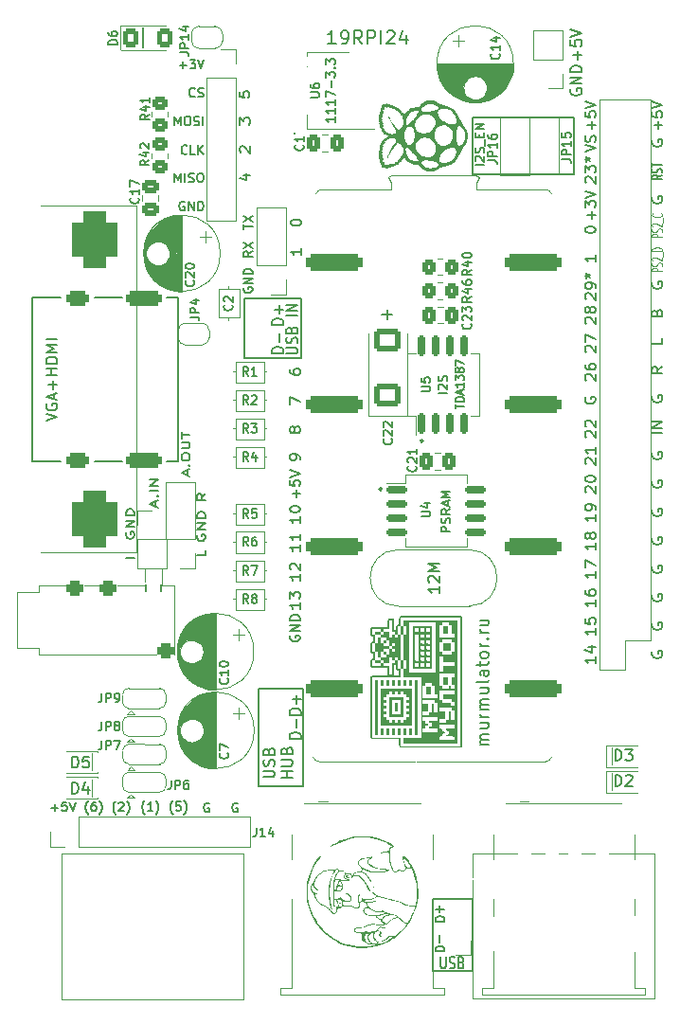
<source format=gto>
G04 #@! TF.GenerationSoftware,KiCad,Pcbnew,6.0.11-2627ca5db0~126~ubuntu20.04.1*
G04 #@! TF.CreationDate,2024-05-08T21:41:51+05:00*
G04 #@! TF.ProjectId,19RPI24,31395250-4932-4342-9e6b-696361645f70,rev?*
G04 #@! TF.SameCoordinates,Original*
G04 #@! TF.FileFunction,Legend,Top*
G04 #@! TF.FilePolarity,Positive*
%FSLAX46Y46*%
G04 Gerber Fmt 4.6, Leading zero omitted, Abs format (unit mm)*
G04 Created by KiCad (PCBNEW 6.0.11-2627ca5db0~126~ubuntu20.04.1) date 2024-05-08 21:41:51*
%MOMM*%
%LPD*%
G01*
G04 APERTURE LIST*
G04 Aperture macros list*
%AMRoundRect*
0 Rectangle with rounded corners*
0 $1 Rounding radius*
0 $2 $3 $4 $5 $6 $7 $8 $9 X,Y pos of 4 corners*
0 Add a 4 corners polygon primitive as box body*
4,1,4,$2,$3,$4,$5,$6,$7,$8,$9,$2,$3,0*
0 Add four circle primitives for the rounded corners*
1,1,$1+$1,$2,$3*
1,1,$1+$1,$4,$5*
1,1,$1+$1,$6,$7*
1,1,$1+$1,$8,$9*
0 Add four rect primitives between the rounded corners*
20,1,$1+$1,$2,$3,$4,$5,0*
20,1,$1+$1,$4,$5,$6,$7,0*
20,1,$1+$1,$6,$7,$8,$9,0*
20,1,$1+$1,$8,$9,$2,$3,0*%
%AMOutline4P*
0 Free polygon, 4 corners , with rotation*
0 The origin of the aperture is its center*
0 number of corners: always 4*
0 $1 to $8 corner X, Y*
0 $9 Rotation angle, in degrees counterclockwise*
0 create outline with 4 corners*
4,1,4,$1,$2,$3,$4,$5,$6,$7,$8,$1,$2,$9*%
%AMFreePoly0*
4,1,22,0.500000,-0.750000,0.000000,-0.750000,0.000000,-0.745033,-0.079941,-0.743568,-0.215256,-0.701293,-0.333266,-0.622738,-0.424486,-0.514219,-0.481581,-0.384460,-0.499164,-0.250000,-0.500000,-0.250000,-0.500000,0.250000,-0.499164,0.250000,-0.499963,0.256109,-0.478152,0.396186,-0.417904,0.524511,-0.324060,0.630769,-0.204165,0.706417,-0.067858,0.745374,0.000000,0.744959,0.000000,0.750000,
0.500000,0.750000,0.500000,-0.750000,0.500000,-0.750000,$1*%
%AMFreePoly1*
4,1,20,0.000000,0.744959,0.073905,0.744508,0.209726,0.703889,0.328688,0.626782,0.421226,0.519385,0.479903,0.390333,0.500000,0.250000,0.500000,-0.250000,0.499851,-0.262216,0.476331,-0.402017,0.414519,-0.529596,0.319384,-0.634700,0.198574,-0.708877,0.061801,-0.746166,0.000000,-0.745033,0.000000,-0.750000,-0.500000,-0.750000,-0.500000,0.750000,0.000000,0.750000,0.000000,0.744959,
0.000000,0.744959,$1*%
%AMFreePoly2*
4,1,22,0.550000,-0.750000,0.000000,-0.750000,0.000000,-0.745033,-0.079941,-0.743568,-0.215256,-0.701293,-0.333266,-0.622738,-0.424486,-0.514219,-0.481581,-0.384460,-0.499164,-0.250000,-0.500000,-0.250000,-0.500000,0.250000,-0.499164,0.250000,-0.499963,0.256109,-0.478152,0.396186,-0.417904,0.524511,-0.324060,0.630769,-0.204165,0.706417,-0.067858,0.745374,0.000000,0.744959,0.000000,0.750000,
0.550000,0.750000,0.550000,-0.750000,0.550000,-0.750000,$1*%
%AMFreePoly3*
4,1,20,0.000000,0.744959,0.073905,0.744508,0.209726,0.703889,0.328688,0.626782,0.421226,0.519385,0.479903,0.390333,0.500000,0.250000,0.500000,-0.250000,0.499851,-0.262216,0.476331,-0.402017,0.414519,-0.529596,0.319384,-0.634700,0.198574,-0.708877,0.061801,-0.746166,0.000000,-0.745033,0.000000,-0.750000,-0.550000,-0.750000,-0.550000,0.750000,0.000000,0.750000,0.000000,0.744959,
0.000000,0.744959,$1*%
%AMFreePoly4*
4,1,31,0.278115,0.855951,0.450000,0.779423,0.602218,0.668830,0.728115,0.529007,0.822191,0.366063,0.880333,0.187121,0.900000,0.000000,0.880333,-0.187121,0.822191,-0.366063,0.728115,-0.529007,0.602218,-0.668830,0.450000,-0.779423,0.278115,-0.855951,0.094076,-0.895070,-0.094076,-0.895070,-0.278115,-0.855951,-0.450000,-0.779423,-0.602218,-0.668830,-0.728115,-0.529007,-0.822191,-0.366063,
-0.880333,-0.187121,-0.900000,0.000000,-0.880333,0.187121,-0.822191,0.366063,-0.728115,0.529007,-0.602218,0.668830,-0.450000,0.779423,-0.278115,0.855951,-0.094076,0.895070,0.094076,0.895070,0.278115,0.855951,0.278115,0.855951,$1*%
G04 Aperture macros list end*
%ADD10C,0.150000*%
%ADD11C,0.125000*%
%ADD12C,0.200000*%
%ADD13C,0.120000*%
%ADD14RoundRect,0.250000X-0.337500X-0.475000X0.337500X-0.475000X0.337500X0.475000X-0.337500X0.475000X0*%
%ADD15R,1.500000X1.500000*%
%ADD16C,1.500000*%
%ADD17C,3.000000*%
%ADD18RoundRect,0.250000X0.337500X0.475000X-0.337500X0.475000X-0.337500X-0.475000X0.337500X-0.475000X0*%
%ADD19R,1.700000X1.700000*%
%ADD20O,1.700000X1.700000*%
%ADD21R,2.600000X0.300000*%
%ADD22RoundRect,0.350000X-1.300000X0.350000X-1.300000X-0.350000X1.300000X-0.350000X1.300000X0.350000X0*%
%ADD23RoundRect,0.350000X-0.700000X0.350000X-0.700000X-0.350000X0.700000X-0.350000X0.700000X0.350000X0*%
%ADD24RoundRect,0.250000X-0.475000X0.337500X-0.475000X-0.337500X0.475000X-0.337500X0.475000X0.337500X0*%
%ADD25R,2.000000X1.500000*%
%ADD26R,2.000000X3.800000*%
%ADD27C,1.700000*%
%ADD28O,2.000000X3.500000*%
%ADD29O,4.000000X2.000000*%
%ADD30R,1.200000X2.500000*%
%ADD31RoundRect,0.350000X-0.450000X-0.350000X0.450000X-0.350000X0.450000X0.350000X-0.450000X0.350000X0*%
%ADD32RoundRect,0.250000X-0.350000X-0.450000X0.350000X-0.450000X0.350000X0.450000X-0.350000X0.450000X0*%
%ADD33C,1.800000*%
%ADD34RoundRect,0.250001X-0.462499X-0.624999X0.462499X-0.624999X0.462499X0.624999X-0.462499X0.624999X0*%
%ADD35RoundRect,0.250000X-0.450000X0.350000X-0.450000X-0.350000X0.450000X-0.350000X0.450000X0.350000X0*%
%ADD36RoundRect,0.250000X0.925000X-0.787500X0.925000X0.787500X-0.925000X0.787500X-0.925000X-0.787500X0*%
%ADD37RoundRect,0.250000X0.450000X-0.350000X0.450000X0.350000X-0.450000X0.350000X-0.450000X-0.350000X0*%
%ADD38C,0.650000*%
%ADD39R,1.450000X0.600000*%
%ADD40R,1.450000X0.300000*%
%ADD41O,1.600000X1.000000*%
%ADD42O,2.100000X1.000000*%
%ADD43RoundRect,0.150000X0.150000X-0.800000X0.150000X0.800000X-0.150000X0.800000X-0.150000X-0.800000X0*%
%ADD44R,1.650000X0.400000*%
%ADD45R,1.825000X0.300000*%
%ADD46R,1.100000X2.000000*%
%ADD47O,1.700000X2.000000*%
%ADD48Outline4P,-0.675000X-0.675000X0.675000X-0.675000X0.675000X0.675000X-0.675000X0.675000X270.000000*%
%ADD49R,2.500000X1.430000*%
%ADD50O,1.100000X1.100000*%
%ADD51R,0.700000X1.825000*%
%ADD52FreePoly0,0.000000*%
%ADD53FreePoly1,0.000000*%
%ADD54RoundRect,1.000000X-1.000000X1.500000X-1.000000X-1.500000X1.000000X-1.500000X1.000000X1.500000X0*%
%ADD55R,1.600000X1.600000*%
%ADD56C,1.600000*%
%ADD57O,5.000000X1.600000*%
%ADD58RoundRect,0.400000X-2.100000X-0.400000X2.100000X-0.400000X2.100000X0.400000X-2.100000X0.400000X0*%
%ADD59RoundRect,0.150000X-0.800000X-0.150000X0.800000X-0.150000X0.800000X0.150000X-0.800000X0.150000X0*%
%ADD60FreePoly2,0.000000*%
%ADD61R,1.000000X1.500000*%
%ADD62FreePoly3,0.000000*%
%ADD63FreePoly4,180.000000*%
%ADD64C,1.000000*%
%ADD65FreePoly4,270.000000*%
G04 APERTURE END LIST*
D10*
X34899857Y-29583513D02*
X34898000Y-31343518D01*
X43974873Y-53802070D02*
X49036854Y-53802070D01*
X49036854Y-53802070D02*
X49036854Y-59116688D01*
X49036854Y-59116688D02*
X43974873Y-59116688D01*
X43974873Y-59116688D02*
X43974873Y-53802070D01*
X64389000Y-37562000D02*
X73406000Y-37562000D01*
X73406000Y-37562000D02*
X73406000Y-42702000D01*
X73406000Y-42702000D02*
X64389000Y-42702000D01*
X64389000Y-42702000D02*
X64389000Y-37562000D01*
X45245802Y-88661350D02*
X49214599Y-88661350D01*
X49214599Y-88661350D02*
X49214599Y-97376561D01*
X49214599Y-97376561D02*
X45245802Y-97376561D01*
X45245802Y-97376561D02*
X45245802Y-88661350D01*
X60810000Y-107400000D02*
X64384757Y-107400000D01*
X64384757Y-107400000D02*
X64384757Y-113858443D01*
X64384757Y-113858443D02*
X60810000Y-113858443D01*
X60810000Y-113858443D02*
X60810000Y-107400000D01*
X48122742Y-47037619D02*
X48122742Y-46942380D01*
X48165600Y-46847142D01*
X48208457Y-46799523D01*
X48294171Y-46751904D01*
X48465600Y-46704285D01*
X48679885Y-46704285D01*
X48851314Y-46751904D01*
X48937028Y-46799523D01*
X48979885Y-46847142D01*
X49022742Y-46942380D01*
X49022742Y-47037619D01*
X48979885Y-47132857D01*
X48937028Y-47180476D01*
X48851314Y-47228095D01*
X48679885Y-47275714D01*
X48465600Y-47275714D01*
X48294171Y-47228095D01*
X48208457Y-47180476D01*
X48165600Y-47132857D01*
X48122742Y-47037619D01*
X77112904Y-97353380D02*
X77112904Y-96353380D01*
X77351000Y-96353380D01*
X77493857Y-96401000D01*
X77589095Y-96496238D01*
X77636714Y-96591476D01*
X77684333Y-96781952D01*
X77684333Y-96924809D01*
X77636714Y-97115285D01*
X77589095Y-97210523D01*
X77493857Y-97305761D01*
X77351000Y-97353380D01*
X77112904Y-97353380D01*
X78065285Y-96448619D02*
X78112904Y-96401000D01*
X78208142Y-96353380D01*
X78446238Y-96353380D01*
X78541476Y-96401000D01*
X78589095Y-96448619D01*
X78636714Y-96543857D01*
X78636714Y-96639095D01*
X78589095Y-96781952D01*
X78017666Y-97353380D01*
X78636714Y-97353380D01*
X61829904Y-109429523D02*
X61029904Y-109429523D01*
X61029904Y-109239047D01*
X61068000Y-109124761D01*
X61144190Y-109048571D01*
X61220380Y-109010476D01*
X61372761Y-108972380D01*
X61487047Y-108972380D01*
X61639428Y-109010476D01*
X61715619Y-109048571D01*
X61791809Y-109124761D01*
X61829904Y-109239047D01*
X61829904Y-109429523D01*
X75337142Y-73088476D02*
X75337142Y-73659904D01*
X75337142Y-73374190D02*
X74437142Y-73374190D01*
X74565714Y-73469428D01*
X74651428Y-73564666D01*
X74694285Y-73659904D01*
X75337142Y-72612285D02*
X75337142Y-72421809D01*
X75294285Y-72326571D01*
X75251428Y-72278952D01*
X75122857Y-72183714D01*
X74951428Y-72136095D01*
X74608571Y-72136095D01*
X74522857Y-72183714D01*
X74480000Y-72231333D01*
X74437142Y-72326571D01*
X74437142Y-72517047D01*
X74480000Y-72612285D01*
X74522857Y-72659904D01*
X74608571Y-72707523D01*
X74822857Y-72707523D01*
X74908571Y-72659904D01*
X74951428Y-72612285D01*
X74994285Y-72517047D01*
X74994285Y-72326571D01*
X74951428Y-72231333D01*
X74908571Y-72183714D01*
X74822857Y-72136095D01*
X40448666Y-71182687D02*
X40115333Y-71516020D01*
X40448666Y-71754115D02*
X39748666Y-71754115D01*
X39748666Y-71373163D01*
X39782000Y-71277925D01*
X39815333Y-71230306D01*
X39882000Y-71182687D01*
X39982000Y-71182687D01*
X40048666Y-71230306D01*
X40082000Y-71277925D01*
X40115333Y-71373163D01*
X40115333Y-71754115D01*
X47442380Y-58665952D02*
X46442380Y-58665952D01*
X46442380Y-58427857D01*
X46490000Y-58285000D01*
X46585238Y-58189761D01*
X46680476Y-58142142D01*
X46870952Y-58094523D01*
X47013809Y-58094523D01*
X47204285Y-58142142D01*
X47299523Y-58189761D01*
X47394761Y-58285000D01*
X47442380Y-58427857D01*
X47442380Y-58665952D01*
X47061428Y-57665952D02*
X47061428Y-56904047D01*
X48424439Y-65601837D02*
X48381582Y-65697075D01*
X48338724Y-65744694D01*
X48253010Y-65792313D01*
X48210153Y-65792313D01*
X48124439Y-65744694D01*
X48081582Y-65697075D01*
X48038724Y-65601837D01*
X48038724Y-65411360D01*
X48081582Y-65316122D01*
X48124439Y-65268503D01*
X48210153Y-65220884D01*
X48253010Y-65220884D01*
X48338724Y-65268503D01*
X48381582Y-65316122D01*
X48424439Y-65411360D01*
X48424439Y-65601837D01*
X48467296Y-65697075D01*
X48510153Y-65744694D01*
X48595867Y-65792313D01*
X48767296Y-65792313D01*
X48853010Y-65744694D01*
X48895867Y-65697075D01*
X48938724Y-65601837D01*
X48938724Y-65411360D01*
X48895867Y-65316122D01*
X48853010Y-65268503D01*
X48767296Y-65220884D01*
X48595867Y-65220884D01*
X48510153Y-65268503D01*
X48467296Y-65316122D01*
X48424439Y-65411360D01*
X80449000Y-77716095D02*
X80406142Y-77811333D01*
X80406142Y-77954190D01*
X80449000Y-78097047D01*
X80534714Y-78192285D01*
X80620428Y-78239904D01*
X80791857Y-78287523D01*
X80920428Y-78287523D01*
X81091857Y-78239904D01*
X81177571Y-78192285D01*
X81263285Y-78097047D01*
X81306142Y-77954190D01*
X81306142Y-77858952D01*
X81263285Y-77716095D01*
X81220428Y-77668476D01*
X80920428Y-77668476D01*
X80920428Y-77858952D01*
X61412380Y-79501904D02*
X61412380Y-80073333D01*
X61412380Y-79787619D02*
X60412380Y-79787619D01*
X60555238Y-79882857D01*
X60650476Y-79978095D01*
X60698095Y-80073333D01*
X60507619Y-79120952D02*
X60460000Y-79073333D01*
X60412380Y-78978095D01*
X60412380Y-78740000D01*
X60460000Y-78644761D01*
X60507619Y-78597142D01*
X60602857Y-78549523D01*
X60698095Y-78549523D01*
X60840952Y-78597142D01*
X61412380Y-79168571D01*
X61412380Y-78549523D01*
X61412380Y-78120952D02*
X60412380Y-78120952D01*
X61126666Y-77787619D01*
X60412380Y-77454285D01*
X61412380Y-77454285D01*
X75337142Y-49879285D02*
X75337142Y-50450714D01*
X75337142Y-50165000D02*
X74437142Y-50165000D01*
X74565714Y-50260238D01*
X74651428Y-50355476D01*
X74694285Y-50450714D01*
X43923000Y-52806523D02*
X43884904Y-52882714D01*
X43884904Y-52997000D01*
X43923000Y-53111285D01*
X43999190Y-53187476D01*
X44075380Y-53225571D01*
X44227761Y-53263666D01*
X44342047Y-53263666D01*
X44494428Y-53225571D01*
X44570619Y-53187476D01*
X44646809Y-53111285D01*
X44684904Y-52997000D01*
X44684904Y-52920809D01*
X44646809Y-52806523D01*
X44608714Y-52768428D01*
X44342047Y-52768428D01*
X44342047Y-52920809D01*
X44684904Y-52425571D02*
X43884904Y-52425571D01*
X44684904Y-51968428D01*
X43884904Y-51968428D01*
X44684904Y-51587476D02*
X43884904Y-51587476D01*
X43884904Y-51397000D01*
X43923000Y-51282714D01*
X43999190Y-51206523D01*
X44075380Y-51168428D01*
X44227761Y-51130333D01*
X44342047Y-51130333D01*
X44494428Y-51168428D01*
X44570619Y-51206523D01*
X44646809Y-51282714D01*
X44684904Y-51397000D01*
X44684904Y-51587476D01*
D11*
X81306142Y-48291619D02*
X80406142Y-48291619D01*
X80406142Y-48101142D01*
X80449000Y-48053523D01*
X80491857Y-48029714D01*
X80577571Y-48005904D01*
X80706142Y-48005904D01*
X80791857Y-48029714D01*
X80834714Y-48053523D01*
X80877571Y-48101142D01*
X80877571Y-48291619D01*
X81263285Y-47815428D02*
X81306142Y-47744000D01*
X81306142Y-47624952D01*
X81263285Y-47577333D01*
X81220428Y-47553523D01*
X81134714Y-47529714D01*
X81049000Y-47529714D01*
X80963285Y-47553523D01*
X80920428Y-47577333D01*
X80877571Y-47624952D01*
X80834714Y-47720190D01*
X80791857Y-47767809D01*
X80749000Y-47791619D01*
X80663285Y-47815428D01*
X80577571Y-47815428D01*
X80491857Y-47791619D01*
X80449000Y-47767809D01*
X80406142Y-47720190D01*
X80406142Y-47601142D01*
X80449000Y-47529714D01*
X80491857Y-47339238D02*
X80449000Y-47315428D01*
X80406142Y-47267809D01*
X80406142Y-47148761D01*
X80449000Y-47101142D01*
X80491857Y-47077333D01*
X80577571Y-47053523D01*
X80663285Y-47053523D01*
X80791857Y-47077333D01*
X81306142Y-47363047D01*
X81306142Y-47053523D01*
X81391857Y-46958285D02*
X81391857Y-46577333D01*
X81220428Y-46172571D02*
X81263285Y-46196380D01*
X81306142Y-46267809D01*
X81306142Y-46315428D01*
X81263285Y-46386857D01*
X81177571Y-46434476D01*
X81091857Y-46458285D01*
X80920428Y-46482095D01*
X80791857Y-46482095D01*
X80620428Y-46458285D01*
X80534714Y-46434476D01*
X80449000Y-46386857D01*
X80406142Y-46315428D01*
X80406142Y-46267809D01*
X80449000Y-46196380D01*
X80491857Y-46172571D01*
D10*
X48595867Y-71565941D02*
X48595867Y-70880227D01*
X48938724Y-71223084D02*
X48253010Y-71223084D01*
X48038724Y-70023084D02*
X48038724Y-70451656D01*
X48467296Y-70494513D01*
X48424439Y-70451656D01*
X48381582Y-70365941D01*
X48381582Y-70151656D01*
X48424439Y-70065941D01*
X48467296Y-70023084D01*
X48553010Y-69980227D01*
X48767296Y-69980227D01*
X48853010Y-70023084D01*
X48895867Y-70065941D01*
X48938724Y-70151656D01*
X48938724Y-70365941D01*
X48895867Y-70451656D01*
X48853010Y-70494513D01*
X48038724Y-69723084D02*
X48938724Y-69423084D01*
X48038724Y-69123084D01*
X77112904Y-95067380D02*
X77112904Y-94067380D01*
X77351000Y-94067380D01*
X77493857Y-94115000D01*
X77589095Y-94210238D01*
X77636714Y-94305476D01*
X77684333Y-94495952D01*
X77684333Y-94638809D01*
X77636714Y-94829285D01*
X77589095Y-94924523D01*
X77493857Y-95019761D01*
X77351000Y-95067380D01*
X77112904Y-95067380D01*
X78017666Y-94067380D02*
X78636714Y-94067380D01*
X78303380Y-94448333D01*
X78446238Y-94448333D01*
X78541476Y-94495952D01*
X78589095Y-94543571D01*
X78636714Y-94638809D01*
X78636714Y-94876904D01*
X78589095Y-94972142D01*
X78541476Y-95019761D01*
X78446238Y-95067380D01*
X78160523Y-95067380D01*
X78065285Y-95019761D01*
X78017666Y-94972142D01*
X74522857Y-53847857D02*
X74480000Y-53800238D01*
X74437142Y-53705000D01*
X74437142Y-53466904D01*
X74480000Y-53371666D01*
X74522857Y-53324047D01*
X74608571Y-53276428D01*
X74694285Y-53276428D01*
X74822857Y-53324047D01*
X75337142Y-53895476D01*
X75337142Y-53276428D01*
X75337142Y-52800238D02*
X75337142Y-52609761D01*
X75294285Y-52514523D01*
X75251428Y-52466904D01*
X75122857Y-52371666D01*
X74951428Y-52324047D01*
X74608571Y-52324047D01*
X74522857Y-52371666D01*
X74480000Y-52419285D01*
X74437142Y-52514523D01*
X74437142Y-52705000D01*
X74480000Y-52800238D01*
X74522857Y-52847857D01*
X74608571Y-52895476D01*
X74822857Y-52895476D01*
X74908571Y-52847857D01*
X74951428Y-52800238D01*
X74994285Y-52705000D01*
X74994285Y-52514523D01*
X74951428Y-52419285D01*
X74908571Y-52371666D01*
X74822857Y-52324047D01*
X74437142Y-51752619D02*
X74651428Y-51752619D01*
X74565714Y-51990714D02*
X74651428Y-51752619D01*
X74565714Y-51514523D01*
X74822857Y-51895476D02*
X74651428Y-51752619D01*
X74822857Y-51609761D01*
X43345715Y-98896163D02*
X43269525Y-98858067D01*
X43155239Y-98858067D01*
X43040953Y-98896163D01*
X42964763Y-98972353D01*
X42926668Y-99048543D01*
X42888572Y-99200924D01*
X42888572Y-99315210D01*
X42926668Y-99467591D01*
X42964763Y-99543782D01*
X43040953Y-99619972D01*
X43155239Y-99658067D01*
X43231430Y-99658067D01*
X43345715Y-99619972D01*
X43383811Y-99581877D01*
X43383811Y-99315210D01*
X43231430Y-99315210D01*
X43884904Y-47588600D02*
X43884904Y-47131457D01*
X44684904Y-47360029D02*
X43884904Y-47360029D01*
X43884904Y-46940981D02*
X44684904Y-46407648D01*
X43884904Y-46407648D02*
X44684904Y-46940981D01*
X74522857Y-58546904D02*
X74480000Y-58499285D01*
X74437142Y-58404047D01*
X74437142Y-58165952D01*
X74480000Y-58070714D01*
X74522857Y-58023095D01*
X74608571Y-57975476D01*
X74694285Y-57975476D01*
X74822857Y-58023095D01*
X75337142Y-58594523D01*
X75337142Y-57975476D01*
X74437142Y-57642142D02*
X74437142Y-56975476D01*
X75337142Y-57404047D01*
X75337142Y-75628476D02*
X75337142Y-76199904D01*
X75337142Y-75914190D02*
X74437142Y-75914190D01*
X74565714Y-76009428D01*
X74651428Y-76104666D01*
X74694285Y-76199904D01*
X74822857Y-75057047D02*
X74780000Y-75152285D01*
X74737142Y-75199904D01*
X74651428Y-75247523D01*
X74608571Y-75247523D01*
X74522857Y-75199904D01*
X74480000Y-75152285D01*
X74437142Y-75057047D01*
X74437142Y-74866571D01*
X74480000Y-74771333D01*
X74522857Y-74723714D01*
X74608571Y-74676095D01*
X74651428Y-74676095D01*
X74737142Y-74723714D01*
X74780000Y-74771333D01*
X74822857Y-74866571D01*
X74822857Y-75057047D01*
X74865714Y-75152285D01*
X74908571Y-75199904D01*
X74994285Y-75247523D01*
X75165714Y-75247523D01*
X75251428Y-75199904D01*
X75294285Y-75152285D01*
X75337142Y-75057047D01*
X75337142Y-74866571D01*
X75294285Y-74771333D01*
X75251428Y-74723714D01*
X75165714Y-74676095D01*
X74994285Y-74676095D01*
X74908571Y-74723714D01*
X74865714Y-74771333D01*
X74822857Y-74866571D01*
X48038724Y-60134522D02*
X48038724Y-60324999D01*
X48081582Y-60420237D01*
X48124439Y-60467856D01*
X48253010Y-60563094D01*
X48424439Y-60610713D01*
X48767296Y-60610713D01*
X48853010Y-60563094D01*
X48895867Y-60515475D01*
X48938724Y-60420237D01*
X48938724Y-60229760D01*
X48895867Y-60134522D01*
X48853010Y-60086903D01*
X48767296Y-60039284D01*
X48553010Y-60039284D01*
X48467296Y-60086903D01*
X48424439Y-60134522D01*
X48381582Y-60229760D01*
X48381582Y-60420237D01*
X48424439Y-60515475D01*
X48467296Y-60563094D01*
X48553010Y-60610713D01*
X65775619Y-93665771D02*
X65042285Y-93665771D01*
X65147047Y-93665771D02*
X65094666Y-93613390D01*
X65042285Y-93508628D01*
X65042285Y-93351485D01*
X65094666Y-93246723D01*
X65199428Y-93194342D01*
X65775619Y-93194342D01*
X65199428Y-93194342D02*
X65094666Y-93141961D01*
X65042285Y-93037200D01*
X65042285Y-92880057D01*
X65094666Y-92775295D01*
X65199428Y-92722914D01*
X65775619Y-92722914D01*
X65042285Y-91727676D02*
X65775619Y-91727676D01*
X65042285Y-92199104D02*
X65618476Y-92199104D01*
X65723238Y-92146723D01*
X65775619Y-92041961D01*
X65775619Y-91884819D01*
X65723238Y-91780057D01*
X65670857Y-91727676D01*
X65775619Y-91203866D02*
X65042285Y-91203866D01*
X65251809Y-91203866D02*
X65147047Y-91151485D01*
X65094666Y-91099104D01*
X65042285Y-90994342D01*
X65042285Y-90889580D01*
X65775619Y-90522914D02*
X65042285Y-90522914D01*
X65147047Y-90522914D02*
X65094666Y-90470533D01*
X65042285Y-90365771D01*
X65042285Y-90208628D01*
X65094666Y-90103866D01*
X65199428Y-90051485D01*
X65775619Y-90051485D01*
X65199428Y-90051485D02*
X65094666Y-89999104D01*
X65042285Y-89894342D01*
X65042285Y-89737200D01*
X65094666Y-89632438D01*
X65199428Y-89580057D01*
X65775619Y-89580057D01*
X65042285Y-88584819D02*
X65775619Y-88584819D01*
X65042285Y-89056247D02*
X65618476Y-89056247D01*
X65723238Y-89003866D01*
X65775619Y-88899104D01*
X65775619Y-88741961D01*
X65723238Y-88637200D01*
X65670857Y-88584819D01*
X65775619Y-87903866D02*
X65723238Y-88008628D01*
X65618476Y-88061009D01*
X64675619Y-88061009D01*
X65775619Y-87013390D02*
X65199428Y-87013390D01*
X65094666Y-87065771D01*
X65042285Y-87170533D01*
X65042285Y-87380057D01*
X65094666Y-87484819D01*
X65723238Y-87013390D02*
X65775619Y-87118152D01*
X65775619Y-87380057D01*
X65723238Y-87484819D01*
X65618476Y-87537200D01*
X65513714Y-87537200D01*
X65408952Y-87484819D01*
X65356571Y-87380057D01*
X65356571Y-87118152D01*
X65304190Y-87013390D01*
X65042285Y-86646723D02*
X65042285Y-86227676D01*
X64675619Y-86489580D02*
X65618476Y-86489580D01*
X65723238Y-86437200D01*
X65775619Y-86332438D01*
X65775619Y-86227676D01*
X65775619Y-85703866D02*
X65723238Y-85808628D01*
X65670857Y-85861009D01*
X65566095Y-85913390D01*
X65251809Y-85913390D01*
X65147047Y-85861009D01*
X65094666Y-85808628D01*
X65042285Y-85703866D01*
X65042285Y-85546723D01*
X65094666Y-85441961D01*
X65147047Y-85389580D01*
X65251809Y-85337200D01*
X65566095Y-85337200D01*
X65670857Y-85389580D01*
X65723238Y-85441961D01*
X65775619Y-85546723D01*
X65775619Y-85703866D01*
X65775619Y-84865771D02*
X65042285Y-84865771D01*
X65251809Y-84865771D02*
X65147047Y-84813390D01*
X65094666Y-84761009D01*
X65042285Y-84656247D01*
X65042285Y-84551485D01*
X65670857Y-84184819D02*
X65723238Y-84132438D01*
X65775619Y-84184819D01*
X65723238Y-84237200D01*
X65670857Y-84184819D01*
X65775619Y-84184819D01*
X65775619Y-83661009D02*
X65042285Y-83661009D01*
X65251809Y-83661009D02*
X65147047Y-83608628D01*
X65094666Y-83556247D01*
X65042285Y-83451485D01*
X65042285Y-83346723D01*
X65042285Y-82508628D02*
X65775619Y-82508628D01*
X65042285Y-82980057D02*
X65618476Y-82980057D01*
X65723238Y-82927676D01*
X65775619Y-82822914D01*
X65775619Y-82665771D01*
X65723238Y-82561009D01*
X65670857Y-82508628D01*
X48938724Y-75755475D02*
X48938724Y-76326903D01*
X48938724Y-76041189D02*
X48038724Y-76041189D01*
X48167296Y-76136427D01*
X48253010Y-76231665D01*
X48295867Y-76326903D01*
X48938724Y-74803094D02*
X48938724Y-75374522D01*
X48938724Y-75088808D02*
X48038724Y-75088808D01*
X48167296Y-75184046D01*
X48253010Y-75279284D01*
X48295867Y-75374522D01*
X80449000Y-80256095D02*
X80406142Y-80351333D01*
X80406142Y-80494190D01*
X80449000Y-80637047D01*
X80534714Y-80732285D01*
X80620428Y-80779904D01*
X80791857Y-80827523D01*
X80920428Y-80827523D01*
X81091857Y-80779904D01*
X81177571Y-80732285D01*
X81263285Y-80637047D01*
X81306142Y-80494190D01*
X81306142Y-80398952D01*
X81263285Y-80256095D01*
X81220428Y-80208476D01*
X80920428Y-80208476D01*
X80920428Y-80398952D01*
X56278875Y-55206588D02*
X57193160Y-55206588D01*
X56736018Y-55663731D02*
X56736018Y-54749445D01*
X62083904Y-62229904D02*
X61283904Y-62229904D01*
X61360095Y-61887047D02*
X61322000Y-61848952D01*
X61283904Y-61772761D01*
X61283904Y-61582285D01*
X61322000Y-61506095D01*
X61360095Y-61468000D01*
X61436285Y-61429904D01*
X61512476Y-61429904D01*
X61626761Y-61468000D01*
X62083904Y-61925142D01*
X62083904Y-61429904D01*
X62045809Y-61125142D02*
X62083904Y-61010857D01*
X62083904Y-60820380D01*
X62045809Y-60744190D01*
X62007714Y-60706095D01*
X61931523Y-60668000D01*
X61855333Y-60668000D01*
X61779142Y-60706095D01*
X61741047Y-60744190D01*
X61702952Y-60820380D01*
X61664857Y-60972761D01*
X61626761Y-61048952D01*
X61588666Y-61087047D01*
X61512476Y-61125142D01*
X61436285Y-61125142D01*
X61360095Y-61087047D01*
X61322000Y-61048952D01*
X61283904Y-60972761D01*
X61283904Y-60782285D01*
X61322000Y-60668000D01*
X30007566Y-99883419D02*
X29969471Y-99845324D01*
X29893281Y-99731038D01*
X29855185Y-99654848D01*
X29817090Y-99540562D01*
X29778995Y-99350086D01*
X29778995Y-99197705D01*
X29817090Y-99007229D01*
X29855185Y-98892943D01*
X29893281Y-98816753D01*
X29969471Y-98702467D01*
X30007566Y-98664372D01*
X30655185Y-98778657D02*
X30502805Y-98778657D01*
X30426614Y-98816753D01*
X30388519Y-98854848D01*
X30312328Y-98969133D01*
X30274233Y-99121514D01*
X30274233Y-99426276D01*
X30312328Y-99502467D01*
X30350424Y-99540562D01*
X30426614Y-99578657D01*
X30578995Y-99578657D01*
X30655185Y-99540562D01*
X30693281Y-99502467D01*
X30731376Y-99426276D01*
X30731376Y-99235800D01*
X30693281Y-99159610D01*
X30655185Y-99121514D01*
X30578995Y-99083419D01*
X30426614Y-99083419D01*
X30350424Y-99121514D01*
X30312328Y-99159610D01*
X30274233Y-99235800D01*
X30998043Y-99883419D02*
X31036138Y-99845324D01*
X31112328Y-99731038D01*
X31150424Y-99654848D01*
X31188519Y-99540562D01*
X31226614Y-99350086D01*
X31226614Y-99197705D01*
X31188519Y-99007229D01*
X31150424Y-98892943D01*
X31112328Y-98816753D01*
X31036138Y-98702467D01*
X30998043Y-98664372D01*
X73731428Y-32400714D02*
X73731428Y-31638809D01*
X74112380Y-32019761D02*
X73350476Y-32019761D01*
X73112380Y-30686428D02*
X73112380Y-31162619D01*
X73588571Y-31210238D01*
X73540952Y-31162619D01*
X73493333Y-31067380D01*
X73493333Y-30829285D01*
X73540952Y-30734047D01*
X73588571Y-30686428D01*
X73683809Y-30638809D01*
X73921904Y-30638809D01*
X74017142Y-30686428D01*
X74064761Y-30734047D01*
X74112380Y-30829285D01*
X74112380Y-31067380D01*
X74064761Y-31162619D01*
X74017142Y-31210238D01*
X73112380Y-30353095D02*
X74112380Y-30019761D01*
X73112380Y-29686428D01*
X74522857Y-61086904D02*
X74480000Y-61039285D01*
X74437142Y-60944047D01*
X74437142Y-60705952D01*
X74480000Y-60610714D01*
X74522857Y-60563095D01*
X74608571Y-60515476D01*
X74694285Y-60515476D01*
X74822857Y-60563095D01*
X75337142Y-61134523D01*
X75337142Y-60515476D01*
X74437142Y-59658333D02*
X74437142Y-59848809D01*
X74480000Y-59944047D01*
X74522857Y-59991666D01*
X74651428Y-60086904D01*
X74822857Y-60134523D01*
X75165714Y-60134523D01*
X75251428Y-60086904D01*
X75294285Y-60039285D01*
X75337142Y-59944047D01*
X75337142Y-59753571D01*
X75294285Y-59658333D01*
X75251428Y-59610714D01*
X75165714Y-59563095D01*
X74951428Y-59563095D01*
X74865714Y-59610714D01*
X74822857Y-59658333D01*
X74780000Y-59753571D01*
X74780000Y-59944047D01*
X74822857Y-60039285D01*
X74865714Y-60086904D01*
X74951428Y-60134523D01*
X49008391Y-90976846D02*
X48008391Y-90976846D01*
X48008391Y-90738751D01*
X48056011Y-90595894D01*
X48151249Y-90500655D01*
X48246487Y-90453036D01*
X48436963Y-90405417D01*
X48579820Y-90405417D01*
X48770296Y-90453036D01*
X48865534Y-90500655D01*
X48960772Y-90595894D01*
X49008391Y-90738751D01*
X49008391Y-90976846D01*
X48627439Y-89976846D02*
X48627439Y-89214941D01*
X49008391Y-89595894D02*
X48246487Y-89595894D01*
X80449000Y-39616095D02*
X80406142Y-39711333D01*
X80406142Y-39854190D01*
X80449000Y-39997047D01*
X80534714Y-40092285D01*
X80620428Y-40139904D01*
X80791857Y-40187523D01*
X80920428Y-40187523D01*
X81091857Y-40139904D01*
X81177571Y-40092285D01*
X81263285Y-39997047D01*
X81306142Y-39854190D01*
X81306142Y-39758952D01*
X81263285Y-39616095D01*
X81220428Y-39568476D01*
X80920428Y-39568476D01*
X80920428Y-39758952D01*
X26698410Y-99283386D02*
X27307934Y-99283386D01*
X27003172Y-99588148D02*
X27003172Y-98978624D01*
X28069839Y-98788148D02*
X27688886Y-98788148D01*
X27650791Y-99169101D01*
X27688886Y-99131005D01*
X27765077Y-99092910D01*
X27955553Y-99092910D01*
X28031743Y-99131005D01*
X28069839Y-99169101D01*
X28107934Y-99245291D01*
X28107934Y-99435767D01*
X28069839Y-99511958D01*
X28031743Y-99550053D01*
X27955553Y-99588148D01*
X27765077Y-99588148D01*
X27688886Y-99550053D01*
X27650791Y-99511958D01*
X28336505Y-98788148D02*
X28603172Y-99588148D01*
X28869839Y-98788148D01*
X74994285Y-38622142D02*
X74994285Y-37936428D01*
X75337142Y-38279285D02*
X74651428Y-38279285D01*
X74437142Y-37079285D02*
X74437142Y-37507857D01*
X74865714Y-37550714D01*
X74822857Y-37507857D01*
X74780000Y-37422142D01*
X74780000Y-37207857D01*
X74822857Y-37122142D01*
X74865714Y-37079285D01*
X74951428Y-37036428D01*
X75165714Y-37036428D01*
X75251428Y-37079285D01*
X75294285Y-37122142D01*
X75337142Y-37207857D01*
X75337142Y-37422142D01*
X75294285Y-37507857D01*
X75251428Y-37550714D01*
X74437142Y-36779285D02*
X75337142Y-36479285D01*
X74437142Y-36179285D01*
D11*
X81306142Y-51339619D02*
X80406142Y-51339619D01*
X80406142Y-51149142D01*
X80449000Y-51101523D01*
X80491857Y-51077714D01*
X80577571Y-51053904D01*
X80706142Y-51053904D01*
X80791857Y-51077714D01*
X80834714Y-51101523D01*
X80877571Y-51149142D01*
X80877571Y-51339619D01*
X81263285Y-50863428D02*
X81306142Y-50792000D01*
X81306142Y-50672952D01*
X81263285Y-50625333D01*
X81220428Y-50601523D01*
X81134714Y-50577714D01*
X81049000Y-50577714D01*
X80963285Y-50601523D01*
X80920428Y-50625333D01*
X80877571Y-50672952D01*
X80834714Y-50768190D01*
X80791857Y-50815809D01*
X80749000Y-50839619D01*
X80663285Y-50863428D01*
X80577571Y-50863428D01*
X80491857Y-50839619D01*
X80449000Y-50815809D01*
X80406142Y-50768190D01*
X80406142Y-50649142D01*
X80449000Y-50577714D01*
X80491857Y-50387238D02*
X80449000Y-50363428D01*
X80406142Y-50315809D01*
X80406142Y-50196761D01*
X80449000Y-50149142D01*
X80491857Y-50125333D01*
X80577571Y-50101523D01*
X80663285Y-50101523D01*
X80791857Y-50125333D01*
X81306142Y-50411047D01*
X81306142Y-50101523D01*
X81391857Y-50006285D02*
X81391857Y-49625333D01*
X81306142Y-49506285D02*
X80406142Y-49506285D01*
X80406142Y-49387238D01*
X80449000Y-49315809D01*
X80534714Y-49268190D01*
X80620428Y-49244380D01*
X80791857Y-49220571D01*
X80920428Y-49220571D01*
X81091857Y-49244380D01*
X81177571Y-49268190D01*
X81263285Y-49315809D01*
X81306142Y-49387238D01*
X81306142Y-49506285D01*
D10*
X80449000Y-70096095D02*
X80406142Y-70191333D01*
X80406142Y-70334190D01*
X80449000Y-70477047D01*
X80534714Y-70572285D01*
X80620428Y-70619904D01*
X80791857Y-70667523D01*
X80920428Y-70667523D01*
X81091857Y-70619904D01*
X81177571Y-70572285D01*
X81263285Y-70477047D01*
X81306142Y-70334190D01*
X81306142Y-70238952D01*
X81263285Y-70096095D01*
X81220428Y-70048476D01*
X80920428Y-70048476D01*
X80920428Y-70238952D01*
X43636457Y-40722514D02*
X43593600Y-40674895D01*
X43550742Y-40579657D01*
X43550742Y-40341561D01*
X43593600Y-40246323D01*
X43636457Y-40198704D01*
X43722171Y-40151085D01*
X43807885Y-40151085D01*
X43936457Y-40198704D01*
X44450742Y-40770133D01*
X44450742Y-40151085D01*
X81306142Y-42746571D02*
X80877571Y-42946571D01*
X81306142Y-43089428D02*
X80406142Y-43089428D01*
X80406142Y-42860857D01*
X80449000Y-42803714D01*
X80491857Y-42775142D01*
X80577571Y-42746571D01*
X80706142Y-42746571D01*
X80791857Y-42775142D01*
X80834714Y-42803714D01*
X80877571Y-42860857D01*
X80877571Y-43089428D01*
X81263285Y-42518000D02*
X81306142Y-42432285D01*
X81306142Y-42289428D01*
X81263285Y-42232285D01*
X81220428Y-42203714D01*
X81134714Y-42175142D01*
X81049000Y-42175142D01*
X80963285Y-42203714D01*
X80920428Y-42232285D01*
X80877571Y-42289428D01*
X80834714Y-42403714D01*
X80791857Y-42460857D01*
X80749000Y-42489428D01*
X80663285Y-42518000D01*
X80577571Y-42518000D01*
X80491857Y-42489428D01*
X80449000Y-42460857D01*
X80406142Y-42403714D01*
X80406142Y-42260857D01*
X80449000Y-42175142D01*
X80406142Y-42003714D02*
X80406142Y-41660857D01*
X81306142Y-41832285D02*
X80406142Y-41832285D01*
X39782000Y-74903234D02*
X39748666Y-74998472D01*
X39748666Y-75141330D01*
X39782000Y-75284187D01*
X39848666Y-75379425D01*
X39915333Y-75427044D01*
X40048666Y-75474663D01*
X40148666Y-75474663D01*
X40282000Y-75427044D01*
X40348666Y-75379425D01*
X40415333Y-75284187D01*
X40448666Y-75141330D01*
X40448666Y-75046091D01*
X40415333Y-74903234D01*
X40382000Y-74855615D01*
X40148666Y-74855615D01*
X40148666Y-75046091D01*
X40448666Y-74427044D02*
X39748666Y-74427044D01*
X40448666Y-73855615D01*
X39748666Y-73855615D01*
X40448666Y-73379425D02*
X39748666Y-73379425D01*
X39748666Y-73141330D01*
X39782000Y-72998472D01*
X39848666Y-72903234D01*
X39915333Y-72855615D01*
X40048666Y-72807996D01*
X40148666Y-72807996D01*
X40282000Y-72855615D01*
X40348666Y-72903234D01*
X40415333Y-72998472D01*
X40448666Y-73141330D01*
X40448666Y-73379425D01*
X28561904Y-95702380D02*
X28561904Y-94702380D01*
X28800000Y-94702380D01*
X28942857Y-94750000D01*
X29038095Y-94845238D01*
X29085714Y-94940476D01*
X29133333Y-95130952D01*
X29133333Y-95273809D01*
X29085714Y-95464285D01*
X29038095Y-95559523D01*
X28942857Y-95654761D01*
X28800000Y-95702380D01*
X28561904Y-95702380D01*
X30038095Y-94702380D02*
X29561904Y-94702380D01*
X29514285Y-95178571D01*
X29561904Y-95130952D01*
X29657142Y-95083333D01*
X29895238Y-95083333D01*
X29990476Y-95130952D01*
X30038095Y-95178571D01*
X30085714Y-95273809D01*
X30085714Y-95511904D01*
X30038095Y-95607142D01*
X29990476Y-95654761D01*
X29895238Y-95702380D01*
X29657142Y-95702380D01*
X29561904Y-95654761D01*
X29514285Y-95607142D01*
X48938724Y-73266275D02*
X48938724Y-73837703D01*
X48938724Y-73551989D02*
X48038724Y-73551989D01*
X48167296Y-73647227D01*
X48253010Y-73742465D01*
X48295867Y-73837703D01*
X48038724Y-72647227D02*
X48038724Y-72551989D01*
X48081582Y-72456751D01*
X48124439Y-72409132D01*
X48210153Y-72361513D01*
X48381582Y-72313894D01*
X48595867Y-72313894D01*
X48767296Y-72361513D01*
X48853010Y-72409132D01*
X48895867Y-72456751D01*
X48938724Y-72551989D01*
X48938724Y-72647227D01*
X48895867Y-72742465D01*
X48853010Y-72790084D01*
X48767296Y-72837703D01*
X48595867Y-72885322D01*
X48381582Y-72885322D01*
X48210153Y-72837703D01*
X48124439Y-72790084D01*
X48081582Y-72742465D01*
X48038724Y-72647227D01*
X61498351Y-112639620D02*
X61498351Y-113449144D01*
X61536446Y-113544382D01*
X61574541Y-113592001D01*
X61650732Y-113639620D01*
X61803113Y-113639620D01*
X61879303Y-113592001D01*
X61917398Y-113544382D01*
X61955494Y-113449144D01*
X61955494Y-112639620D01*
X62298351Y-113592001D02*
X62412636Y-113639620D01*
X62603113Y-113639620D01*
X62679303Y-113592001D01*
X62717398Y-113544382D01*
X62755494Y-113449144D01*
X62755494Y-113353906D01*
X62717398Y-113258668D01*
X62679303Y-113211049D01*
X62603113Y-113163430D01*
X62450732Y-113115811D01*
X62374541Y-113068192D01*
X62336446Y-113020573D01*
X62298351Y-112925335D01*
X62298351Y-112830097D01*
X62336446Y-112734859D01*
X62374541Y-112687240D01*
X62450732Y-112639620D01*
X62641208Y-112639620D01*
X62755494Y-112687240D01*
X63365017Y-113115811D02*
X63479303Y-113163430D01*
X63517398Y-113211049D01*
X63555494Y-113306287D01*
X63555494Y-113449144D01*
X63517398Y-113544382D01*
X63479303Y-113592001D01*
X63403113Y-113639620D01*
X63098351Y-113639620D01*
X63098351Y-112639620D01*
X63365017Y-112639620D01*
X63441208Y-112687240D01*
X63479303Y-112734859D01*
X63517398Y-112830097D01*
X63517398Y-112925335D01*
X63479303Y-113020573D01*
X63441208Y-113068192D01*
X63365017Y-113115811D01*
X63098351Y-113115811D01*
X74522857Y-71119904D02*
X74480000Y-71072285D01*
X74437142Y-70977047D01*
X74437142Y-70738952D01*
X74480000Y-70643714D01*
X74522857Y-70596095D01*
X74608571Y-70548476D01*
X74694285Y-70548476D01*
X74822857Y-70596095D01*
X75337142Y-71167523D01*
X75337142Y-70548476D01*
X74437142Y-69929428D02*
X74437142Y-69834190D01*
X74480000Y-69738952D01*
X74522857Y-69691333D01*
X74608571Y-69643714D01*
X74780000Y-69596095D01*
X74994285Y-69596095D01*
X75165714Y-69643714D01*
X75251428Y-69691333D01*
X75294285Y-69738952D01*
X75337142Y-69834190D01*
X75337142Y-69929428D01*
X75294285Y-70024666D01*
X75251428Y-70072285D01*
X75165714Y-70119904D01*
X74994285Y-70167523D01*
X74780000Y-70167523D01*
X74608571Y-70119904D01*
X74522857Y-70072285D01*
X74480000Y-70024666D01*
X74437142Y-69929428D01*
X80963285Y-38622142D02*
X80963285Y-37936428D01*
X81306142Y-38279285D02*
X80620428Y-38279285D01*
X80406142Y-37079285D02*
X80406142Y-37507857D01*
X80834714Y-37550714D01*
X80791857Y-37507857D01*
X80749000Y-37422142D01*
X80749000Y-37207857D01*
X80791857Y-37122142D01*
X80834714Y-37079285D01*
X80920428Y-37036428D01*
X81134714Y-37036428D01*
X81220428Y-37079285D01*
X81263285Y-37122142D01*
X81306142Y-37207857D01*
X81306142Y-37422142D01*
X81263285Y-37507857D01*
X81220428Y-37550714D01*
X80406142Y-36779285D02*
X81306142Y-36479285D01*
X80406142Y-36179285D01*
X80834714Y-55046571D02*
X80877571Y-54903714D01*
X80920428Y-54856095D01*
X81006142Y-54808476D01*
X81134714Y-54808476D01*
X81220428Y-54856095D01*
X81263285Y-54903714D01*
X81306142Y-54998952D01*
X81306142Y-55379904D01*
X80406142Y-55379904D01*
X80406142Y-55046571D01*
X80449000Y-54951333D01*
X80491857Y-54903714D01*
X80577571Y-54856095D01*
X80663285Y-54856095D01*
X80749000Y-54903714D01*
X80791857Y-54951333D01*
X80834714Y-55046571D01*
X80834714Y-55379904D01*
X80449000Y-52316095D02*
X80406142Y-52411333D01*
X80406142Y-52554190D01*
X80449000Y-52697047D01*
X80534714Y-52792285D01*
X80620428Y-52839904D01*
X80791857Y-52887523D01*
X80920428Y-52887523D01*
X81091857Y-52839904D01*
X81177571Y-52792285D01*
X81263285Y-52697047D01*
X81306142Y-52554190D01*
X81306142Y-52458952D01*
X81263285Y-52316095D01*
X81220428Y-52268476D01*
X80920428Y-52268476D01*
X80920428Y-52458952D01*
X42449714Y-94390830D02*
X42487809Y-94428925D01*
X42525904Y-94543211D01*
X42525904Y-94619401D01*
X42487809Y-94733687D01*
X42411619Y-94809877D01*
X42335428Y-94847973D01*
X42183047Y-94886068D01*
X42068761Y-94886068D01*
X41916380Y-94847973D01*
X41840190Y-94809877D01*
X41764000Y-94733687D01*
X41725904Y-94619401D01*
X41725904Y-94543211D01*
X41764000Y-94428925D01*
X41802095Y-94390830D01*
X41725904Y-94124163D02*
X41725904Y-93590830D01*
X42525904Y-93933687D01*
X80449000Y-72636095D02*
X80406142Y-72731333D01*
X80406142Y-72874190D01*
X80449000Y-73017047D01*
X80534714Y-73112285D01*
X80620428Y-73159904D01*
X80791857Y-73207523D01*
X80920428Y-73207523D01*
X81091857Y-73159904D01*
X81177571Y-73112285D01*
X81263285Y-73017047D01*
X81306142Y-72874190D01*
X81306142Y-72778952D01*
X81263285Y-72636095D01*
X81220428Y-72588476D01*
X80920428Y-72588476D01*
X80920428Y-72778952D01*
X61412428Y-111302761D02*
X61412428Y-110693238D01*
X56134000Y-70667428D02*
X56276857Y-70810285D01*
X56134000Y-70953142D01*
X55991142Y-70810285D01*
X56134000Y-70667428D01*
X56134000Y-70953142D01*
X80449000Y-67556095D02*
X80406142Y-67651333D01*
X80406142Y-67794190D01*
X80449000Y-67937047D01*
X80534714Y-68032285D01*
X80620428Y-68079904D01*
X80791857Y-68127523D01*
X80920428Y-68127523D01*
X81091857Y-68079904D01*
X81177571Y-68032285D01*
X81263285Y-67937047D01*
X81306142Y-67794190D01*
X81306142Y-67698952D01*
X81263285Y-67556095D01*
X81220428Y-67508476D01*
X80920428Y-67508476D01*
X80920428Y-67698952D01*
X75337142Y-83248476D02*
X75337142Y-83819904D01*
X75337142Y-83534190D02*
X74437142Y-83534190D01*
X74565714Y-83629428D01*
X74651428Y-83724666D01*
X74694285Y-83819904D01*
X74437142Y-82343714D02*
X74437142Y-82819904D01*
X74865714Y-82867523D01*
X74822857Y-82819904D01*
X74780000Y-82724666D01*
X74780000Y-82486571D01*
X74822857Y-82391333D01*
X74865714Y-82343714D01*
X74951428Y-82296095D01*
X75165714Y-82296095D01*
X75251428Y-82343714D01*
X75294285Y-82391333D01*
X75337142Y-82486571D01*
X75337142Y-82724666D01*
X75294285Y-82819904D01*
X75251428Y-82867523D01*
X61412428Y-108635761D02*
X61412428Y-108026238D01*
X61793380Y-108331000D02*
X61031476Y-108331000D01*
X52050904Y-37540904D02*
X52050904Y-37998047D01*
X52050904Y-37769476D02*
X51250904Y-37769476D01*
X51365190Y-37845666D01*
X51441380Y-37921857D01*
X51479476Y-37998047D01*
X52050904Y-36779000D02*
X52050904Y-37236142D01*
X52050904Y-37007571D02*
X51250904Y-37007571D01*
X51365190Y-37083761D01*
X51441380Y-37159952D01*
X51479476Y-37236142D01*
X52050904Y-36017095D02*
X52050904Y-36474238D01*
X52050904Y-36245666D02*
X51250904Y-36245666D01*
X51365190Y-36321857D01*
X51441380Y-36398047D01*
X51479476Y-36474238D01*
X51250904Y-35750428D02*
X51250904Y-35217095D01*
X52050904Y-35559952D01*
X51746142Y-34912333D02*
X51746142Y-34302809D01*
X51250904Y-33998047D02*
X51250904Y-33502809D01*
X51555666Y-33769476D01*
X51555666Y-33655190D01*
X51593761Y-33579000D01*
X51631857Y-33540904D01*
X51708047Y-33502809D01*
X51898523Y-33502809D01*
X51974714Y-33540904D01*
X52012809Y-33579000D01*
X52050904Y-33655190D01*
X52050904Y-33883761D01*
X52012809Y-33959952D01*
X51974714Y-33998047D01*
X51974714Y-33159952D02*
X52012809Y-33121857D01*
X52050904Y-33159952D01*
X52012809Y-33198047D01*
X51974714Y-33159952D01*
X52050904Y-33159952D01*
X51250904Y-32855190D02*
X51250904Y-32359952D01*
X51555666Y-32626619D01*
X51555666Y-32512333D01*
X51593761Y-32436142D01*
X51631857Y-32398047D01*
X51708047Y-32359952D01*
X51898523Y-32359952D01*
X51974714Y-32398047D01*
X52012809Y-32436142D01*
X52050904Y-32512333D01*
X52050904Y-32740904D01*
X52012809Y-32817095D01*
X51974714Y-32855190D01*
X37726244Y-38304969D02*
X37726244Y-37504969D01*
X37992910Y-38076398D01*
X38259577Y-37504969D01*
X38259577Y-38304969D01*
X38792910Y-37504969D02*
X38945291Y-37504969D01*
X39021482Y-37543065D01*
X39097672Y-37619255D01*
X39135767Y-37771636D01*
X39135767Y-38038303D01*
X39097672Y-38190684D01*
X39021482Y-38266874D01*
X38945291Y-38304969D01*
X38792910Y-38304969D01*
X38716720Y-38266874D01*
X38640529Y-38190684D01*
X38602434Y-38038303D01*
X38602434Y-37771636D01*
X38640529Y-37619255D01*
X38716720Y-37543065D01*
X38792910Y-37504969D01*
X39440529Y-38266874D02*
X39554815Y-38304969D01*
X39745291Y-38304969D01*
X39821482Y-38266874D01*
X39859577Y-38228779D01*
X39897672Y-38152588D01*
X39897672Y-38076398D01*
X39859577Y-38000207D01*
X39821482Y-37962112D01*
X39745291Y-37924017D01*
X39592910Y-37885922D01*
X39516720Y-37847826D01*
X39478625Y-37809731D01*
X39440529Y-37733541D01*
X39440529Y-37657350D01*
X39478625Y-37581160D01*
X39516720Y-37543065D01*
X39592910Y-37504969D01*
X39783387Y-37504969D01*
X39897672Y-37543065D01*
X40240529Y-38304969D02*
X40240529Y-37504969D01*
X28568758Y-98025828D02*
X28568758Y-97025828D01*
X28806854Y-97025828D01*
X28949711Y-97073448D01*
X29044949Y-97168686D01*
X29092568Y-97263924D01*
X29140187Y-97454400D01*
X29140187Y-97597257D01*
X29092568Y-97787733D01*
X29044949Y-97882971D01*
X28949711Y-97978209D01*
X28806854Y-98025828D01*
X28568758Y-98025828D01*
X29997330Y-97359162D02*
X29997330Y-98025828D01*
X29759234Y-96978209D02*
X29521139Y-97692495D01*
X30140187Y-97692495D01*
X61829904Y-112096523D02*
X61029904Y-112096523D01*
X61029904Y-111906047D01*
X61068000Y-111791761D01*
X61144190Y-111715571D01*
X61220380Y-111677476D01*
X61372761Y-111639380D01*
X61487047Y-111639380D01*
X61639428Y-111677476D01*
X61715619Y-111715571D01*
X61791809Y-111791761D01*
X61829904Y-111906047D01*
X61829904Y-112096523D01*
X40810061Y-98883734D02*
X40733871Y-98845638D01*
X40619585Y-98845638D01*
X40505299Y-98883734D01*
X40429109Y-98959924D01*
X40391014Y-99036114D01*
X40352918Y-99188495D01*
X40352918Y-99302781D01*
X40391014Y-99455162D01*
X40429109Y-99531353D01*
X40505299Y-99607543D01*
X40619585Y-99645638D01*
X40695776Y-99645638D01*
X40810061Y-99607543D01*
X40848157Y-99569448D01*
X40848157Y-99302781D01*
X40695776Y-99302781D01*
X48081582Y-83921513D02*
X48038724Y-84007227D01*
X48038724Y-84135799D01*
X48081582Y-84264370D01*
X48167296Y-84350084D01*
X48253010Y-84392941D01*
X48424439Y-84435799D01*
X48553010Y-84435799D01*
X48724439Y-84392941D01*
X48810153Y-84350084D01*
X48895867Y-84264370D01*
X48938724Y-84135799D01*
X48938724Y-84050084D01*
X48895867Y-83921513D01*
X48853010Y-83878656D01*
X48553010Y-83878656D01*
X48553010Y-84050084D01*
X48938724Y-83492941D02*
X48038724Y-83492941D01*
X48938724Y-82978656D01*
X48038724Y-82978656D01*
X48938724Y-82550084D02*
X48038724Y-82550084D01*
X48038724Y-82335799D01*
X48081582Y-82207227D01*
X48167296Y-82121513D01*
X48253010Y-82078656D01*
X48424439Y-82035799D01*
X48553010Y-82035799D01*
X48724439Y-82078656D01*
X48810153Y-82121513D01*
X48895867Y-82207227D01*
X48938724Y-82335799D01*
X48938724Y-82550084D01*
X32464501Y-99902614D02*
X32426406Y-99864519D01*
X32350216Y-99750233D01*
X32312120Y-99674043D01*
X32274025Y-99559757D01*
X32235930Y-99369281D01*
X32235930Y-99216900D01*
X32274025Y-99026424D01*
X32312120Y-98912138D01*
X32350216Y-98835948D01*
X32426406Y-98721662D01*
X32464501Y-98683567D01*
X32731168Y-98874043D02*
X32769263Y-98835948D01*
X32845454Y-98797852D01*
X33035930Y-98797852D01*
X33112120Y-98835948D01*
X33150216Y-98874043D01*
X33188311Y-98950233D01*
X33188311Y-99026424D01*
X33150216Y-99140709D01*
X32693073Y-99597852D01*
X33188311Y-99597852D01*
X33454978Y-99902614D02*
X33493073Y-99864519D01*
X33569263Y-99750233D01*
X33607359Y-99674043D01*
X33645454Y-99559757D01*
X33683549Y-99369281D01*
X33683549Y-99216900D01*
X33645454Y-99026424D01*
X33607359Y-98912138D01*
X33569263Y-98835948D01*
X33493073Y-98721662D01*
X33454978Y-98683567D01*
X81306142Y-57348476D02*
X81306142Y-57824666D01*
X80406142Y-57824666D01*
X80449000Y-82796095D02*
X80406142Y-82891333D01*
X80406142Y-83034190D01*
X80449000Y-83177047D01*
X80534714Y-83272285D01*
X80620428Y-83319904D01*
X80791857Y-83367523D01*
X80920428Y-83367523D01*
X81091857Y-83319904D01*
X81177571Y-83272285D01*
X81263285Y-83177047D01*
X81306142Y-83034190D01*
X81306142Y-82938952D01*
X81263285Y-82796095D01*
X81220428Y-82748476D01*
X80920428Y-82748476D01*
X80920428Y-82938952D01*
X36023091Y-72339385D02*
X36023091Y-71863194D01*
X36223091Y-72434623D02*
X35523091Y-72101290D01*
X36223091Y-71767956D01*
X36156425Y-71434623D02*
X36189758Y-71387004D01*
X36223091Y-71434623D01*
X36189758Y-71482242D01*
X36156425Y-71434623D01*
X36223091Y-71434623D01*
X36223091Y-70958432D02*
X35523091Y-70958432D01*
X36223091Y-70482242D02*
X35523091Y-70482242D01*
X36223091Y-69910813D01*
X35523091Y-69910813D01*
X74522857Y-56006904D02*
X74480000Y-55959285D01*
X74437142Y-55864047D01*
X74437142Y-55625952D01*
X74480000Y-55530714D01*
X74522857Y-55483095D01*
X74608571Y-55435476D01*
X74694285Y-55435476D01*
X74822857Y-55483095D01*
X75337142Y-56054523D01*
X75337142Y-55435476D01*
X74822857Y-54864047D02*
X74780000Y-54959285D01*
X74737142Y-55006904D01*
X74651428Y-55054523D01*
X74608571Y-55054523D01*
X74522857Y-55006904D01*
X74480000Y-54959285D01*
X74437142Y-54864047D01*
X74437142Y-54673571D01*
X74480000Y-54578333D01*
X74522857Y-54530714D01*
X74608571Y-54483095D01*
X74651428Y-54483095D01*
X74737142Y-54530714D01*
X74780000Y-54578333D01*
X74822857Y-54673571D01*
X74822857Y-54864047D01*
X74865714Y-54959285D01*
X74908571Y-55006904D01*
X74994285Y-55054523D01*
X75165714Y-55054523D01*
X75251428Y-55006904D01*
X75294285Y-54959285D01*
X75337142Y-54864047D01*
X75337142Y-54673571D01*
X75294285Y-54578333D01*
X75251428Y-54530714D01*
X75165714Y-54483095D01*
X74994285Y-54483095D01*
X74908571Y-54530714D01*
X74865714Y-54578333D01*
X74822857Y-54673571D01*
X74480000Y-62603095D02*
X74437142Y-62698333D01*
X74437142Y-62841190D01*
X74480000Y-62984047D01*
X74565714Y-63079285D01*
X74651428Y-63126904D01*
X74822857Y-63174523D01*
X74951428Y-63174523D01*
X75122857Y-63126904D01*
X75208571Y-63079285D01*
X75294285Y-62984047D01*
X75337142Y-62841190D01*
X75337142Y-62745952D01*
X75294285Y-62603095D01*
X75251428Y-62555476D01*
X74951428Y-62555476D01*
X74951428Y-62745952D01*
X81306142Y-65801809D02*
X80406142Y-65801809D01*
X81306142Y-65325619D02*
X80406142Y-65325619D01*
X81306142Y-64754190D01*
X80406142Y-64754190D01*
X43850742Y-42735523D02*
X44450742Y-42735523D01*
X43507885Y-42973619D02*
X44150742Y-43211714D01*
X44150742Y-42592666D01*
X43499942Y-35271104D02*
X43499942Y-35747295D01*
X43928514Y-35794914D01*
X43885657Y-35747295D01*
X43842800Y-35652057D01*
X43842800Y-35413961D01*
X43885657Y-35318723D01*
X43928514Y-35271104D01*
X44014228Y-35223485D01*
X44228514Y-35223485D01*
X44314228Y-35271104D01*
X44357085Y-35318723D01*
X44399942Y-35413961D01*
X44399942Y-35652057D01*
X44357085Y-35747295D01*
X44314228Y-35794914D01*
X33432000Y-74675904D02*
X33398666Y-74771142D01*
X33398666Y-74914000D01*
X33432000Y-75056857D01*
X33498666Y-75152095D01*
X33565333Y-75199714D01*
X33698666Y-75247333D01*
X33798666Y-75247333D01*
X33932000Y-75199714D01*
X33998666Y-75152095D01*
X34065333Y-75056857D01*
X34098666Y-74914000D01*
X34098666Y-74818761D01*
X34065333Y-74675904D01*
X34032000Y-74628285D01*
X33798666Y-74628285D01*
X33798666Y-74818761D01*
X34098666Y-74199714D02*
X33398666Y-74199714D01*
X34098666Y-73628285D01*
X33398666Y-73628285D01*
X34098666Y-73152095D02*
X33398666Y-73152095D01*
X33398666Y-72914000D01*
X33432000Y-72771142D01*
X33498666Y-72675904D01*
X33565333Y-72628285D01*
X33698666Y-72580666D01*
X33798666Y-72580666D01*
X33932000Y-72628285D01*
X33998666Y-72675904D01*
X34065333Y-72771142D01*
X34098666Y-72914000D01*
X34098666Y-73152095D01*
X80449000Y-44696095D02*
X80406142Y-44791333D01*
X80406142Y-44934190D01*
X80449000Y-45077047D01*
X80534714Y-45172285D01*
X80620428Y-45219904D01*
X80791857Y-45267523D01*
X80920428Y-45267523D01*
X81091857Y-45219904D01*
X81177571Y-45172285D01*
X81263285Y-45077047D01*
X81306142Y-44934190D01*
X81306142Y-44838952D01*
X81263285Y-44696095D01*
X81220428Y-44648476D01*
X80920428Y-44648476D01*
X80920428Y-44838952D01*
X48938724Y-80937075D02*
X48938724Y-81508503D01*
X48938724Y-81222789D02*
X48038724Y-81222789D01*
X48167296Y-81318027D01*
X48253010Y-81413265D01*
X48295867Y-81508503D01*
X48038724Y-80603741D02*
X48038724Y-79984694D01*
X48381582Y-80318027D01*
X48381582Y-80175170D01*
X48424439Y-80079932D01*
X48467296Y-80032313D01*
X48553010Y-79984694D01*
X48767296Y-79984694D01*
X48853010Y-80032313D01*
X48895867Y-80079932D01*
X48938724Y-80175170D01*
X48938724Y-80460884D01*
X48895867Y-80556122D01*
X48853010Y-80603741D01*
X42449714Y-87748317D02*
X42487809Y-87786412D01*
X42525904Y-87900698D01*
X42525904Y-87976889D01*
X42487809Y-88091174D01*
X42411619Y-88167365D01*
X42335428Y-88205460D01*
X42183047Y-88243555D01*
X42068761Y-88243555D01*
X41916380Y-88205460D01*
X41840190Y-88167365D01*
X41764000Y-88091174D01*
X41725904Y-87976889D01*
X41725904Y-87900698D01*
X41764000Y-87786412D01*
X41802095Y-87748317D01*
X42525904Y-86986412D02*
X42525904Y-87443555D01*
X42525904Y-87214984D02*
X41725904Y-87214984D01*
X41840190Y-87291174D01*
X41916380Y-87367365D01*
X41954476Y-87443555D01*
X41725904Y-86491174D02*
X41725904Y-86414984D01*
X41764000Y-86338793D01*
X41802095Y-86300698D01*
X41878285Y-86262603D01*
X42030666Y-86224508D01*
X42221142Y-86224508D01*
X42373523Y-86262603D01*
X42449714Y-86300698D01*
X42487809Y-86338793D01*
X42525904Y-86414984D01*
X42525904Y-86491174D01*
X42487809Y-86567365D01*
X42449714Y-86605460D01*
X42373523Y-86643555D01*
X42221142Y-86681651D01*
X42030666Y-86681651D01*
X41878285Y-86643555D01*
X41802095Y-86605460D01*
X41764000Y-86567365D01*
X41725904Y-86491174D01*
X74522857Y-68579904D02*
X74480000Y-68532285D01*
X74437142Y-68437047D01*
X74437142Y-68198952D01*
X74480000Y-68103714D01*
X74522857Y-68056095D01*
X74608571Y-68008476D01*
X74694285Y-68008476D01*
X74822857Y-68056095D01*
X75337142Y-68627523D01*
X75337142Y-68008476D01*
X75337142Y-67056095D02*
X75337142Y-67627523D01*
X75337142Y-67341809D02*
X74437142Y-67341809D01*
X74565714Y-67437047D01*
X74651428Y-67532285D01*
X74694285Y-67627523D01*
X75337142Y-80708476D02*
X75337142Y-81279904D01*
X75337142Y-80994190D02*
X74437142Y-80994190D01*
X74565714Y-81089428D01*
X74651428Y-81184666D01*
X74694285Y-81279904D01*
X74437142Y-79851333D02*
X74437142Y-80041809D01*
X74480000Y-80137047D01*
X74522857Y-80184666D01*
X74651428Y-80279904D01*
X74822857Y-80327523D01*
X75165714Y-80327523D01*
X75251428Y-80279904D01*
X75294285Y-80232285D01*
X75337142Y-80137047D01*
X75337142Y-79946571D01*
X75294285Y-79851333D01*
X75251428Y-79803714D01*
X75165714Y-79756095D01*
X74951428Y-79756095D01*
X74865714Y-79803714D01*
X74822857Y-79851333D01*
X74780000Y-79946571D01*
X74780000Y-80137047D01*
X74822857Y-80232285D01*
X74865714Y-80279904D01*
X74951428Y-80327523D01*
X74994285Y-46623142D02*
X74994285Y-45937428D01*
X75337142Y-46280285D02*
X74651428Y-46280285D01*
X74437142Y-45594571D02*
X74437142Y-45037428D01*
X74780000Y-45337428D01*
X74780000Y-45208857D01*
X74822857Y-45123142D01*
X74865714Y-45080285D01*
X74951428Y-45037428D01*
X75165714Y-45037428D01*
X75251428Y-45080285D01*
X75294285Y-45123142D01*
X75337142Y-45208857D01*
X75337142Y-45466000D01*
X75294285Y-45551714D01*
X75251428Y-45594571D01*
X74437142Y-44780285D02*
X75337142Y-44480285D01*
X74437142Y-44180285D01*
X38851666Y-69595761D02*
X38851666Y-69119571D01*
X39051666Y-69691000D02*
X38351666Y-69357666D01*
X39051666Y-69024333D01*
X38985000Y-68691000D02*
X39018333Y-68643380D01*
X39051666Y-68691000D01*
X39018333Y-68738619D01*
X38985000Y-68691000D01*
X39051666Y-68691000D01*
X38351666Y-68024333D02*
X38351666Y-67833857D01*
X38385000Y-67738619D01*
X38451666Y-67643380D01*
X38585000Y-67595761D01*
X38818333Y-67595761D01*
X38951666Y-67643380D01*
X39018333Y-67738619D01*
X39051666Y-67833857D01*
X39051666Y-68024333D01*
X39018333Y-68119571D01*
X38951666Y-68214809D01*
X38818333Y-68262428D01*
X38585000Y-68262428D01*
X38451666Y-68214809D01*
X38385000Y-68119571D01*
X38351666Y-68024333D01*
X38351666Y-67167190D02*
X38918333Y-67167190D01*
X38985000Y-67119571D01*
X39018333Y-67071952D01*
X39051666Y-66976714D01*
X39051666Y-66786238D01*
X39018333Y-66691000D01*
X38985000Y-66643380D01*
X38918333Y-66595761D01*
X38351666Y-66595761D01*
X38351666Y-66262428D02*
X38351666Y-65691000D01*
X39051666Y-65976714D02*
X38351666Y-65976714D01*
X74522857Y-43433857D02*
X74480000Y-43386238D01*
X74437142Y-43291000D01*
X74437142Y-43052904D01*
X74480000Y-42957666D01*
X74522857Y-42910047D01*
X74608571Y-42862428D01*
X74694285Y-42862428D01*
X74822857Y-42910047D01*
X75337142Y-43481476D01*
X75337142Y-42862428D01*
X74437142Y-42529095D02*
X74437142Y-41910047D01*
X74780000Y-42243380D01*
X74780000Y-42100523D01*
X74822857Y-42005285D01*
X74865714Y-41957666D01*
X74951428Y-41910047D01*
X75165714Y-41910047D01*
X75251428Y-41957666D01*
X75294285Y-42005285D01*
X75337142Y-42100523D01*
X75337142Y-42386238D01*
X75294285Y-42481476D01*
X75251428Y-42529095D01*
X74437142Y-41338619D02*
X74651428Y-41338619D01*
X74565714Y-41576714D02*
X74651428Y-41338619D01*
X74565714Y-41100523D01*
X74822857Y-41481476D02*
X74651428Y-41338619D01*
X74822857Y-41195761D01*
X38831005Y-40808779D02*
X38792910Y-40846874D01*
X38678624Y-40884969D01*
X38602434Y-40884969D01*
X38488148Y-40846874D01*
X38411957Y-40770684D01*
X38373862Y-40694493D01*
X38335767Y-40542112D01*
X38335767Y-40427826D01*
X38373862Y-40275445D01*
X38411957Y-40199255D01*
X38488148Y-40123065D01*
X38602434Y-40084969D01*
X38678624Y-40084969D01*
X38792910Y-40123065D01*
X38831005Y-40161160D01*
X39554815Y-40884969D02*
X39173862Y-40884969D01*
X39173862Y-40084969D01*
X39821481Y-40884969D02*
X39821481Y-40084969D01*
X40278624Y-40884969D02*
X39935767Y-40427826D01*
X40278624Y-40084969D02*
X39821481Y-40542112D01*
X48038724Y-63249132D02*
X48038724Y-62582465D01*
X48938724Y-63011037D01*
X62807904Y-63600533D02*
X62807904Y-63200533D01*
X63607904Y-63400533D02*
X62807904Y-63400533D01*
X63607904Y-62967200D02*
X62807904Y-62967200D01*
X62807904Y-62800533D01*
X62846000Y-62700533D01*
X62922190Y-62633866D01*
X62998380Y-62600533D01*
X63150761Y-62567200D01*
X63265047Y-62567200D01*
X63417428Y-62600533D01*
X63493619Y-62633866D01*
X63569809Y-62700533D01*
X63607904Y-62800533D01*
X63607904Y-62967200D01*
X63379333Y-62300533D02*
X63379333Y-61967200D01*
X63607904Y-62367200D02*
X62807904Y-62133866D01*
X63607904Y-61900533D01*
X63607904Y-61300533D02*
X63607904Y-61700533D01*
X63607904Y-61500533D02*
X62807904Y-61500533D01*
X62922190Y-61567200D01*
X62998380Y-61633866D01*
X63036476Y-61700533D01*
X62807904Y-61067200D02*
X62807904Y-60633866D01*
X63112666Y-60867200D01*
X63112666Y-60767200D01*
X63150761Y-60700533D01*
X63188857Y-60667200D01*
X63265047Y-60633866D01*
X63455523Y-60633866D01*
X63531714Y-60667200D01*
X63569809Y-60700533D01*
X63607904Y-60767200D01*
X63607904Y-60967200D01*
X63569809Y-61033866D01*
X63531714Y-61067200D01*
X63150761Y-60233866D02*
X63112666Y-60300533D01*
X63074571Y-60333866D01*
X62998380Y-60367200D01*
X62960285Y-60367200D01*
X62884095Y-60333866D01*
X62846000Y-60300533D01*
X62807904Y-60233866D01*
X62807904Y-60100533D01*
X62846000Y-60033866D01*
X62884095Y-60000533D01*
X62960285Y-59967200D01*
X62998380Y-59967200D01*
X63074571Y-60000533D01*
X63112666Y-60033866D01*
X63150761Y-60100533D01*
X63150761Y-60233866D01*
X63188857Y-60300533D01*
X63226952Y-60333866D01*
X63303142Y-60367200D01*
X63455523Y-60367200D01*
X63531714Y-60333866D01*
X63569809Y-60300533D01*
X63607904Y-60233866D01*
X63607904Y-60100533D01*
X63569809Y-60033866D01*
X63531714Y-60000533D01*
X63455523Y-59967200D01*
X63303142Y-59967200D01*
X63226952Y-60000533D01*
X63188857Y-60033866D01*
X63150761Y-60100533D01*
X62807904Y-59733866D02*
X62807904Y-59267200D01*
X63607904Y-59567200D01*
X26227711Y-64714285D02*
X27227711Y-64380952D01*
X26227711Y-64047619D01*
X26275331Y-63190476D02*
X26227711Y-63285714D01*
X26227711Y-63428571D01*
X26275331Y-63571428D01*
X26370569Y-63666666D01*
X26465807Y-63714285D01*
X26656283Y-63761904D01*
X26799140Y-63761904D01*
X26989616Y-63714285D01*
X27084854Y-63666666D01*
X27180092Y-63571428D01*
X27227711Y-63428571D01*
X27227711Y-63333333D01*
X27180092Y-63190476D01*
X27132473Y-63142857D01*
X26799140Y-63142857D01*
X26799140Y-63333333D01*
X26941997Y-62761904D02*
X26941997Y-62285714D01*
X27227711Y-62857142D02*
X26227711Y-62523809D01*
X27227711Y-62190476D01*
X26846759Y-61857142D02*
X26846759Y-61095238D01*
X27227711Y-61476190D02*
X26465807Y-61476190D01*
X27227711Y-60619047D02*
X26227711Y-60619047D01*
X26703902Y-60619047D02*
X26703902Y-60047619D01*
X27227711Y-60047619D02*
X26227711Y-60047619D01*
X27227711Y-59571428D02*
X26227711Y-59571428D01*
X26227711Y-59333333D01*
X26275331Y-59190476D01*
X26370569Y-59095238D01*
X26465807Y-59047619D01*
X26656283Y-59000000D01*
X26799140Y-59000000D01*
X26989616Y-59047619D01*
X27084854Y-59095238D01*
X27180092Y-59190476D01*
X27227711Y-59333333D01*
X27227711Y-59571428D01*
X27227711Y-58571428D02*
X26227711Y-58571428D01*
X26941997Y-58238095D01*
X26227711Y-57904761D01*
X27227711Y-57904761D01*
X27227711Y-57428571D02*
X26227711Y-57428571D01*
X80449000Y-62476095D02*
X80406142Y-62571333D01*
X80406142Y-62714190D01*
X80449000Y-62857047D01*
X80534714Y-62952285D01*
X80620428Y-62999904D01*
X80791857Y-63047523D01*
X80920428Y-63047523D01*
X81091857Y-62999904D01*
X81177571Y-62952285D01*
X81263285Y-62857047D01*
X81306142Y-62714190D01*
X81306142Y-62618952D01*
X81263285Y-62476095D01*
X81220428Y-62428476D01*
X80920428Y-62428476D01*
X80920428Y-62618952D01*
X37589513Y-99864224D02*
X37551418Y-99826129D01*
X37475228Y-99711843D01*
X37437132Y-99635653D01*
X37399037Y-99521367D01*
X37360942Y-99330891D01*
X37360942Y-99178510D01*
X37399037Y-98988034D01*
X37437132Y-98873748D01*
X37475228Y-98797558D01*
X37551418Y-98683272D01*
X37589513Y-98645177D01*
X38275228Y-98759462D02*
X37894275Y-98759462D01*
X37856180Y-99140415D01*
X37894275Y-99102319D01*
X37970466Y-99064224D01*
X38160942Y-99064224D01*
X38237132Y-99102319D01*
X38275228Y-99140415D01*
X38313323Y-99216605D01*
X38313323Y-99407081D01*
X38275228Y-99483272D01*
X38237132Y-99521367D01*
X38160942Y-99559462D01*
X37970466Y-99559462D01*
X37894275Y-99521367D01*
X37856180Y-99483272D01*
X38579990Y-99864224D02*
X38618085Y-99826129D01*
X38694275Y-99711843D01*
X38732371Y-99635653D01*
X38770466Y-99521367D01*
X38808561Y-99330891D01*
X38808561Y-99178510D01*
X38770466Y-98988034D01*
X38732371Y-98873748D01*
X38694275Y-98797558D01*
X38618085Y-98683272D01*
X38579990Y-98645177D01*
X48938724Y-78397075D02*
X48938724Y-78968503D01*
X48938724Y-78682789D02*
X48038724Y-78682789D01*
X48167296Y-78778027D01*
X48253010Y-78873265D01*
X48295867Y-78968503D01*
X48124439Y-78016122D02*
X48081582Y-77968503D01*
X48038724Y-77873265D01*
X48038724Y-77635170D01*
X48081582Y-77539932D01*
X48124439Y-77492313D01*
X48210153Y-77444694D01*
X48295867Y-77444694D01*
X48424439Y-77492313D01*
X48938724Y-78063741D01*
X48938724Y-77444694D01*
X38183386Y-32920207D02*
X38792910Y-32920207D01*
X38488148Y-33224969D02*
X38488148Y-32615445D01*
X39097672Y-32424969D02*
X39592910Y-32424969D01*
X39326243Y-32729731D01*
X39440529Y-32729731D01*
X39516719Y-32767826D01*
X39554815Y-32805922D01*
X39592910Y-32882112D01*
X39592910Y-33072588D01*
X39554815Y-33148779D01*
X39516719Y-33186874D01*
X39440529Y-33224969D01*
X39211958Y-33224969D01*
X39135767Y-33186874D01*
X39097672Y-33148779D01*
X39821481Y-32424969D02*
X40088148Y-33224969D01*
X40354815Y-32424969D01*
X65385904Y-41852619D02*
X64585904Y-41852619D01*
X64662095Y-41509761D02*
X64624000Y-41471666D01*
X64585904Y-41395476D01*
X64585904Y-41205000D01*
X64624000Y-41128809D01*
X64662095Y-41090714D01*
X64738285Y-41052619D01*
X64814476Y-41052619D01*
X64928761Y-41090714D01*
X65385904Y-41547857D01*
X65385904Y-41052619D01*
X65347809Y-40747857D02*
X65385904Y-40633571D01*
X65385904Y-40443095D01*
X65347809Y-40366904D01*
X65309714Y-40328809D01*
X65233523Y-40290714D01*
X65157333Y-40290714D01*
X65081142Y-40328809D01*
X65043047Y-40366904D01*
X65004952Y-40443095D01*
X64966857Y-40595476D01*
X64928761Y-40671666D01*
X64890666Y-40709761D01*
X64814476Y-40747857D01*
X64738285Y-40747857D01*
X64662095Y-40709761D01*
X64624000Y-40671666D01*
X64585904Y-40595476D01*
X64585904Y-40405000D01*
X64624000Y-40290714D01*
X65462095Y-40138333D02*
X65462095Y-39528809D01*
X64966857Y-39338333D02*
X64966857Y-39071666D01*
X65385904Y-38957380D02*
X65385904Y-39338333D01*
X64585904Y-39338333D01*
X64585904Y-38957380D01*
X65385904Y-38614523D02*
X64585904Y-38614523D01*
X65385904Y-38157380D01*
X64585904Y-38157380D01*
X49022742Y-49295085D02*
X49022742Y-49866514D01*
X49022742Y-49580800D02*
X48122742Y-49580800D01*
X48251314Y-49676038D01*
X48337028Y-49771276D01*
X48379885Y-49866514D01*
X34098666Y-76962000D02*
X33398666Y-76962000D01*
X43550742Y-38230133D02*
X43550742Y-37611085D01*
X43893600Y-37944419D01*
X43893600Y-37801561D01*
X43936457Y-37706323D01*
X43979314Y-37658704D01*
X44065028Y-37611085D01*
X44279314Y-37611085D01*
X44365028Y-37658704D01*
X44407885Y-37706323D01*
X44450742Y-37801561D01*
X44450742Y-38087276D01*
X44407885Y-38182514D01*
X44365028Y-38230133D01*
X74437142Y-47672619D02*
X74437142Y-47577380D01*
X74480000Y-47482142D01*
X74522857Y-47434523D01*
X74608571Y-47386904D01*
X74780000Y-47339285D01*
X74994285Y-47339285D01*
X75165714Y-47386904D01*
X75251428Y-47434523D01*
X75294285Y-47482142D01*
X75337142Y-47577380D01*
X75337142Y-47672619D01*
X75294285Y-47767857D01*
X75251428Y-47815476D01*
X75165714Y-47863095D01*
X74994285Y-47910714D01*
X74780000Y-47910714D01*
X74608571Y-47863095D01*
X74522857Y-47815476D01*
X74480000Y-47767857D01*
X74437142Y-47672619D01*
X49008391Y-93106122D02*
X48008391Y-93106122D01*
X48008391Y-92868027D01*
X48056011Y-92725170D01*
X48151249Y-92629931D01*
X48246487Y-92582312D01*
X48436963Y-92534693D01*
X48579820Y-92534693D01*
X48770296Y-92582312D01*
X48865534Y-92629931D01*
X48960772Y-92725170D01*
X49008391Y-92868027D01*
X49008391Y-93106122D01*
X48627439Y-92106122D02*
X48627439Y-91344217D01*
X39516719Y-35688779D02*
X39478624Y-35726874D01*
X39364338Y-35764969D01*
X39288148Y-35764969D01*
X39173862Y-35726874D01*
X39097672Y-35650684D01*
X39059576Y-35574493D01*
X39021481Y-35422112D01*
X39021481Y-35307826D01*
X39059576Y-35155445D01*
X39097672Y-35079255D01*
X39173862Y-35003065D01*
X39288148Y-34964969D01*
X39364338Y-34964969D01*
X39478624Y-35003065D01*
X39516719Y-35041160D01*
X39821481Y-35726874D02*
X39935767Y-35764969D01*
X40126243Y-35764969D01*
X40202433Y-35726874D01*
X40240529Y-35688779D01*
X40278624Y-35612588D01*
X40278624Y-35536398D01*
X40240529Y-35460207D01*
X40202433Y-35422112D01*
X40126243Y-35384017D01*
X39973862Y-35345922D01*
X39897672Y-35307826D01*
X39859576Y-35269731D01*
X39821481Y-35193541D01*
X39821481Y-35117350D01*
X39859576Y-35041160D01*
X39897672Y-35003065D01*
X39973862Y-34964969D01*
X40164338Y-34964969D01*
X40278624Y-35003065D01*
X47442380Y-56125952D02*
X46442380Y-56125952D01*
X46442380Y-55887857D01*
X46490000Y-55745000D01*
X46585238Y-55649761D01*
X46680476Y-55602142D01*
X46870952Y-55554523D01*
X47013809Y-55554523D01*
X47204285Y-55602142D01*
X47299523Y-55649761D01*
X47394761Y-55745000D01*
X47442380Y-55887857D01*
X47442380Y-56125952D01*
X47061428Y-55125952D02*
X47061428Y-54364047D01*
X47442380Y-54745000D02*
X46680476Y-54745000D01*
X81306142Y-59888476D02*
X80877571Y-60221809D01*
X81306142Y-60459904D02*
X80406142Y-60459904D01*
X80406142Y-60078952D01*
X80449000Y-59983714D01*
X80491857Y-59936095D01*
X80577571Y-59888476D01*
X80706142Y-59888476D01*
X80791857Y-59936095D01*
X80834714Y-59983714D01*
X80877571Y-60078952D01*
X80877571Y-60459904D01*
X37726244Y-43379610D02*
X37726244Y-42579610D01*
X37992910Y-43151039D01*
X38259577Y-42579610D01*
X38259577Y-43379610D01*
X38640529Y-43379610D02*
X38640529Y-42579610D01*
X38983387Y-43341515D02*
X39097672Y-43379610D01*
X39288148Y-43379610D01*
X39364339Y-43341515D01*
X39402434Y-43303420D01*
X39440529Y-43227229D01*
X39440529Y-43151039D01*
X39402434Y-43074848D01*
X39364339Y-43036753D01*
X39288148Y-42998658D01*
X39135767Y-42960563D01*
X39059577Y-42922467D01*
X39021482Y-42884372D01*
X38983387Y-42808182D01*
X38983387Y-42731991D01*
X39021482Y-42655801D01*
X39059577Y-42617706D01*
X39135767Y-42579610D01*
X39326244Y-42579610D01*
X39440529Y-42617706D01*
X39935767Y-42579610D02*
X40088148Y-42579610D01*
X40164339Y-42617706D01*
X40240529Y-42693896D01*
X40278625Y-42846277D01*
X40278625Y-43112944D01*
X40240529Y-43265325D01*
X40164339Y-43341515D01*
X40088148Y-43379610D01*
X39935767Y-43379610D01*
X39859577Y-43341515D01*
X39783387Y-43265325D01*
X39745291Y-43112944D01*
X39745291Y-42846277D01*
X39783387Y-42693896D01*
X39859577Y-42617706D01*
X39935767Y-42579610D01*
X80449000Y-85336095D02*
X80406142Y-85431333D01*
X80406142Y-85574190D01*
X80449000Y-85717047D01*
X80534714Y-85812285D01*
X80620428Y-85859904D01*
X80791857Y-85907523D01*
X80920428Y-85907523D01*
X81091857Y-85859904D01*
X81177571Y-85812285D01*
X81263285Y-85717047D01*
X81306142Y-85574190D01*
X81306142Y-85478952D01*
X81263285Y-85336095D01*
X81220428Y-85288476D01*
X80920428Y-85288476D01*
X80920428Y-85478952D01*
X35055799Y-99864224D02*
X35017704Y-99826129D01*
X34941514Y-99711843D01*
X34903418Y-99635653D01*
X34865323Y-99521367D01*
X34827228Y-99330891D01*
X34827228Y-99178510D01*
X34865323Y-98988034D01*
X34903418Y-98873748D01*
X34941514Y-98797558D01*
X35017704Y-98683272D01*
X35055799Y-98645177D01*
X35779609Y-99559462D02*
X35322466Y-99559462D01*
X35551038Y-99559462D02*
X35551038Y-98759462D01*
X35474847Y-98873748D01*
X35398657Y-98949938D01*
X35322466Y-98988034D01*
X36046276Y-99864224D02*
X36084371Y-99826129D01*
X36160561Y-99711843D01*
X36198657Y-99635653D01*
X36236752Y-99521367D01*
X36274847Y-99330891D01*
X36274847Y-99178510D01*
X36236752Y-98988034D01*
X36198657Y-98873748D01*
X36160561Y-98797558D01*
X36084371Y-98683272D01*
X36046276Y-98645177D01*
X62364932Y-74603298D02*
X61564932Y-74603298D01*
X61564932Y-74298536D01*
X61603028Y-74222345D01*
X61641123Y-74184250D01*
X61717313Y-74146155D01*
X61831599Y-74146155D01*
X61907789Y-74184250D01*
X61945885Y-74222345D01*
X61983980Y-74298536D01*
X61983980Y-74603298D01*
X62326837Y-73841393D02*
X62364932Y-73727107D01*
X62364932Y-73536631D01*
X62326837Y-73460441D01*
X62288742Y-73422345D01*
X62212551Y-73384250D01*
X62136361Y-73384250D01*
X62060170Y-73422345D01*
X62022075Y-73460441D01*
X61983980Y-73536631D01*
X61945885Y-73689012D01*
X61907789Y-73765202D01*
X61869694Y-73803298D01*
X61793504Y-73841393D01*
X61717313Y-73841393D01*
X61641123Y-73803298D01*
X61603028Y-73765202D01*
X61564932Y-73689012D01*
X61564932Y-73498536D01*
X61603028Y-73384250D01*
X62364932Y-72584250D02*
X61983980Y-72850917D01*
X62364932Y-73041393D02*
X61564932Y-73041393D01*
X61564932Y-72736631D01*
X61603028Y-72660441D01*
X61641123Y-72622345D01*
X61717313Y-72584250D01*
X61831599Y-72584250D01*
X61907789Y-72622345D01*
X61945885Y-72660441D01*
X61983980Y-72736631D01*
X61983980Y-73041393D01*
X62136361Y-72279488D02*
X62136361Y-71898536D01*
X62364932Y-72355679D02*
X61564932Y-72089012D01*
X62364932Y-71822345D01*
X62364932Y-71555679D02*
X61564932Y-71555679D01*
X62136361Y-71289012D01*
X61564932Y-71022345D01*
X62364932Y-71022345D01*
X38602434Y-45128501D02*
X38526243Y-45090405D01*
X38411958Y-45090405D01*
X38297672Y-45128501D01*
X38221481Y-45204691D01*
X38183386Y-45280881D01*
X38145291Y-45433262D01*
X38145291Y-45547548D01*
X38183386Y-45699929D01*
X38221481Y-45776120D01*
X38297672Y-45852310D01*
X38411958Y-45890405D01*
X38488148Y-45890405D01*
X38602434Y-45852310D01*
X38640529Y-45814215D01*
X38640529Y-45547548D01*
X38488148Y-45547548D01*
X38983386Y-45890405D02*
X38983386Y-45090405D01*
X39440529Y-45890405D01*
X39440529Y-45090405D01*
X39821481Y-45890405D02*
X39821481Y-45090405D01*
X40011958Y-45090405D01*
X40126243Y-45128501D01*
X40202434Y-45204691D01*
X40240529Y-45280881D01*
X40278624Y-45433262D01*
X40278624Y-45547548D01*
X40240529Y-45699929D01*
X40202434Y-45776120D01*
X40126243Y-45852310D01*
X40011958Y-45890405D01*
X39821481Y-45890405D01*
X66706714Y-31883285D02*
X66744809Y-31921380D01*
X66782904Y-32035666D01*
X66782904Y-32111857D01*
X66744809Y-32226142D01*
X66668619Y-32302333D01*
X66592428Y-32340428D01*
X66440047Y-32378523D01*
X66325761Y-32378523D01*
X66173380Y-32340428D01*
X66097190Y-32302333D01*
X66021000Y-32226142D01*
X65982904Y-32111857D01*
X65982904Y-32035666D01*
X66021000Y-31921380D01*
X66059095Y-31883285D01*
X66782904Y-31121380D02*
X66782904Y-31578523D01*
X66782904Y-31349952D02*
X65982904Y-31349952D01*
X66097190Y-31426142D01*
X66173380Y-31502333D01*
X66211476Y-31578523D01*
X66249571Y-30435666D02*
X66782904Y-30435666D01*
X65944809Y-30626142D02*
X66516238Y-30816619D01*
X66516238Y-30321380D01*
X40448666Y-76256476D02*
X40448666Y-76732666D01*
X39748666Y-76732666D01*
X75337142Y-78168476D02*
X75337142Y-78739904D01*
X75337142Y-78454190D02*
X74437142Y-78454190D01*
X74565714Y-78549428D01*
X74651428Y-78644666D01*
X74694285Y-78739904D01*
X74437142Y-77835142D02*
X74437142Y-77168476D01*
X75337142Y-77597047D01*
X44684904Y-49536333D02*
X44303952Y-49803000D01*
X44684904Y-49993476D02*
X43884904Y-49993476D01*
X43884904Y-49688714D01*
X43923000Y-49612523D01*
X43961095Y-49574428D01*
X44037285Y-49536333D01*
X44151571Y-49536333D01*
X44227761Y-49574428D01*
X44265857Y-49612523D01*
X44303952Y-49688714D01*
X44303952Y-49993476D01*
X43884904Y-49269666D02*
X44684904Y-48736333D01*
X43884904Y-48736333D02*
X44684904Y-49269666D01*
X80449000Y-75176095D02*
X80406142Y-75271333D01*
X80406142Y-75414190D01*
X80449000Y-75557047D01*
X80534714Y-75652285D01*
X80620428Y-75699904D01*
X80791857Y-75747523D01*
X80920428Y-75747523D01*
X81091857Y-75699904D01*
X81177571Y-75652285D01*
X81263285Y-75557047D01*
X81306142Y-75414190D01*
X81306142Y-75318952D01*
X81263285Y-75176095D01*
X81220428Y-75128476D01*
X80920428Y-75128476D01*
X80920428Y-75318952D01*
X73160000Y-35051904D02*
X73112380Y-35147142D01*
X73112380Y-35290000D01*
X73160000Y-35432857D01*
X73255238Y-35528095D01*
X73350476Y-35575714D01*
X73540952Y-35623333D01*
X73683809Y-35623333D01*
X73874285Y-35575714D01*
X73969523Y-35528095D01*
X74064761Y-35432857D01*
X74112380Y-35290000D01*
X74112380Y-35194761D01*
X74064761Y-35051904D01*
X74017142Y-35004285D01*
X73683809Y-35004285D01*
X73683809Y-35194761D01*
X74112380Y-34575714D02*
X73112380Y-34575714D01*
X74112380Y-34004285D01*
X73112380Y-34004285D01*
X74112380Y-33528095D02*
X73112380Y-33528095D01*
X73112380Y-33290000D01*
X73160000Y-33147142D01*
X73255238Y-33051904D01*
X73350476Y-33004285D01*
X73540952Y-32956666D01*
X73683809Y-32956666D01*
X73874285Y-33004285D01*
X73969523Y-33051904D01*
X74064761Y-33147142D01*
X74112380Y-33290000D01*
X74112380Y-33528095D01*
X47712380Y-58679285D02*
X48521904Y-58679285D01*
X48617142Y-58636428D01*
X48664761Y-58593571D01*
X48712380Y-58507857D01*
X48712380Y-58336428D01*
X48664761Y-58250714D01*
X48617142Y-58207857D01*
X48521904Y-58165000D01*
X47712380Y-58165000D01*
X48664761Y-57779285D02*
X48712380Y-57650714D01*
X48712380Y-57436428D01*
X48664761Y-57350714D01*
X48617142Y-57307857D01*
X48521904Y-57265000D01*
X48426666Y-57265000D01*
X48331428Y-57307857D01*
X48283809Y-57350714D01*
X48236190Y-57436428D01*
X48188571Y-57607857D01*
X48140952Y-57693571D01*
X48093333Y-57736428D01*
X47998095Y-57779285D01*
X47902857Y-57779285D01*
X47807619Y-57736428D01*
X47760000Y-57693571D01*
X47712380Y-57607857D01*
X47712380Y-57393571D01*
X47760000Y-57265000D01*
X48188571Y-56579285D02*
X48236190Y-56450714D01*
X48283809Y-56407857D01*
X48379047Y-56365000D01*
X48521904Y-56365000D01*
X48617142Y-56407857D01*
X48664761Y-56450714D01*
X48712380Y-56536428D01*
X48712380Y-56879285D01*
X47712380Y-56879285D01*
X47712380Y-56579285D01*
X47760000Y-56493571D01*
X47807619Y-56450714D01*
X47902857Y-56407857D01*
X47998095Y-56407857D01*
X48093333Y-56450714D01*
X48140952Y-56493571D01*
X48188571Y-56579285D01*
X48188571Y-56879285D01*
X48712380Y-55293571D02*
X47712380Y-55293571D01*
X48712380Y-54865000D02*
X47712380Y-54865000D01*
X48712380Y-54350714D01*
X47712380Y-54350714D01*
X74522857Y-66166904D02*
X74480000Y-66119285D01*
X74437142Y-66024047D01*
X74437142Y-65785952D01*
X74480000Y-65690714D01*
X74522857Y-65643095D01*
X74608571Y-65595476D01*
X74694285Y-65595476D01*
X74822857Y-65643095D01*
X75337142Y-66214523D01*
X75337142Y-65595476D01*
X74522857Y-65214523D02*
X74480000Y-65166904D01*
X74437142Y-65071666D01*
X74437142Y-64833571D01*
X74480000Y-64738333D01*
X74522857Y-64690714D01*
X74608571Y-64643095D01*
X74694285Y-64643095D01*
X74822857Y-64690714D01*
X75337142Y-65262142D01*
X75337142Y-64643095D01*
X59817000Y-66349428D02*
X59959857Y-66492285D01*
X59817000Y-66635142D01*
X59674142Y-66492285D01*
X59817000Y-66349428D01*
X59817000Y-66635142D01*
X45657478Y-96549731D02*
X46467002Y-96549731D01*
X46562240Y-96502112D01*
X46609859Y-96454493D01*
X46657478Y-96359255D01*
X46657478Y-96168779D01*
X46609859Y-96073541D01*
X46562240Y-96025922D01*
X46467002Y-95978303D01*
X45657478Y-95978303D01*
X46609859Y-95549731D02*
X46657478Y-95406874D01*
X46657478Y-95168779D01*
X46609859Y-95073541D01*
X46562240Y-95025922D01*
X46467002Y-94978303D01*
X46371764Y-94978303D01*
X46276526Y-95025922D01*
X46228907Y-95073541D01*
X46181288Y-95168779D01*
X46133669Y-95359255D01*
X46086050Y-95454493D01*
X46038431Y-95502112D01*
X45943193Y-95549731D01*
X45847955Y-95549731D01*
X45752717Y-95502112D01*
X45705098Y-95454493D01*
X45657478Y-95359255D01*
X45657478Y-95121160D01*
X45705098Y-94978303D01*
X46133669Y-94216398D02*
X46181288Y-94073541D01*
X46228907Y-94025922D01*
X46324145Y-93978303D01*
X46467002Y-93978303D01*
X46562240Y-94025922D01*
X46609859Y-94073541D01*
X46657478Y-94168779D01*
X46657478Y-94549731D01*
X45657478Y-94549731D01*
X45657478Y-94216398D01*
X45705098Y-94121160D01*
X45752717Y-94073541D01*
X45847955Y-94025922D01*
X45943193Y-94025922D01*
X46038431Y-94073541D01*
X46086050Y-94121160D01*
X46133669Y-94216398D01*
X46133669Y-94549731D01*
X48267478Y-96597350D02*
X47267478Y-96597350D01*
X47743669Y-96597350D02*
X47743669Y-96025922D01*
X48267478Y-96025922D02*
X47267478Y-96025922D01*
X47267478Y-95549731D02*
X48077002Y-95549731D01*
X48172240Y-95502112D01*
X48219859Y-95454493D01*
X48267478Y-95359255D01*
X48267478Y-95168779D01*
X48219859Y-95073541D01*
X48172240Y-95025922D01*
X48077002Y-94978303D01*
X47267478Y-94978303D01*
X47743669Y-94168779D02*
X47791288Y-94025922D01*
X47838907Y-93978303D01*
X47934145Y-93930684D01*
X48077002Y-93930684D01*
X48172240Y-93978303D01*
X48219859Y-94025922D01*
X48267478Y-94121160D01*
X48267478Y-94502112D01*
X47267478Y-94502112D01*
X47267478Y-94168779D01*
X47315098Y-94073541D01*
X47362717Y-94025922D01*
X47457955Y-93978303D01*
X47553193Y-93978303D01*
X47648431Y-94025922D01*
X47696050Y-94073541D01*
X47743669Y-94168779D01*
X47743669Y-94502112D01*
X75337142Y-85788476D02*
X75337142Y-86359904D01*
X75337142Y-86074190D02*
X74437142Y-86074190D01*
X74565714Y-86169428D01*
X74651428Y-86264666D01*
X74694285Y-86359904D01*
X74737142Y-84931333D02*
X75337142Y-84931333D01*
X74394285Y-85169428D02*
X75037142Y-85407523D01*
X75037142Y-84788476D01*
D12*
X52133857Y-31022857D02*
X51448142Y-31022857D01*
X51791000Y-31022857D02*
X51791000Y-29822857D01*
X51676714Y-29994285D01*
X51562428Y-30108571D01*
X51448142Y-30165714D01*
X52705285Y-31022857D02*
X52933857Y-31022857D01*
X53048142Y-30965714D01*
X53105285Y-30908571D01*
X53219571Y-30737142D01*
X53276714Y-30508571D01*
X53276714Y-30051428D01*
X53219571Y-29937142D01*
X53162428Y-29880000D01*
X53048142Y-29822857D01*
X52819571Y-29822857D01*
X52705285Y-29880000D01*
X52648142Y-29937142D01*
X52591000Y-30051428D01*
X52591000Y-30337142D01*
X52648142Y-30451428D01*
X52705285Y-30508571D01*
X52819571Y-30565714D01*
X53048142Y-30565714D01*
X53162428Y-30508571D01*
X53219571Y-30451428D01*
X53276714Y-30337142D01*
X54476714Y-31022857D02*
X54076714Y-30451428D01*
X53791000Y-31022857D02*
X53791000Y-29822857D01*
X54248142Y-29822857D01*
X54362428Y-29880000D01*
X54419571Y-29937142D01*
X54476714Y-30051428D01*
X54476714Y-30222857D01*
X54419571Y-30337142D01*
X54362428Y-30394285D01*
X54248142Y-30451428D01*
X53791000Y-30451428D01*
X54991000Y-31022857D02*
X54991000Y-29822857D01*
X55448142Y-29822857D01*
X55562428Y-29880000D01*
X55619571Y-29937142D01*
X55676714Y-30051428D01*
X55676714Y-30222857D01*
X55619571Y-30337142D01*
X55562428Y-30394285D01*
X55448142Y-30451428D01*
X54991000Y-30451428D01*
X56191000Y-31022857D02*
X56191000Y-29822857D01*
X56705285Y-29937142D02*
X56762428Y-29880000D01*
X56876714Y-29822857D01*
X57162428Y-29822857D01*
X57276714Y-29880000D01*
X57333857Y-29937142D01*
X57391000Y-30051428D01*
X57391000Y-30165714D01*
X57333857Y-30337142D01*
X56648142Y-31022857D01*
X57391000Y-31022857D01*
X58419571Y-30222857D02*
X58419571Y-31022857D01*
X58133857Y-29765714D02*
X57848142Y-30622857D01*
X58591000Y-30622857D01*
D10*
X48938724Y-68135476D02*
X48938724Y-67945000D01*
X48895867Y-67849761D01*
X48853010Y-67802142D01*
X48724439Y-67706904D01*
X48553010Y-67659285D01*
X48210153Y-67659285D01*
X48124439Y-67706904D01*
X48081582Y-67754523D01*
X48038724Y-67849761D01*
X48038724Y-68040238D01*
X48081582Y-68135476D01*
X48124439Y-68183095D01*
X48210153Y-68230714D01*
X48424439Y-68230714D01*
X48510153Y-68183095D01*
X48553010Y-68135476D01*
X48595867Y-68040238D01*
X48595867Y-67849761D01*
X48553010Y-67754523D01*
X48510153Y-67706904D01*
X48424439Y-67659285D01*
X74437142Y-40606571D02*
X75337142Y-40306571D01*
X74437142Y-40006571D01*
X75294285Y-39749428D02*
X75337142Y-39620857D01*
X75337142Y-39406571D01*
X75294285Y-39320857D01*
X75251428Y-39278000D01*
X75165714Y-39235142D01*
X75080000Y-39235142D01*
X74994285Y-39278000D01*
X74951428Y-39320857D01*
X74908571Y-39406571D01*
X74865714Y-39578000D01*
X74822857Y-39663714D01*
X74780000Y-39706571D01*
X74694285Y-39749428D01*
X74608571Y-39749428D01*
X74522857Y-39706571D01*
X74480000Y-39663714D01*
X74437142Y-39578000D01*
X74437142Y-39363714D01*
X74480000Y-39235142D01*
X64166714Y-56013285D02*
X64204809Y-56051380D01*
X64242904Y-56165666D01*
X64242904Y-56241857D01*
X64204809Y-56356142D01*
X64128619Y-56432333D01*
X64052428Y-56470428D01*
X63900047Y-56508523D01*
X63785761Y-56508523D01*
X63633380Y-56470428D01*
X63557190Y-56432333D01*
X63481000Y-56356142D01*
X63442904Y-56241857D01*
X63442904Y-56165666D01*
X63481000Y-56051380D01*
X63519095Y-56013285D01*
X63519095Y-55708523D02*
X63481000Y-55670428D01*
X63442904Y-55594238D01*
X63442904Y-55403761D01*
X63481000Y-55327571D01*
X63519095Y-55289476D01*
X63595285Y-55251380D01*
X63671476Y-55251380D01*
X63785761Y-55289476D01*
X64242904Y-55746619D01*
X64242904Y-55251380D01*
X63442904Y-54984714D02*
X63442904Y-54489476D01*
X63747666Y-54756142D01*
X63747666Y-54641857D01*
X63785761Y-54565666D01*
X63823857Y-54527571D01*
X63900047Y-54489476D01*
X64090523Y-54489476D01*
X64166714Y-54527571D01*
X64204809Y-54565666D01*
X64242904Y-54641857D01*
X64242904Y-54870428D01*
X64204809Y-54946619D01*
X64166714Y-54984714D01*
X59288584Y-68737988D02*
X59326679Y-68776083D01*
X59364774Y-68890369D01*
X59364774Y-68966560D01*
X59326679Y-69080845D01*
X59250489Y-69157036D01*
X59174298Y-69195131D01*
X59021917Y-69233226D01*
X58907631Y-69233226D01*
X58755250Y-69195131D01*
X58679060Y-69157036D01*
X58602870Y-69080845D01*
X58564774Y-68966560D01*
X58564774Y-68890369D01*
X58602870Y-68776083D01*
X58640965Y-68737988D01*
X58640965Y-68433226D02*
X58602870Y-68395131D01*
X58564774Y-68318941D01*
X58564774Y-68128464D01*
X58602870Y-68052274D01*
X58640965Y-68014179D01*
X58717155Y-67976083D01*
X58793346Y-67976083D01*
X58907631Y-68014179D01*
X59364774Y-68471322D01*
X59364774Y-67976083D01*
X59364774Y-67214179D02*
X59364774Y-67671322D01*
X59364774Y-67442750D02*
X58564774Y-67442750D01*
X58679060Y-67518941D01*
X58755250Y-67595131D01*
X58793346Y-67671322D01*
X34475652Y-44761085D02*
X34513747Y-44799180D01*
X34551842Y-44913466D01*
X34551842Y-44989657D01*
X34513747Y-45103942D01*
X34437557Y-45180133D01*
X34361366Y-45218228D01*
X34208985Y-45256323D01*
X34094699Y-45256323D01*
X33942318Y-45218228D01*
X33866128Y-45180133D01*
X33789938Y-45103942D01*
X33751842Y-44989657D01*
X33751842Y-44913466D01*
X33789938Y-44799180D01*
X33828033Y-44761085D01*
X34551842Y-43999180D02*
X34551842Y-44456323D01*
X34551842Y-44227752D02*
X33751842Y-44227752D01*
X33866128Y-44303942D01*
X33942318Y-44380133D01*
X33980414Y-44456323D01*
X33751842Y-43732514D02*
X33751842Y-43199180D01*
X34551842Y-43542038D01*
X49853904Y-35788523D02*
X50501523Y-35788523D01*
X50577714Y-35750428D01*
X50615809Y-35712333D01*
X50653904Y-35636142D01*
X50653904Y-35483761D01*
X50615809Y-35407571D01*
X50577714Y-35369476D01*
X50501523Y-35331380D01*
X49853904Y-35331380D01*
X49853904Y-34607571D02*
X49853904Y-34759952D01*
X49892000Y-34836142D01*
X49930095Y-34874238D01*
X50044380Y-34950428D01*
X50196761Y-34988523D01*
X50501523Y-34988523D01*
X50577714Y-34950428D01*
X50615809Y-34912333D01*
X50653904Y-34836142D01*
X50653904Y-34683761D01*
X50615809Y-34607571D01*
X50577714Y-34569476D01*
X50501523Y-34531380D01*
X50311047Y-34531380D01*
X50234857Y-34569476D01*
X50196761Y-34607571D01*
X50158666Y-34683761D01*
X50158666Y-34836142D01*
X50196761Y-34912333D01*
X50234857Y-34950428D01*
X50311047Y-34988523D01*
X64242904Y-53600285D02*
X63861952Y-53866952D01*
X64242904Y-54057428D02*
X63442904Y-54057428D01*
X63442904Y-53752666D01*
X63481000Y-53676476D01*
X63519095Y-53638380D01*
X63595285Y-53600285D01*
X63709571Y-53600285D01*
X63785761Y-53638380D01*
X63823857Y-53676476D01*
X63861952Y-53752666D01*
X63861952Y-54057428D01*
X63709571Y-52914571D02*
X64242904Y-52914571D01*
X63404809Y-53105047D02*
X63976238Y-53295523D01*
X63976238Y-52800285D01*
X63442904Y-52152666D02*
X63442904Y-52305047D01*
X63481000Y-52381238D01*
X63519095Y-52419333D01*
X63633380Y-52495523D01*
X63785761Y-52533619D01*
X64090523Y-52533619D01*
X64166714Y-52495523D01*
X64204809Y-52457428D01*
X64242904Y-52381238D01*
X64242904Y-52228857D01*
X64204809Y-52152666D01*
X64166714Y-52114571D01*
X64090523Y-52076476D01*
X63900047Y-52076476D01*
X63823857Y-52114571D01*
X63785761Y-52152666D01*
X63747666Y-52228857D01*
X63747666Y-52381238D01*
X63785761Y-52457428D01*
X63823857Y-52495523D01*
X63900047Y-52533619D01*
X49193560Y-40037979D02*
X49231655Y-40076074D01*
X49269750Y-40190360D01*
X49269750Y-40266550D01*
X49231655Y-40380836D01*
X49155465Y-40457026D01*
X49079274Y-40495122D01*
X48926893Y-40533217D01*
X48812607Y-40533217D01*
X48660226Y-40495122D01*
X48584036Y-40457026D01*
X48507846Y-40380836D01*
X48469750Y-40266550D01*
X48469750Y-40190360D01*
X48507846Y-40076074D01*
X48545941Y-40037979D01*
X49269750Y-39276074D02*
X49269750Y-39733217D01*
X49269750Y-39504645D02*
X48469750Y-39504645D01*
X48584036Y-39580836D01*
X48660226Y-39657026D01*
X48698322Y-39733217D01*
X48431655Y-39047503D02*
X48545941Y-38933217D01*
X65728904Y-41433619D02*
X66300333Y-41433619D01*
X66414619Y-41471714D01*
X66490809Y-41547904D01*
X66528904Y-41662190D01*
X66528904Y-41738380D01*
X66528904Y-41052666D02*
X65728904Y-41052666D01*
X65728904Y-40747904D01*
X65767000Y-40671714D01*
X65805095Y-40633619D01*
X65881285Y-40595523D01*
X65995571Y-40595523D01*
X66071761Y-40633619D01*
X66109857Y-40671714D01*
X66147952Y-40747904D01*
X66147952Y-41052666D01*
X66528904Y-39833619D02*
X66528904Y-40290761D01*
X66528904Y-40062190D02*
X65728904Y-40062190D01*
X65843190Y-40138380D01*
X65919380Y-40214571D01*
X65957476Y-40290761D01*
X65728904Y-39147904D02*
X65728904Y-39300285D01*
X65767000Y-39376476D01*
X65805095Y-39414571D01*
X65919380Y-39490761D01*
X66071761Y-39528857D01*
X66376523Y-39528857D01*
X66452714Y-39490761D01*
X66490809Y-39452666D01*
X66528904Y-39376476D01*
X66528904Y-39224095D01*
X66490809Y-39147904D01*
X66452714Y-39109809D01*
X66376523Y-39071714D01*
X66186047Y-39071714D01*
X66109857Y-39109809D01*
X66071761Y-39147904D01*
X66033666Y-39224095D01*
X66033666Y-39376476D01*
X66071761Y-39452666D01*
X66109857Y-39490761D01*
X66186047Y-39528857D01*
X72332904Y-41306619D02*
X72904333Y-41306619D01*
X73018619Y-41344714D01*
X73094809Y-41420904D01*
X73132904Y-41535190D01*
X73132904Y-41611380D01*
X73132904Y-40925666D02*
X72332904Y-40925666D01*
X72332904Y-40620904D01*
X72371000Y-40544714D01*
X72409095Y-40506619D01*
X72485285Y-40468523D01*
X72599571Y-40468523D01*
X72675761Y-40506619D01*
X72713857Y-40544714D01*
X72751952Y-40620904D01*
X72751952Y-40925666D01*
X73132904Y-39706619D02*
X73132904Y-40163761D01*
X73132904Y-39935190D02*
X72332904Y-39935190D01*
X72447190Y-40011380D01*
X72523380Y-40087571D01*
X72561476Y-40163761D01*
X72332904Y-38982809D02*
X72332904Y-39363761D01*
X72713857Y-39401857D01*
X72675761Y-39363761D01*
X72637666Y-39287571D01*
X72637666Y-39097095D01*
X72675761Y-39020904D01*
X72713857Y-38982809D01*
X72790047Y-38944714D01*
X72980523Y-38944714D01*
X73056714Y-38982809D01*
X73094809Y-39020904D01*
X73132904Y-39097095D01*
X73132904Y-39287571D01*
X73094809Y-39363761D01*
X73056714Y-39401857D01*
X32606029Y-31070475D02*
X31806029Y-31070475D01*
X31806029Y-30879999D01*
X31844125Y-30765713D01*
X31920315Y-30689522D01*
X31996505Y-30651427D01*
X32148886Y-30613332D01*
X32263172Y-30613332D01*
X32415553Y-30651427D01*
X32491744Y-30689522D01*
X32567934Y-30765713D01*
X32606029Y-30879999D01*
X32606029Y-31070475D01*
X31806029Y-29927618D02*
X31806029Y-30079999D01*
X31844125Y-30156189D01*
X31882220Y-30194284D01*
X31996505Y-30270475D01*
X32148886Y-30308570D01*
X32453648Y-30308570D01*
X32529839Y-30270475D01*
X32567934Y-30232379D01*
X32606029Y-30156189D01*
X32606029Y-30003808D01*
X32567934Y-29927618D01*
X32529839Y-29889522D01*
X32453648Y-29851427D01*
X32263172Y-29851427D01*
X32186982Y-29889522D01*
X32148886Y-29927618D01*
X32110791Y-30003808D01*
X32110791Y-30156189D01*
X32148886Y-30232379D01*
X32186982Y-30270475D01*
X32263172Y-30308570D01*
X35443313Y-41405603D02*
X35062361Y-41672270D01*
X35443313Y-41862746D02*
X34643313Y-41862746D01*
X34643313Y-41557984D01*
X34681409Y-41481794D01*
X34719504Y-41443698D01*
X34795694Y-41405603D01*
X34909980Y-41405603D01*
X34986170Y-41443698D01*
X35024266Y-41481794D01*
X35062361Y-41557984D01*
X35062361Y-41862746D01*
X34909980Y-40719889D02*
X35443313Y-40719889D01*
X34605218Y-40910365D02*
X35176647Y-41100841D01*
X35176647Y-40605603D01*
X34719504Y-40338937D02*
X34681409Y-40300841D01*
X34643313Y-40224651D01*
X34643313Y-40034175D01*
X34681409Y-39957984D01*
X34719504Y-39919889D01*
X34795694Y-39881794D01*
X34871885Y-39881794D01*
X34986170Y-39919889D01*
X35443313Y-40377032D01*
X35443313Y-39881794D01*
X57093457Y-66315334D02*
X57131552Y-66353429D01*
X57169647Y-66467715D01*
X57169647Y-66543906D01*
X57131552Y-66658191D01*
X57055362Y-66734382D01*
X56979171Y-66772477D01*
X56826790Y-66810572D01*
X56712504Y-66810572D01*
X56560123Y-66772477D01*
X56483933Y-66734382D01*
X56407743Y-66658191D01*
X56369647Y-66543906D01*
X56369647Y-66467715D01*
X56407743Y-66353429D01*
X56445838Y-66315334D01*
X56445838Y-66010572D02*
X56407743Y-65972477D01*
X56369647Y-65896287D01*
X56369647Y-65705810D01*
X56407743Y-65629620D01*
X56445838Y-65591525D01*
X56522028Y-65553429D01*
X56598219Y-65553429D01*
X56712504Y-65591525D01*
X57169647Y-66048668D01*
X57169647Y-65553429D01*
X56445838Y-65248668D02*
X56407743Y-65210572D01*
X56369647Y-65134382D01*
X56369647Y-64943906D01*
X56407743Y-64867715D01*
X56445838Y-64829620D01*
X56522028Y-64791525D01*
X56598219Y-64791525D01*
X56712504Y-64829620D01*
X57169647Y-65286763D01*
X57169647Y-64791525D01*
X45021580Y-101060304D02*
X45021580Y-101631733D01*
X44983485Y-101746019D01*
X44907295Y-101822209D01*
X44793009Y-101860304D01*
X44716819Y-101860304D01*
X45821580Y-101860304D02*
X45364438Y-101860304D01*
X45593009Y-101860304D02*
X45593009Y-101060304D01*
X45516819Y-101174590D01*
X45440628Y-101250780D01*
X45364438Y-101288876D01*
X46507295Y-101326971D02*
X46507295Y-101860304D01*
X46316819Y-101022209D02*
X46126342Y-101593638D01*
X46621580Y-101593638D01*
X35461365Y-37327580D02*
X35080413Y-37594247D01*
X35461365Y-37784723D02*
X34661365Y-37784723D01*
X34661365Y-37479961D01*
X34699461Y-37403771D01*
X34737556Y-37365675D01*
X34813746Y-37327580D01*
X34928032Y-37327580D01*
X35004222Y-37365675D01*
X35042318Y-37403771D01*
X35080413Y-37479961D01*
X35080413Y-37784723D01*
X34928032Y-36641866D02*
X35461365Y-36641866D01*
X34623270Y-36832342D02*
X35194699Y-37022818D01*
X35194699Y-36527580D01*
X35461365Y-35803771D02*
X35461365Y-36260914D01*
X35461365Y-36032342D02*
X34661365Y-36032342D01*
X34775651Y-36108533D01*
X34851841Y-36184723D01*
X34889937Y-36260914D01*
X59759904Y-62077523D02*
X60407523Y-62077523D01*
X60483714Y-62039428D01*
X60521809Y-62001333D01*
X60559904Y-61925142D01*
X60559904Y-61772761D01*
X60521809Y-61696571D01*
X60483714Y-61658476D01*
X60407523Y-61620380D01*
X59759904Y-61620380D01*
X59759904Y-60858476D02*
X59759904Y-61239428D01*
X60140857Y-61277523D01*
X60102761Y-61239428D01*
X60064666Y-61163238D01*
X60064666Y-60972761D01*
X60102761Y-60896571D01*
X60140857Y-60858476D01*
X60217047Y-60820380D01*
X60407523Y-60820380D01*
X60483714Y-60858476D01*
X60521809Y-60896571D01*
X60559904Y-60972761D01*
X60559904Y-61163238D01*
X60521809Y-61239428D01*
X60483714Y-61277523D01*
X39135104Y-55429066D02*
X39706533Y-55429066D01*
X39820819Y-55467161D01*
X39897009Y-55543352D01*
X39935104Y-55657638D01*
X39935104Y-55733828D01*
X39935104Y-55048114D02*
X39135104Y-55048114D01*
X39135104Y-54743352D01*
X39173200Y-54667161D01*
X39211295Y-54629066D01*
X39287485Y-54590971D01*
X39401771Y-54590971D01*
X39477961Y-54629066D01*
X39516057Y-54667161D01*
X39554152Y-54743352D01*
X39554152Y-55048114D01*
X39401771Y-53905257D02*
X39935104Y-53905257D01*
X39097009Y-54095733D02*
X39668438Y-54286209D01*
X39668438Y-53790971D01*
X59759904Y-73253523D02*
X60407523Y-73253523D01*
X60483714Y-73215428D01*
X60521809Y-73177333D01*
X60559904Y-73101142D01*
X60559904Y-72948761D01*
X60521809Y-72872571D01*
X60483714Y-72834476D01*
X60407523Y-72796380D01*
X59759904Y-72796380D01*
X60026571Y-72072571D02*
X60559904Y-72072571D01*
X59721809Y-72263047D02*
X60293238Y-72453523D01*
X60293238Y-71958285D01*
X37401329Y-96819140D02*
X37401329Y-97390569D01*
X37363234Y-97504855D01*
X37287043Y-97581045D01*
X37172757Y-97619140D01*
X37096567Y-97619140D01*
X37782281Y-97619140D02*
X37782281Y-96819140D01*
X38087043Y-96819140D01*
X38163234Y-96857236D01*
X38201329Y-96895331D01*
X38239424Y-96971521D01*
X38239424Y-97085807D01*
X38201329Y-97161997D01*
X38163234Y-97200093D01*
X38087043Y-97238188D01*
X37782281Y-97238188D01*
X38925138Y-96819140D02*
X38772757Y-96819140D01*
X38696567Y-96857236D01*
X38658472Y-96895331D01*
X38582281Y-97009616D01*
X38544186Y-97161997D01*
X38544186Y-97466759D01*
X38582281Y-97542950D01*
X38620376Y-97581045D01*
X38696567Y-97619140D01*
X38848948Y-97619140D01*
X38925138Y-97581045D01*
X38963234Y-97542950D01*
X39001329Y-97466759D01*
X39001329Y-97276283D01*
X38963234Y-97200093D01*
X38925138Y-97161997D01*
X38848948Y-97123902D01*
X38696567Y-97123902D01*
X38620376Y-97161997D01*
X38582281Y-97200093D01*
X38544186Y-97276283D01*
X38197348Y-31753543D02*
X38768777Y-31753543D01*
X38883063Y-31791638D01*
X38959253Y-31867828D01*
X38997348Y-31982114D01*
X38997348Y-32058304D01*
X38997348Y-31372590D02*
X38197348Y-31372590D01*
X38197348Y-31067828D01*
X38235444Y-30991638D01*
X38273539Y-30953543D01*
X38349729Y-30915447D01*
X38464015Y-30915447D01*
X38540205Y-30953543D01*
X38578301Y-30991638D01*
X38616396Y-31067828D01*
X38616396Y-31372590D01*
X38997348Y-30153543D02*
X38997348Y-30610685D01*
X38997348Y-30382114D02*
X38197348Y-30382114D01*
X38311634Y-30458304D01*
X38387824Y-30534495D01*
X38425920Y-30610685D01*
X38464015Y-29467828D02*
X38997348Y-29467828D01*
X38159253Y-29658304D02*
X38730682Y-29848781D01*
X38730682Y-29353543D01*
X31196286Y-93269077D02*
X31196286Y-93840506D01*
X31158191Y-93954792D01*
X31082000Y-94030982D01*
X30967714Y-94069077D01*
X30891524Y-94069077D01*
X31577238Y-94069077D02*
X31577238Y-93269077D01*
X31882000Y-93269077D01*
X31958191Y-93307173D01*
X31996286Y-93345268D01*
X32034381Y-93421458D01*
X32034381Y-93535744D01*
X31996286Y-93611934D01*
X31958191Y-93650030D01*
X31882000Y-93688125D01*
X31577238Y-93688125D01*
X32301048Y-93269077D02*
X32834381Y-93269077D01*
X32491524Y-94069077D01*
X31196286Y-91568697D02*
X31196286Y-92140126D01*
X31158191Y-92254412D01*
X31082000Y-92330602D01*
X30967714Y-92368697D01*
X30891524Y-92368697D01*
X31577238Y-92368697D02*
X31577238Y-91568697D01*
X31882000Y-91568697D01*
X31958191Y-91606793D01*
X31996286Y-91644888D01*
X32034381Y-91721078D01*
X32034381Y-91835364D01*
X31996286Y-91911554D01*
X31958191Y-91949650D01*
X31882000Y-91987745D01*
X31577238Y-91987745D01*
X32491524Y-91911554D02*
X32415333Y-91873459D01*
X32377238Y-91835364D01*
X32339143Y-91759173D01*
X32339143Y-91721078D01*
X32377238Y-91644888D01*
X32415333Y-91606793D01*
X32491524Y-91568697D01*
X32643905Y-91568697D01*
X32720095Y-91606793D01*
X32758191Y-91644888D01*
X32796286Y-91721078D01*
X32796286Y-91759173D01*
X32758191Y-91835364D01*
X32720095Y-91873459D01*
X32643905Y-91911554D01*
X32491524Y-91911554D01*
X32415333Y-91949650D01*
X32377238Y-91987745D01*
X32339143Y-92063935D01*
X32339143Y-92216316D01*
X32377238Y-92292507D01*
X32415333Y-92330602D01*
X32491524Y-92368697D01*
X32643905Y-92368697D01*
X32720095Y-92330602D01*
X32758191Y-92292507D01*
X32796286Y-92216316D01*
X32796286Y-92063935D01*
X32758191Y-91987745D01*
X32720095Y-91949650D01*
X32643905Y-91911554D01*
X64242904Y-51187285D02*
X63861952Y-51453952D01*
X64242904Y-51644428D02*
X63442904Y-51644428D01*
X63442904Y-51339666D01*
X63481000Y-51263476D01*
X63519095Y-51225380D01*
X63595285Y-51187285D01*
X63709571Y-51187285D01*
X63785761Y-51225380D01*
X63823857Y-51263476D01*
X63861952Y-51339666D01*
X63861952Y-51644428D01*
X63709571Y-50501571D02*
X64242904Y-50501571D01*
X63404809Y-50692047D02*
X63976238Y-50882523D01*
X63976238Y-50387285D01*
X63442904Y-49930142D02*
X63442904Y-49853952D01*
X63481000Y-49777761D01*
X63519095Y-49739666D01*
X63595285Y-49701571D01*
X63747666Y-49663476D01*
X63938142Y-49663476D01*
X64090523Y-49701571D01*
X64166714Y-49739666D01*
X64204809Y-49777761D01*
X64242904Y-49853952D01*
X64242904Y-49930142D01*
X64204809Y-50006333D01*
X64166714Y-50044428D01*
X64090523Y-50082523D01*
X63938142Y-50120619D01*
X63747666Y-50120619D01*
X63595285Y-50082523D01*
X63519095Y-50044428D01*
X63481000Y-50006333D01*
X63442904Y-49930142D01*
X31196286Y-89047959D02*
X31196286Y-89619388D01*
X31158191Y-89733674D01*
X31082000Y-89809864D01*
X30967714Y-89847959D01*
X30891524Y-89847959D01*
X31577238Y-89847959D02*
X31577238Y-89047959D01*
X31882000Y-89047959D01*
X31958191Y-89086055D01*
X31996286Y-89124150D01*
X32034381Y-89200340D01*
X32034381Y-89314626D01*
X31996286Y-89390816D01*
X31958191Y-89428912D01*
X31882000Y-89467007D01*
X31577238Y-89467007D01*
X32415333Y-89847959D02*
X32567714Y-89847959D01*
X32643905Y-89809864D01*
X32682000Y-89771769D01*
X32758191Y-89657483D01*
X32796286Y-89505102D01*
X32796286Y-89200340D01*
X32758191Y-89124150D01*
X32720095Y-89086055D01*
X32643905Y-89047959D01*
X32491524Y-89047959D01*
X32415333Y-89086055D01*
X32377238Y-89124150D01*
X32339143Y-89200340D01*
X32339143Y-89390816D01*
X32377238Y-89467007D01*
X32415333Y-89505102D01*
X32491524Y-89543197D01*
X32643905Y-89543197D01*
X32720095Y-89505102D01*
X32758191Y-89467007D01*
X32796286Y-89390816D01*
X44316666Y-68287404D02*
X44050000Y-67906452D01*
X43859523Y-68287404D02*
X43859523Y-67487404D01*
X44164285Y-67487404D01*
X44240476Y-67525500D01*
X44278571Y-67563595D01*
X44316666Y-67639785D01*
X44316666Y-67754071D01*
X44278571Y-67830261D01*
X44240476Y-67868357D01*
X44164285Y-67906452D01*
X43859523Y-67906452D01*
X45002380Y-67754071D02*
X45002380Y-68287404D01*
X44811904Y-67449309D02*
X44621428Y-68020738D01*
X45116666Y-68020738D01*
X39401714Y-52164541D02*
X39439809Y-52202636D01*
X39477904Y-52316922D01*
X39477904Y-52393113D01*
X39439809Y-52507398D01*
X39363619Y-52583589D01*
X39287428Y-52621684D01*
X39135047Y-52659779D01*
X39020761Y-52659779D01*
X38868380Y-52621684D01*
X38792190Y-52583589D01*
X38716000Y-52507398D01*
X38677904Y-52393113D01*
X38677904Y-52316922D01*
X38716000Y-52202636D01*
X38754095Y-52164541D01*
X38754095Y-51859779D02*
X38716000Y-51821684D01*
X38677904Y-51745494D01*
X38677904Y-51555017D01*
X38716000Y-51478827D01*
X38754095Y-51440732D01*
X38830285Y-51402636D01*
X38906476Y-51402636D01*
X39020761Y-51440732D01*
X39477904Y-51897875D01*
X39477904Y-51402636D01*
X38677904Y-50907398D02*
X38677904Y-50831208D01*
X38716000Y-50755017D01*
X38754095Y-50716922D01*
X38830285Y-50678827D01*
X38982666Y-50640732D01*
X39173142Y-50640732D01*
X39325523Y-50678827D01*
X39401714Y-50716922D01*
X39439809Y-50755017D01*
X39477904Y-50831208D01*
X39477904Y-50907398D01*
X39439809Y-50983589D01*
X39401714Y-51021684D01*
X39325523Y-51059779D01*
X39173142Y-51097875D01*
X38982666Y-51097875D01*
X38830285Y-51059779D01*
X38754095Y-51021684D01*
X38716000Y-50983589D01*
X38677904Y-50907398D01*
X44316666Y-63207404D02*
X44050000Y-62826452D01*
X43859523Y-63207404D02*
X43859523Y-62407404D01*
X44164285Y-62407404D01*
X44240476Y-62445500D01*
X44278571Y-62483595D01*
X44316666Y-62559785D01*
X44316666Y-62674071D01*
X44278571Y-62750261D01*
X44240476Y-62788357D01*
X44164285Y-62826452D01*
X43859523Y-62826452D01*
X44621428Y-62483595D02*
X44659523Y-62445500D01*
X44735714Y-62407404D01*
X44926190Y-62407404D01*
X45002380Y-62445500D01*
X45040476Y-62483595D01*
X45078571Y-62559785D01*
X45078571Y-62635976D01*
X45040476Y-62750261D01*
X44583333Y-63207404D01*
X45078571Y-63207404D01*
X44316666Y-60667404D02*
X44050000Y-60286452D01*
X43859523Y-60667404D02*
X43859523Y-59867404D01*
X44164285Y-59867404D01*
X44240476Y-59905500D01*
X44278571Y-59943595D01*
X44316666Y-60019785D01*
X44316666Y-60134071D01*
X44278571Y-60210261D01*
X44240476Y-60248357D01*
X44164285Y-60286452D01*
X43859523Y-60286452D01*
X45078571Y-60667404D02*
X44621428Y-60667404D01*
X44850000Y-60667404D02*
X44850000Y-59867404D01*
X44773809Y-59981690D01*
X44697619Y-60057880D01*
X44621428Y-60095976D01*
X44316666Y-73367404D02*
X44050000Y-72986452D01*
X43859523Y-73367404D02*
X43859523Y-72567404D01*
X44164285Y-72567404D01*
X44240476Y-72605500D01*
X44278571Y-72643595D01*
X44316666Y-72719785D01*
X44316666Y-72834071D01*
X44278571Y-72910261D01*
X44240476Y-72948357D01*
X44164285Y-72986452D01*
X43859523Y-72986452D01*
X45040476Y-72567404D02*
X44659523Y-72567404D01*
X44621428Y-72948357D01*
X44659523Y-72910261D01*
X44735714Y-72872166D01*
X44926190Y-72872166D01*
X45002380Y-72910261D01*
X45040476Y-72948357D01*
X45078571Y-73024547D01*
X45078571Y-73215023D01*
X45040476Y-73291214D01*
X45002380Y-73329309D01*
X44926190Y-73367404D01*
X44735714Y-73367404D01*
X44659523Y-73329309D01*
X44621428Y-73291214D01*
X44316666Y-80987404D02*
X44050000Y-80606452D01*
X43859523Y-80987404D02*
X43859523Y-80187404D01*
X44164285Y-80187404D01*
X44240476Y-80225500D01*
X44278571Y-80263595D01*
X44316666Y-80339785D01*
X44316666Y-80454071D01*
X44278571Y-80530261D01*
X44240476Y-80568357D01*
X44164285Y-80606452D01*
X43859523Y-80606452D01*
X44773809Y-80530261D02*
X44697619Y-80492166D01*
X44659523Y-80454071D01*
X44621428Y-80377880D01*
X44621428Y-80339785D01*
X44659523Y-80263595D01*
X44697619Y-80225500D01*
X44773809Y-80187404D01*
X44926190Y-80187404D01*
X45002380Y-80225500D01*
X45040476Y-80263595D01*
X45078571Y-80339785D01*
X45078571Y-80377880D01*
X45040476Y-80454071D01*
X45002380Y-80492166D01*
X44926190Y-80530261D01*
X44773809Y-80530261D01*
X44697619Y-80568357D01*
X44659523Y-80606452D01*
X44621428Y-80682642D01*
X44621428Y-80835023D01*
X44659523Y-80911214D01*
X44697619Y-80949309D01*
X44773809Y-80987404D01*
X44926190Y-80987404D01*
X45002380Y-80949309D01*
X45040476Y-80911214D01*
X45078571Y-80835023D01*
X45078571Y-80682642D01*
X45040476Y-80606452D01*
X45002380Y-80568357D01*
X44926190Y-80530261D01*
X42830714Y-54335397D02*
X42868809Y-54373492D01*
X42906904Y-54487778D01*
X42906904Y-54563968D01*
X42868809Y-54678254D01*
X42792619Y-54754444D01*
X42716428Y-54792540D01*
X42564047Y-54830635D01*
X42449761Y-54830635D01*
X42297380Y-54792540D01*
X42221190Y-54754444D01*
X42145000Y-54678254D01*
X42106904Y-54563968D01*
X42106904Y-54487778D01*
X42145000Y-54373492D01*
X42183095Y-54335397D01*
X42183095Y-54030635D02*
X42145000Y-53992540D01*
X42106904Y-53916349D01*
X42106904Y-53725873D01*
X42145000Y-53649683D01*
X42183095Y-53611587D01*
X42259285Y-53573492D01*
X42335476Y-53573492D01*
X42449761Y-53611587D01*
X42906904Y-54068730D01*
X42906904Y-53573492D01*
X44316666Y-65747404D02*
X44050000Y-65366452D01*
X43859523Y-65747404D02*
X43859523Y-64947404D01*
X44164285Y-64947404D01*
X44240476Y-64985500D01*
X44278571Y-65023595D01*
X44316666Y-65099785D01*
X44316666Y-65214071D01*
X44278571Y-65290261D01*
X44240476Y-65328357D01*
X44164285Y-65366452D01*
X43859523Y-65366452D01*
X44583333Y-64947404D02*
X45078571Y-64947404D01*
X44811904Y-65252166D01*
X44926190Y-65252166D01*
X45002380Y-65290261D01*
X45040476Y-65328357D01*
X45078571Y-65404547D01*
X45078571Y-65595023D01*
X45040476Y-65671214D01*
X45002380Y-65709309D01*
X44926190Y-65747404D01*
X44697619Y-65747404D01*
X44621428Y-65709309D01*
X44583333Y-65671214D01*
X44316666Y-78447404D02*
X44050000Y-78066452D01*
X43859523Y-78447404D02*
X43859523Y-77647404D01*
X44164285Y-77647404D01*
X44240476Y-77685500D01*
X44278571Y-77723595D01*
X44316666Y-77799785D01*
X44316666Y-77914071D01*
X44278571Y-77990261D01*
X44240476Y-78028357D01*
X44164285Y-78066452D01*
X43859523Y-78066452D01*
X44583333Y-77647404D02*
X45116666Y-77647404D01*
X44773809Y-78447404D01*
X44316666Y-75867404D02*
X44050000Y-75486452D01*
X43859523Y-75867404D02*
X43859523Y-75067404D01*
X44164285Y-75067404D01*
X44240476Y-75105500D01*
X44278571Y-75143595D01*
X44316666Y-75219785D01*
X44316666Y-75334071D01*
X44278571Y-75410261D01*
X44240476Y-75448357D01*
X44164285Y-75486452D01*
X43859523Y-75486452D01*
X45002380Y-75067404D02*
X44850000Y-75067404D01*
X44773809Y-75105500D01*
X44735714Y-75143595D01*
X44659523Y-75257880D01*
X44621428Y-75410261D01*
X44621428Y-75715023D01*
X44659523Y-75791214D01*
X44697619Y-75829309D01*
X44773809Y-75867404D01*
X44926190Y-75867404D01*
X45002380Y-75829309D01*
X45040476Y-75791214D01*
X45078571Y-75715023D01*
X45078571Y-75524547D01*
X45040476Y-75448357D01*
X45002380Y-75410261D01*
X44926190Y-75372166D01*
X44773809Y-75372166D01*
X44697619Y-75410261D01*
X44659523Y-75448357D01*
X44621428Y-75524547D01*
D13*
X61206748Y-55980000D02*
X61729252Y-55980000D01*
X61206748Y-54510000D02*
X61729252Y-54510000D01*
X60810000Y-115370000D02*
X61810000Y-115370000D01*
X48190000Y-103900000D02*
X48190000Y-101720000D01*
X61810000Y-115370000D02*
X61810000Y-115990000D01*
X61810000Y-115990000D02*
X47190000Y-115990000D01*
X47190000Y-115990000D02*
X47190000Y-115370000D01*
X60810000Y-107400000D02*
X60810000Y-115370000D01*
X47190000Y-115370000D02*
X48190000Y-115370000D01*
X60810000Y-103900000D02*
X60810000Y-101720000D01*
X49310000Y-98870000D02*
X59690000Y-98870000D01*
X51400000Y-98720000D02*
X50600000Y-98720000D01*
X48190000Y-115370000D02*
X48190000Y-107400000D01*
X61475252Y-67591000D02*
X60952748Y-67591000D01*
X61475252Y-69061000D02*
X60952748Y-69061000D01*
X78005000Y-86930000D02*
X75719000Y-86930000D01*
X80291000Y-84330000D02*
X78005000Y-84330000D01*
X78005000Y-84330000D02*
X78005000Y-86930000D01*
X80291000Y-36010000D02*
X75719000Y-36010000D01*
X80291000Y-84330000D02*
X80291000Y-36010000D01*
X75719000Y-86930000D02*
X75719000Y-36010000D01*
X79810000Y-115990000D02*
X65190000Y-115990000D01*
X66190000Y-103900000D02*
X66190000Y-101720000D01*
X79810000Y-115370000D02*
X79810000Y-115990000D01*
X66190000Y-115370000D02*
X66190000Y-107400000D01*
X78810000Y-107400000D02*
X78810000Y-115370000D01*
X67310000Y-98870000D02*
X77690000Y-98870000D01*
X78810000Y-115370000D02*
X79810000Y-115370000D01*
X65190000Y-115370000D02*
X66190000Y-115370000D01*
X78810000Y-103900000D02*
X78810000Y-101720000D01*
X65190000Y-115990000D02*
X65190000Y-115370000D01*
X69400000Y-98720000D02*
X68600000Y-98720000D01*
D10*
X38000000Y-68300000D02*
X37000000Y-68300000D01*
X25000000Y-68300000D02*
X27500000Y-68300000D01*
X33000000Y-53700000D02*
X30600000Y-53700000D01*
X25000000Y-53700000D02*
X25000000Y-68300000D01*
X37000000Y-53700000D02*
X38000000Y-53700000D01*
X27500000Y-53700000D02*
X25000000Y-53700000D01*
X33000000Y-68300000D02*
X30600000Y-68300000D01*
X38000000Y-53700000D02*
X38000000Y-68300000D01*
D13*
X36295000Y-44544348D02*
X36295000Y-45066852D01*
X34825000Y-44544348D02*
X34825000Y-45066852D01*
G36*
X53329381Y-105300685D02*
G01*
X53387225Y-105310674D01*
X53417387Y-105324732D01*
X53414021Y-105340739D01*
X53395436Y-105349721D01*
X53358723Y-105356647D01*
X53297040Y-105363094D01*
X53260984Y-105365565D01*
X53190883Y-105373948D01*
X53155578Y-105390792D01*
X53148033Y-105405853D01*
X53151068Y-105427725D01*
X53173865Y-105447676D01*
X53223257Y-105469440D01*
X53306080Y-105496754D01*
X53324773Y-105502459D01*
X53373905Y-105525108D01*
X53386506Y-105548427D01*
X53360963Y-105566236D01*
X53342419Y-105570065D01*
X53264119Y-105566243D01*
X53175878Y-105540592D01*
X53098130Y-105500257D01*
X53066481Y-105473585D01*
X53028443Y-105428963D01*
X53019506Y-105398487D01*
X53038742Y-105366008D01*
X53059021Y-105343559D01*
X53089814Y-105317881D01*
X53130150Y-105303614D01*
X53192525Y-105297699D01*
X53249701Y-105296884D01*
X53329381Y-105300685D01*
G37*
G36*
X54268498Y-111808994D02*
G01*
X54071258Y-111799793D01*
X53898300Y-111785142D01*
X53807611Y-111773241D01*
X53343179Y-111679814D01*
X52896156Y-111547965D01*
X52468049Y-111378647D01*
X52060363Y-111172815D01*
X51674604Y-110931424D01*
X51312278Y-110655429D01*
X50974890Y-110345785D01*
X50663947Y-110003446D01*
X50380953Y-109629368D01*
X50346282Y-109578436D01*
X50140713Y-109239174D01*
X49959153Y-108870891D01*
X49804729Y-108481758D01*
X49680568Y-108079946D01*
X49589798Y-107673625D01*
X49568748Y-107546842D01*
X49549611Y-107381896D01*
X49536506Y-107186223D01*
X49529433Y-106971320D01*
X49528734Y-106821737D01*
X49644708Y-106821737D01*
X49665737Y-107257889D01*
X49727849Y-107692956D01*
X49829584Y-108122797D01*
X49969483Y-108543274D01*
X50146085Y-108950247D01*
X50357930Y-109339578D01*
X50603557Y-109707126D01*
X50712755Y-109849394D01*
X51008885Y-110190060D01*
X51324838Y-110494218D01*
X51664297Y-110764840D01*
X52030944Y-111004899D01*
X52374487Y-111190994D01*
X52795701Y-111376848D01*
X53224019Y-111520655D01*
X53659575Y-111622445D01*
X54102502Y-111682249D01*
X54529726Y-111700204D01*
X54860430Y-111689815D01*
X55172271Y-111658631D01*
X55478882Y-111604416D01*
X55793895Y-111524930D01*
X56018666Y-111455693D01*
X56207044Y-111388020D01*
X56411998Y-111304146D01*
X56621289Y-111209770D01*
X56822676Y-111110593D01*
X57003919Y-111012313D01*
X57116021Y-110944700D01*
X57260417Y-110852467D01*
X57158674Y-110838341D01*
X57077099Y-110829065D01*
X56997344Y-110823112D01*
X56977116Y-110822346D01*
X56934989Y-110824739D01*
X56897417Y-110838131D01*
X56854865Y-110868502D01*
X56797797Y-110921830D01*
X56763481Y-110956288D01*
X56619381Y-111078210D01*
X56454363Y-111176650D01*
X56278846Y-111246935D01*
X56103247Y-111284394D01*
X56020883Y-111289348D01*
X55972849Y-111295192D01*
X55969953Y-111296577D01*
X55927603Y-111316830D01*
X55873410Y-111361078D01*
X55836775Y-111396296D01*
X55779339Y-111451674D01*
X55736961Y-111483525D01*
X55694412Y-111498357D01*
X55636462Y-111502676D01*
X55587209Y-111502929D01*
X55565716Y-111501739D01*
X55500213Y-111498112D01*
X55418866Y-111485615D01*
X55370740Y-111471734D01*
X55297963Y-111452272D01*
X55242077Y-111461071D01*
X55144267Y-111477838D01*
X55105144Y-111472881D01*
X55036364Y-111464166D01*
X54933102Y-111424299D01*
X54849213Y-111362484D01*
X54832073Y-111342933D01*
X54787083Y-111306391D01*
X54721926Y-111275190D01*
X54699471Y-111268103D01*
X54674561Y-111257051D01*
X54610755Y-111228743D01*
X54528788Y-111165780D01*
X54527888Y-111164883D01*
X54468240Y-111084437D01*
X54435463Y-110986087D01*
X54431036Y-110908139D01*
X54512251Y-110908139D01*
X54513099Y-110919505D01*
X54524663Y-110998840D01*
X54548377Y-111054647D01*
X54587987Y-111101847D01*
X54639787Y-111143762D01*
X54674561Y-111152667D01*
X54687709Y-111129646D01*
X54676665Y-111080974D01*
X54645137Y-110971118D01*
X54627061Y-110851475D01*
X54626529Y-110820536D01*
X54725736Y-110820536D01*
X54742685Y-110933726D01*
X54778651Y-111049587D01*
X54830130Y-111160302D01*
X54893614Y-111258056D01*
X54965599Y-111335035D01*
X55042577Y-111383423D01*
X55105144Y-111396296D01*
X55163687Y-111390418D01*
X55187311Y-111369626D01*
X55177213Y-111329186D01*
X55137499Y-111268287D01*
X55059271Y-111129770D01*
X55008855Y-110969025D01*
X54990582Y-110807355D01*
X54990789Y-110786469D01*
X55062892Y-110786469D01*
X55075512Y-110884625D01*
X55109755Y-110996148D01*
X55160190Y-111110751D01*
X55221388Y-111218148D01*
X55287921Y-111308050D01*
X55354358Y-111370171D01*
X55378425Y-111384341D01*
X55471116Y-111417455D01*
X55565716Y-111432963D01*
X55647341Y-111429255D01*
X55683499Y-111417343D01*
X55746819Y-111377894D01*
X55792306Y-111337088D01*
X55809323Y-111304946D01*
X55795534Y-111281297D01*
X55758534Y-111235029D01*
X55704875Y-111174078D01*
X55671733Y-111138333D01*
X55593114Y-111049243D01*
X55541093Y-110974629D01*
X55508224Y-110903273D01*
X55501120Y-110881281D01*
X55474705Y-110755009D01*
X55470063Y-110635748D01*
X55487646Y-110537517D01*
X55489882Y-110531362D01*
X55499704Y-110470053D01*
X55477759Y-110431704D01*
X55429293Y-110418068D01*
X55359549Y-110430902D01*
X55287813Y-110463730D01*
X55193982Y-110533570D01*
X55120435Y-110621005D01*
X55074608Y-110715361D01*
X55062892Y-110786469D01*
X54990789Y-110786469D01*
X54991430Y-110721918D01*
X54999657Y-110663352D01*
X55018984Y-110616032D01*
X55046157Y-110574056D01*
X55081259Y-110517064D01*
X55088658Y-110480585D01*
X55080867Y-110464550D01*
X55047054Y-110439901D01*
X55032466Y-110436598D01*
X54989609Y-110450354D01*
X54929116Y-110485682D01*
X54863187Y-110533674D01*
X54804023Y-110585419D01*
X54763825Y-110632010D01*
X54762917Y-110633429D01*
X54731312Y-110717832D01*
X54725736Y-110820536D01*
X54626529Y-110820536D01*
X54625192Y-110742769D01*
X54628150Y-110715735D01*
X54646396Y-110646747D01*
X54684029Y-110586447D01*
X54733258Y-110534458D01*
X54795872Y-110469601D01*
X54823486Y-110428118D01*
X54816267Y-110409247D01*
X54774379Y-110412224D01*
X54758987Y-110416160D01*
X54672084Y-110461374D01*
X54600437Y-110540386D01*
X54547569Y-110645990D01*
X54516999Y-110770977D01*
X54512251Y-110908139D01*
X54431036Y-110908139D01*
X54428531Y-110864040D01*
X54446418Y-110712500D01*
X54447089Y-110708756D01*
X54460768Y-110631321D01*
X54470937Y-110570728D01*
X54475617Y-110538823D01*
X54475715Y-110537488D01*
X54456200Y-110530037D01*
X54403023Y-110523049D01*
X54325174Y-110517474D01*
X54263144Y-110514988D01*
X54137879Y-110508064D01*
X54044633Y-110493202D01*
X53972998Y-110466862D01*
X53912567Y-110425504D01*
X53865875Y-110379854D01*
X53798917Y-110296526D01*
X53767779Y-110225994D01*
X53770340Y-110171497D01*
X53873836Y-110171497D01*
X53880123Y-110227288D01*
X53911547Y-110293682D01*
X53962232Y-110356825D01*
X54031305Y-110400035D01*
X54124821Y-110425213D01*
X54248837Y-110434261D01*
X54352794Y-110432210D01*
X54464758Y-110424828D01*
X54546259Y-110412964D01*
X54609434Y-110394272D01*
X54652193Y-110374304D01*
X54729876Y-110341604D01*
X54806083Y-110333961D01*
X54844133Y-110336862D01*
X54944549Y-110350076D01*
X55038453Y-110366456D01*
X55114388Y-110383695D01*
X55160896Y-110399482D01*
X55164347Y-110401408D01*
X55198548Y-110402811D01*
X55249460Y-110385862D01*
X55257624Y-110381838D01*
X55323062Y-110359504D01*
X55407814Y-110353950D01*
X55455522Y-110356382D01*
X55536859Y-110359220D01*
X55597750Y-110349895D01*
X55659725Y-110323826D01*
X55692901Y-110305862D01*
X55771593Y-110252293D01*
X55816722Y-110196144D01*
X55825907Y-110175103D01*
X55856216Y-110119288D01*
X55905391Y-110054775D01*
X55936990Y-110021016D01*
X55988726Y-109974249D01*
X56033836Y-109947902D01*
X56089530Y-109934829D01*
X56159324Y-109928738D01*
X56241826Y-109929751D01*
X56329469Y-109941041D01*
X56415610Y-109960135D01*
X56493611Y-109984562D01*
X56556828Y-110011848D01*
X56598622Y-110039522D01*
X56612352Y-110065111D01*
X56591377Y-110086145D01*
X56587002Y-110087945D01*
X56541902Y-110090351D01*
X56484949Y-110076227D01*
X56483298Y-110075568D01*
X56331583Y-110023218D01*
X56206539Y-110001203D01*
X56104291Y-110010088D01*
X56020967Y-110050435D01*
X55952693Y-110122809D01*
X55931613Y-110155850D01*
X55909353Y-110199720D01*
X55911817Y-110225279D01*
X55945158Y-110240924D01*
X56002626Y-110252743D01*
X56077544Y-110282730D01*
X56148735Y-110338757D01*
X56192217Y-110389454D01*
X56208592Y-110430063D01*
X56204649Y-110475684D01*
X56184869Y-110530296D01*
X56159842Y-110565696D01*
X56130706Y-110612153D01*
X56138855Y-110664028D01*
X56181938Y-110710984D01*
X56194719Y-110718977D01*
X56237176Y-110753151D01*
X56243392Y-110781878D01*
X56213357Y-110797893D01*
X56194820Y-110799151D01*
X56151697Y-110786497D01*
X56101451Y-110756003D01*
X56100712Y-110755424D01*
X56055376Y-110727047D01*
X56018474Y-110727490D01*
X55999577Y-110736074D01*
X55953728Y-110749128D01*
X55931424Y-110737843D01*
X55929078Y-110712908D01*
X55956350Y-110668608D01*
X56008357Y-110608821D01*
X56074817Y-110528144D01*
X56104798Y-110464521D01*
X56098663Y-110413522D01*
X56056778Y-110370715D01*
X56029323Y-110354485D01*
X55943693Y-110331450D01*
X55845812Y-110338807D01*
X55748546Y-110372473D01*
X55664761Y-110428364D01*
X55616627Y-110485444D01*
X55579690Y-110584379D01*
X55573451Y-110700276D01*
X55594914Y-110823943D01*
X55641082Y-110946188D01*
X55708960Y-111057821D01*
X55795551Y-111149649D01*
X55844705Y-111185126D01*
X55885194Y-111207755D01*
X55922573Y-111219047D01*
X55969953Y-111220166D01*
X56040448Y-111212274D01*
X56082350Y-111206220D01*
X56294265Y-111154983D01*
X56483953Y-111067390D01*
X56651216Y-110943545D01*
X56717352Y-110877925D01*
X56853673Y-110730685D01*
X57102406Y-110754973D01*
X57351139Y-110779260D01*
X57434067Y-110721791D01*
X57535061Y-110645802D01*
X57654837Y-110545988D01*
X57784066Y-110430602D01*
X57913417Y-110307899D01*
X57999349Y-110221752D01*
X58084036Y-110132206D01*
X58170310Y-110036770D01*
X58253209Y-109941414D01*
X58327772Y-109852106D01*
X58389037Y-109774814D01*
X58432044Y-109715509D01*
X58451831Y-109680158D01*
X58452566Y-109676488D01*
X58435369Y-109654396D01*
X58390658Y-109627727D01*
X58368546Y-109618023D01*
X58245786Y-109555136D01*
X58112199Y-109462722D01*
X57977969Y-109348370D01*
X57893424Y-109263984D01*
X57829183Y-109199276D01*
X57772193Y-109148651D01*
X57730674Y-109119094D01*
X57717302Y-109114348D01*
X57651776Y-109122811D01*
X57560072Y-109145631D01*
X57454582Y-109178954D01*
X57347697Y-109218927D01*
X57266560Y-109254510D01*
X57150215Y-109321019D01*
X57029721Y-109408419D01*
X56966763Y-109462373D01*
X56840082Y-109573381D01*
X56731795Y-109655636D01*
X56634214Y-109714131D01*
X56556393Y-109746825D01*
X56539646Y-109753861D01*
X56498869Y-109766182D01*
X56408129Y-109785104D01*
X56296878Y-109799884D01*
X56176546Y-109809930D01*
X56058561Y-109814652D01*
X55954352Y-109813459D01*
X55875350Y-109805759D01*
X55850162Y-109799720D01*
X55701395Y-109765269D01*
X55534876Y-109750584D01*
X55371317Y-109757006D01*
X55314949Y-109765133D01*
X55237709Y-109779991D01*
X55169528Y-109796289D01*
X55100509Y-109817312D01*
X55020754Y-109846347D01*
X54920367Y-109886680D01*
X54811298Y-109932353D01*
X54734054Y-109963469D01*
X54666246Y-109985850D01*
X54596358Y-110001841D01*
X54512875Y-110013784D01*
X54404279Y-110024023D01*
X54334112Y-110029449D01*
X54167617Y-110045155D01*
X54041006Y-110065548D01*
X53951614Y-110092292D01*
X53896778Y-110127053D01*
X53873836Y-110171497D01*
X53770340Y-110171497D01*
X53770852Y-110160604D01*
X53805717Y-110093834D01*
X53852494Y-110048500D01*
X53923683Y-110013022D01*
X54023811Y-109986171D01*
X54157404Y-109966722D01*
X54322273Y-109953821D01*
X54433009Y-109946753D01*
X54516959Y-109937904D01*
X54588090Y-109923975D01*
X54660368Y-109901669D01*
X54747760Y-109867685D01*
X54826494Y-109834722D01*
X55027044Y-109756778D01*
X55204661Y-109704436D01*
X55369525Y-109676414D01*
X55531821Y-109671431D01*
X55701729Y-109688206D01*
X55819345Y-109709806D01*
X55929978Y-109730319D01*
X56023071Y-109739398D01*
X56120141Y-109738223D01*
X56209912Y-109731187D01*
X56298962Y-109721706D01*
X56372132Y-109711950D01*
X56418846Y-109703426D01*
X56429152Y-109699992D01*
X56448389Y-109673447D01*
X56425208Y-109643731D01*
X56369438Y-109614792D01*
X56271122Y-109559819D01*
X56209759Y-109490390D01*
X56187570Y-109425690D01*
X56181906Y-109409175D01*
X56172902Y-109378892D01*
X56278509Y-109378892D01*
X56290277Y-109426944D01*
X56319178Y-109476869D01*
X56355604Y-109516823D01*
X56389950Y-109534959D01*
X56402976Y-109532376D01*
X56424347Y-109500044D01*
X56427795Y-109478253D01*
X56441401Y-109435451D01*
X56472621Y-109404747D01*
X56507065Y-109399204D01*
X56512167Y-109401680D01*
X56525158Y-109429406D01*
X56533178Y-109484462D01*
X56534428Y-109519554D01*
X56538582Y-109582868D01*
X56549148Y-109626913D01*
X56556393Y-109637244D01*
X56590985Y-109635618D01*
X56649542Y-109608226D01*
X56725689Y-109559285D01*
X56813048Y-109493008D01*
X56905244Y-109413610D01*
X56931090Y-109389570D01*
X57060969Y-109277956D01*
X57188005Y-109195406D01*
X57327999Y-109132621D01*
X57419483Y-109102164D01*
X57516964Y-109069193D01*
X57578350Y-109040412D01*
X57600717Y-109017203D01*
X57600759Y-109016315D01*
X57583919Y-109002618D01*
X57542584Y-108978782D01*
X57534594Y-108974595D01*
X57371755Y-108913024D01*
X57189215Y-108883672D01*
X56995137Y-108886467D01*
X56797685Y-108921336D01*
X56617354Y-108982838D01*
X56507778Y-109044033D01*
X56412106Y-109124221D01*
X56337424Y-109215119D01*
X56290817Y-109308445D01*
X56278509Y-109378892D01*
X56172902Y-109378892D01*
X56162856Y-109345108D01*
X56127442Y-109308834D01*
X56111113Y-109300757D01*
X56045599Y-109266199D01*
X55965613Y-109214536D01*
X55883056Y-109154567D01*
X55809831Y-109095092D01*
X55757840Y-109044911D01*
X55747278Y-109031758D01*
X55728496Y-109007029D01*
X55719394Y-108999248D01*
X55855308Y-108999248D01*
X55879301Y-109043532D01*
X55932742Y-109094427D01*
X56010543Y-109147346D01*
X56107615Y-109197703D01*
X56136859Y-109210428D01*
X56187570Y-109229364D01*
X56216490Y-109227282D01*
X56240895Y-109200284D01*
X56251317Y-109184609D01*
X56296870Y-109127656D01*
X56362000Y-109060782D01*
X56433399Y-108996391D01*
X56497760Y-108946890D01*
X56522222Y-108932073D01*
X56570982Y-108910689D01*
X56641207Y-108884274D01*
X56686640Y-108868766D01*
X56770210Y-108840751D01*
X56816962Y-108821038D01*
X56830719Y-108804988D01*
X56815307Y-108787961D01*
X56774548Y-108765318D01*
X56772693Y-108764358D01*
X56744668Y-108752224D01*
X56714718Y-108747555D01*
X56674537Y-108751673D01*
X56615819Y-108765900D01*
X56530257Y-108791558D01*
X56458126Y-108814412D01*
X56341529Y-108849619D01*
X56221382Y-108882460D01*
X56113213Y-108908867D01*
X56043916Y-108922938D01*
X55964724Y-108938042D01*
X55902099Y-108952939D01*
X55867894Y-108964750D01*
X55865853Y-108966160D01*
X55855308Y-108999248D01*
X55719394Y-108999248D01*
X55708313Y-108989775D01*
X55678933Y-108978278D01*
X55632560Y-108970815D01*
X55561399Y-108965668D01*
X55523934Y-108964024D01*
X55457655Y-108961115D01*
X55420654Y-108959672D01*
X55241200Y-108948643D01*
X55096105Y-108929358D01*
X54977464Y-108899311D01*
X54877374Y-108855995D01*
X54787928Y-108796904D01*
X54719577Y-108737404D01*
X54634984Y-108644471D01*
X54588082Y-108560065D01*
X54577232Y-108481845D01*
X54680877Y-108481845D01*
X54697080Y-108565368D01*
X54745977Y-108647292D01*
X54825778Y-108723411D01*
X54934696Y-108789523D01*
X55070942Y-108841422D01*
X55094882Y-108848053D01*
X55216610Y-108871776D01*
X55364834Y-108888007D01*
X55523934Y-108896029D01*
X55678293Y-108895120D01*
X55812294Y-108884561D01*
X55830650Y-108881952D01*
X55960759Y-108859240D01*
X56090257Y-108831703D01*
X56213184Y-108801176D01*
X56323583Y-108769495D01*
X56415495Y-108738497D01*
X56482960Y-108710017D01*
X56520020Y-108685891D01*
X56521949Y-108668947D01*
X56491357Y-108651181D01*
X56437008Y-108626674D01*
X56410579Y-108616064D01*
X56361979Y-108600082D01*
X56311874Y-108591718D01*
X56248901Y-108590458D01*
X56161701Y-108595788D01*
X56094615Y-108601785D01*
X55877951Y-108612470D01*
X55691000Y-108598927D01*
X55527096Y-108559196D01*
X55379575Y-108491320D01*
X55241771Y-108393339D01*
X55172859Y-108330926D01*
X55100077Y-108263036D01*
X55045048Y-108223613D01*
X54996093Y-108210253D01*
X54941533Y-108220554D01*
X54869689Y-108252111D01*
X54846310Y-108263715D01*
X54753703Y-108326814D01*
X54699155Y-108400925D01*
X54680877Y-108481845D01*
X54577232Y-108481845D01*
X54576652Y-108477663D01*
X54598474Y-108390744D01*
X54600204Y-108386619D01*
X54647044Y-108308126D01*
X54718412Y-108241589D01*
X54820291Y-108182705D01*
X54958663Y-108127170D01*
X54963022Y-108125655D01*
X54984788Y-108114745D01*
X54987872Y-108095823D01*
X54971109Y-108057699D01*
X54952359Y-108023323D01*
X54917330Y-107971658D01*
X54860454Y-107900108D01*
X54790143Y-107818852D01*
X54727788Y-107751520D01*
X54568811Y-107585523D01*
X54706867Y-107585523D01*
X54712693Y-107611850D01*
X54743906Y-107649967D01*
X54754580Y-107659680D01*
X54782204Y-107681772D01*
X54809800Y-107696207D01*
X54846221Y-107704159D01*
X54900319Y-107706802D01*
X54980946Y-107705311D01*
X55072566Y-107701846D01*
X55200021Y-107694812D01*
X55300500Y-107683752D01*
X55389653Y-107666032D01*
X55483134Y-107639020D01*
X55521414Y-107626326D01*
X55625958Y-107594542D01*
X55699421Y-107580203D01*
X55739700Y-107583258D01*
X55744694Y-107603657D01*
X55723103Y-107631218D01*
X55680999Y-107655881D01*
X55606197Y-107683621D01*
X55508300Y-107712031D01*
X55396908Y-107738704D01*
X55281624Y-107761230D01*
X55172049Y-107777204D01*
X55121619Y-107782039D01*
X55037027Y-107789887D01*
X54970116Y-107799020D01*
X54931180Y-107807907D01*
X54925647Y-107811195D01*
X54931472Y-107835669D01*
X54956214Y-107883571D01*
X54986315Y-107931915D01*
X55037677Y-108009401D01*
X55090444Y-108089383D01*
X55114401Y-108125862D01*
X55236465Y-108278711D01*
X55379663Y-108396034D01*
X55544991Y-108478193D01*
X55733444Y-108525550D01*
X55946020Y-108538468D01*
X56183714Y-108517308D01*
X56189117Y-108516480D01*
X56331825Y-108494431D01*
X56598408Y-108603620D01*
X56724804Y-108651631D01*
X56864371Y-108698600D01*
X56998975Y-108738720D01*
X57097575Y-108763457D01*
X57276057Y-108805076D01*
X57421424Y-108846941D01*
X57542954Y-108894001D01*
X57649926Y-108951201D01*
X57751618Y-109023489D01*
X57857309Y-109115814D01*
X57973975Y-109230773D01*
X58093217Y-109341499D01*
X58217911Y-109437963D01*
X58338998Y-109514029D01*
X58447422Y-109563559D01*
X58479390Y-109573164D01*
X58504686Y-109576909D01*
X58527130Y-109570015D01*
X58551964Y-109546718D01*
X58584428Y-109501257D01*
X58629763Y-109427872D01*
X58664097Y-109370111D01*
X58829690Y-109074693D01*
X58965826Y-108797374D01*
X59076512Y-108529808D01*
X59104291Y-108453223D01*
X59139338Y-108351247D01*
X59168600Y-108261833D01*
X59189340Y-108193662D01*
X59198819Y-108155414D01*
X59199116Y-108152449D01*
X59193452Y-108137249D01*
X59170881Y-108125968D01*
X59170049Y-108125812D01*
X59124793Y-108117308D01*
X59048578Y-108109971D01*
X58949668Y-108103479D01*
X58775042Y-108089782D01*
X58631456Y-108069542D01*
X58507444Y-108039717D01*
X58391535Y-107997267D01*
X58272262Y-107939151D01*
X58219231Y-107909810D01*
X58130837Y-107864471D01*
X58021895Y-107815959D01*
X57901745Y-107767646D01*
X57779725Y-107722902D01*
X57665176Y-107685098D01*
X57567435Y-107657605D01*
X57495844Y-107643793D01*
X57479460Y-107642812D01*
X57420344Y-107636556D01*
X57327178Y-107618963D01*
X57206506Y-107591798D01*
X57064870Y-107556824D01*
X56908812Y-107515804D01*
X56744876Y-107470503D01*
X56579602Y-107422683D01*
X56419535Y-107374110D01*
X56271216Y-107326546D01*
X56144473Y-107282937D01*
X55914468Y-107200207D01*
X55845901Y-107250963D01*
X55754784Y-107308693D01*
X55637217Y-107369513D01*
X55508256Y-107426694D01*
X55382958Y-107473509D01*
X55285852Y-107501201D01*
X55193350Y-107518252D01*
X55078715Y-107534300D01*
X54962434Y-107546591D01*
X54927913Y-107549303D01*
X54837842Y-107557632D01*
X54764529Y-107568157D01*
X54717907Y-107579252D01*
X54706867Y-107585523D01*
X54568811Y-107585523D01*
X54552634Y-107568632D01*
X54471869Y-107647105D01*
X54413286Y-107697347D01*
X54355726Y-107736306D01*
X54332455Y-107747647D01*
X54304015Y-107760141D01*
X54286675Y-107777693D01*
X54277690Y-107809810D01*
X54274316Y-107866001D01*
X54273807Y-107950778D01*
X54272879Y-108040342D01*
X54267908Y-108099679D01*
X54255614Y-108141206D01*
X54232715Y-108177341D01*
X54205381Y-108209772D01*
X54167555Y-108250922D01*
X54135999Y-108273434D01*
X54096751Y-108281761D01*
X54035848Y-108280357D01*
X53993304Y-108277427D01*
X53884593Y-108262159D01*
X53777423Y-108229228D01*
X53686301Y-108189573D01*
X53618933Y-108158179D01*
X53565294Y-108136655D01*
X53514668Y-108123138D01*
X53456337Y-108115766D01*
X53379583Y-108112676D01*
X53273691Y-108112005D01*
X53239934Y-108111997D01*
X53093448Y-108109729D01*
X52982974Y-108102547D01*
X52902096Y-108089888D01*
X52863600Y-108078900D01*
X52805803Y-108060052D01*
X52774465Y-108057352D01*
X52756366Y-108071301D01*
X52748954Y-108083258D01*
X52723345Y-108118801D01*
X52679140Y-108172033D01*
X52639196Y-108216835D01*
X52590991Y-108267114D01*
X52572808Y-108280884D01*
X52552124Y-108296548D01*
X52507700Y-108311636D01*
X52442823Y-108318877D01*
X52427353Y-108319815D01*
X52399271Y-108321517D01*
X52247778Y-108330077D01*
X52247778Y-108397122D01*
X52228702Y-108526647D01*
X52170506Y-108640213D01*
X52126462Y-108691933D01*
X52071575Y-108742095D01*
X52023973Y-108766289D01*
X51965897Y-108773072D01*
X51963553Y-108773087D01*
X51958022Y-108773122D01*
X51917458Y-108770790D01*
X51881646Y-108760601D01*
X51845092Y-108737768D01*
X51802302Y-108697504D01*
X51747784Y-108635022D01*
X51676042Y-108545535D01*
X51631656Y-108488732D01*
X51573543Y-108419153D01*
X51514261Y-108356276D01*
X51470586Y-108316983D01*
X51404478Y-108271446D01*
X51308783Y-108212077D01*
X51192161Y-108143922D01*
X51063271Y-108072031D01*
X50930774Y-108001451D01*
X50917740Y-107994701D01*
X50711257Y-107864692D01*
X50532782Y-107703176D01*
X50383958Y-107512175D01*
X50266427Y-107293711D01*
X50198833Y-107109862D01*
X50162616Y-107007327D01*
X50119899Y-106928276D01*
X50060118Y-106853737D01*
X50050440Y-106843279D01*
X49981694Y-106766496D01*
X49938154Y-106704291D01*
X49914141Y-106642227D01*
X49903975Y-106565869D01*
X49901970Y-106465918D01*
X49904254Y-106392273D01*
X49972357Y-106392273D01*
X49975490Y-106540043D01*
X50016733Y-106668993D01*
X50095615Y-106778492D01*
X50211668Y-106867910D01*
X50364420Y-106936617D01*
X50382924Y-106942718D01*
X50458770Y-106969425D01*
X50514346Y-106993780D01*
X50540902Y-107011748D01*
X50541649Y-107015920D01*
X50514543Y-107028029D01*
X50460484Y-107033399D01*
X50394723Y-107031476D01*
X50339046Y-107023260D01*
X50310904Y-107022407D01*
X50300954Y-107044395D01*
X50302382Y-107088320D01*
X50314292Y-107139895D01*
X50341310Y-107216628D01*
X50378738Y-107305904D01*
X50401632Y-107354902D01*
X50482059Y-107501551D01*
X50572110Y-107624604D01*
X50679604Y-107731704D01*
X50812365Y-107830490D01*
X50978213Y-107928602D01*
X51002145Y-107941457D01*
X51161458Y-108027383D01*
X51290020Y-108100478D01*
X51395390Y-108166657D01*
X51485129Y-108231838D01*
X51566795Y-108301938D01*
X51647951Y-108382874D01*
X51736154Y-108480564D01*
X51827807Y-108587693D01*
X51881826Y-108646693D01*
X51929390Y-108689875D01*
X51961157Y-108708882D01*
X51963553Y-108709143D01*
X52005073Y-108691358D01*
X52054610Y-108645297D01*
X52103407Y-108581901D01*
X52142706Y-108512112D01*
X52160428Y-108463170D01*
X52179641Y-108354071D01*
X52181490Y-108256598D01*
X52165919Y-108183362D01*
X52161722Y-108174575D01*
X52134098Y-108146560D01*
X52083222Y-108134618D01*
X52045176Y-108133324D01*
X51979958Y-108128446D01*
X51941911Y-108109939D01*
X51923298Y-108085339D01*
X51916019Y-108062691D01*
X51910048Y-108020424D01*
X51905285Y-107955220D01*
X51901628Y-107863759D01*
X51898977Y-107742723D01*
X51897233Y-107588791D01*
X51896294Y-107398645D01*
X51896057Y-107184289D01*
X51897861Y-106850318D01*
X51899703Y-106754288D01*
X51964067Y-106754288D01*
X51976414Y-107353168D01*
X51980325Y-107511322D01*
X51985176Y-107657605D01*
X51990670Y-107785977D01*
X51996509Y-107890401D01*
X52002394Y-107964837D01*
X52008029Y-108003246D01*
X52008549Y-108004827D01*
X52036046Y-108044957D01*
X52086685Y-108060325D01*
X52098075Y-108061114D01*
X52157023Y-108075976D01*
X52218355Y-108118860D01*
X52251980Y-108151338D01*
X52306437Y-108202145D01*
X52356079Y-108239680D01*
X52379416Y-108251788D01*
X52427353Y-108255590D01*
X52445847Y-108232374D01*
X52431601Y-108188822D01*
X52419191Y-108171174D01*
X52362430Y-108077387D01*
X52307807Y-107944040D01*
X52258800Y-107782563D01*
X52230349Y-107691440D01*
X52196427Y-107624795D01*
X52147036Y-107564695D01*
X52127411Y-107545034D01*
X52265863Y-107545034D01*
X52278626Y-107576673D01*
X52302050Y-107632609D01*
X52325773Y-107705006D01*
X52332125Y-107728118D01*
X52365194Y-107836126D01*
X52406335Y-107941310D01*
X52450882Y-108033927D01*
X52494170Y-108104229D01*
X52530060Y-108141584D01*
X52572808Y-108146751D01*
X52616539Y-108115132D01*
X52656312Y-108052180D01*
X52685502Y-107969976D01*
X52702636Y-107857512D01*
X52688457Y-107754336D01*
X52650841Y-107661489D01*
X52583270Y-107562530D01*
X52498931Y-107498422D01*
X52402536Y-107472572D01*
X52389030Y-107472199D01*
X52310362Y-107479690D01*
X52269942Y-107503367D01*
X52265863Y-107545034D01*
X52127411Y-107545034D01*
X52125079Y-107542698D01*
X52074278Y-107490324D01*
X52052910Y-107458737D01*
X52057389Y-107441726D01*
X52064605Y-107437986D01*
X52112562Y-107433070D01*
X52129959Y-107437057D01*
X52168597Y-107437010D01*
X52225499Y-107421887D01*
X52241543Y-107415658D01*
X52331166Y-107392974D01*
X52434005Y-107395387D01*
X52506333Y-107400323D01*
X52540489Y-107390273D01*
X52539690Y-107360562D01*
X52507152Y-107306516D01*
X52501076Y-107297903D01*
X52472564Y-107247054D01*
X52475368Y-107215335D01*
X52478845Y-107211275D01*
X52506821Y-107202134D01*
X52544975Y-107224442D01*
X52596651Y-107280789D01*
X52636672Y-107333576D01*
X52746608Y-107459162D01*
X52869043Y-107553364D01*
X52998470Y-107613561D01*
X53129383Y-107637132D01*
X53246893Y-107624085D01*
X53355100Y-107580150D01*
X53426610Y-107516297D01*
X53460540Y-107433455D01*
X53463396Y-107396775D01*
X53442597Y-107289979D01*
X53382265Y-107188024D01*
X53285497Y-107094346D01*
X53155392Y-107012383D01*
X53088858Y-106981120D01*
X53029621Y-106948944D01*
X53007386Y-106921463D01*
X53022990Y-106902641D01*
X53070961Y-106896380D01*
X53148056Y-106912949D01*
X53238610Y-106957585D01*
X53332700Y-107022683D01*
X53420403Y-107100638D01*
X53491795Y-107183845D01*
X53530126Y-107248269D01*
X53564060Y-107364075D01*
X53557400Y-107469516D01*
X53511651Y-107561091D01*
X53428317Y-107635302D01*
X53346415Y-107675814D01*
X53240567Y-107700356D01*
X53115689Y-107705541D01*
X52989433Y-107692338D01*
X52879452Y-107661716D01*
X52851047Y-107648641D01*
X52789416Y-107623517D01*
X52750831Y-107622079D01*
X52740649Y-107643292D01*
X52751286Y-107667912D01*
X52761512Y-107701502D01*
X52772153Y-107762908D01*
X52779203Y-107822422D01*
X52787625Y-107894760D01*
X52800454Y-107937918D01*
X52825312Y-107965250D01*
X52869823Y-107990108D01*
X52876914Y-107993591D01*
X52919402Y-108010753D01*
X52971759Y-108023581D01*
X53041842Y-108033085D01*
X53137509Y-108040279D01*
X53266619Y-108046173D01*
X53292783Y-108047130D01*
X53421618Y-108052260D01*
X53516387Y-108057926D01*
X53585669Y-108065441D01*
X53638045Y-108076120D01*
X53682094Y-108091275D01*
X53726395Y-108112220D01*
X53729978Y-108114067D01*
X53848348Y-108167809D01*
X53951784Y-108200086D01*
X54033569Y-108209270D01*
X54079167Y-108198749D01*
X54137023Y-108148826D01*
X54172272Y-108071503D01*
X54185313Y-107964190D01*
X54176548Y-107824301D01*
X54156507Y-107699584D01*
X54130272Y-107498554D01*
X54127180Y-107300596D01*
X54146236Y-107128926D01*
X54168988Y-107043003D01*
X54197508Y-106986505D01*
X54228568Y-106964069D01*
X54253773Y-106974449D01*
X54263343Y-107003097D01*
X54260239Y-107061010D01*
X54244121Y-107153523D01*
X54241657Y-107165475D01*
X54217559Y-107342108D01*
X54220190Y-107472199D01*
X54230336Y-107568972D01*
X54240224Y-107629965D01*
X54253362Y-107661884D01*
X54273261Y-107671436D01*
X54303429Y-107665328D01*
X54318572Y-107660207D01*
X54383740Y-107621879D01*
X54432759Y-107554772D01*
X54470075Y-107452554D01*
X54473490Y-107439547D01*
X54496135Y-107371649D01*
X54518276Y-107342450D01*
X54537703Y-107353110D01*
X54551214Y-107398765D01*
X54562039Y-107461535D01*
X54764481Y-107468328D01*
X55031045Y-107460523D01*
X55276664Y-107417930D01*
X55447686Y-107363601D01*
X55544920Y-107322791D01*
X55635342Y-107278578D01*
X55712044Y-107235120D01*
X55768117Y-107196577D01*
X55796654Y-107167107D01*
X55796226Y-107153800D01*
X55768643Y-107135352D01*
X55715385Y-107104139D01*
X55654959Y-107070721D01*
X55436303Y-106937392D01*
X55257251Y-106793964D01*
X55115504Y-106638288D01*
X55008758Y-106468212D01*
X55007406Y-106465528D01*
X54883135Y-106232931D01*
X54755022Y-106021066D01*
X54625904Y-105833632D01*
X54498619Y-105674330D01*
X54376003Y-105546859D01*
X54260896Y-105454919D01*
X54208973Y-105424408D01*
X54155564Y-105400159D01*
X54105722Y-105387439D01*
X54044811Y-105384356D01*
X53958196Y-105389016D01*
X53943955Y-105390118D01*
X53825414Y-105400748D01*
X53742660Y-105412680D01*
X53688855Y-105428792D01*
X53657159Y-105451963D01*
X53640737Y-105485069D01*
X53634008Y-105520577D01*
X53620307Y-105585450D01*
X53603353Y-105609505D01*
X53586004Y-105594136D01*
X53571120Y-105540738D01*
X53564138Y-105486484D01*
X53547876Y-105387266D01*
X53515441Y-105318275D01*
X53459625Y-105272522D01*
X53373220Y-105243019D01*
X53299096Y-105229519D01*
X53214687Y-105218859D01*
X53155488Y-105218224D01*
X53104943Y-105228983D01*
X53052367Y-105249892D01*
X52975135Y-105300486D01*
X52937605Y-105365506D01*
X52940446Y-105443345D01*
X52955361Y-105482732D01*
X53001526Y-105538737D01*
X53076650Y-105587854D01*
X53167035Y-105623232D01*
X53258986Y-105638021D01*
X53265981Y-105638110D01*
X53334891Y-105648551D01*
X53368245Y-105676441D01*
X53366661Y-105716629D01*
X53330756Y-105763965D01*
X53261149Y-105813297D01*
X53243845Y-105822636D01*
X53183260Y-105840381D01*
X53093783Y-105850404D01*
X53088164Y-105850527D01*
X52988466Y-105852713D01*
X52880364Y-105847317D01*
X52782530Y-105834225D01*
X52732932Y-105822301D01*
X52673051Y-105807333D01*
X52632155Y-105803099D01*
X52622484Y-105806312D01*
X52628210Y-105830821D01*
X52652766Y-105877660D01*
X52675322Y-105913322D01*
X52719762Y-105990550D01*
X52746529Y-106069354D01*
X52757984Y-106161905D01*
X52756486Y-106280376D01*
X52754083Y-106319608D01*
X52731955Y-106470941D01*
X52686922Y-106591104D01*
X52616256Y-106686505D01*
X52585841Y-106714493D01*
X52548943Y-106743244D01*
X52514951Y-106759578D01*
X52471459Y-106765865D01*
X52406060Y-106764476D01*
X52344981Y-106760513D01*
X52327877Y-106759388D01*
X52260206Y-106754935D01*
X52189691Y-106750962D01*
X52146094Y-106749291D01*
X52141145Y-106749307D01*
X52098235Y-106750483D01*
X52038713Y-106752159D01*
X52036611Y-106752219D01*
X52010021Y-106752977D01*
X51964067Y-106754288D01*
X51899703Y-106754288D01*
X51903516Y-106555433D01*
X51904408Y-106532489D01*
X51996196Y-106532489D01*
X51996946Y-106619808D01*
X52002563Y-106675040D01*
X52010021Y-106691822D01*
X52045817Y-106691789D01*
X52086022Y-106653597D01*
X52091436Y-106644457D01*
X52228056Y-106644457D01*
X52253000Y-106673409D01*
X52307956Y-106691722D01*
X52327877Y-106695935D01*
X52426059Y-106695131D01*
X52516458Y-106656499D01*
X52587292Y-106585795D01*
X52649436Y-106462328D01*
X52682009Y-106325098D01*
X52684161Y-106185959D01*
X52655043Y-106056761D01*
X52629204Y-106000856D01*
X52587984Y-105940077D01*
X52543136Y-105891714D01*
X52529850Y-105881502D01*
X52489866Y-105860141D01*
X52461113Y-105866086D01*
X52437915Y-105884998D01*
X52407206Y-105933658D01*
X52397065Y-105982930D01*
X52388455Y-106042881D01*
X52372372Y-106083433D01*
X52355697Y-106134848D01*
X52370821Y-106171574D01*
X52411915Y-106183160D01*
X52426600Y-106180649D01*
X52489572Y-106180511D01*
X52538556Y-106207329D01*
X52566205Y-106251117D01*
X52565172Y-106301889D01*
X52542086Y-106337623D01*
X52492921Y-106360346D01*
X52430476Y-106357568D01*
X52374838Y-106330362D01*
X52372828Y-106328591D01*
X52354371Y-106312683D01*
X52340109Y-106308249D01*
X52326354Y-106321078D01*
X52309415Y-106356960D01*
X52285602Y-106421683D01*
X52252481Y-106517395D01*
X52229194Y-106595555D01*
X52228056Y-106644457D01*
X52091436Y-106644457D01*
X52128855Y-106581290D01*
X52172536Y-106478911D01*
X52215282Y-106350503D01*
X52255314Y-106200109D01*
X52283235Y-106071529D01*
X52309016Y-105958169D01*
X52336553Y-105879514D01*
X52370086Y-105827686D01*
X52413853Y-105794808D01*
X52437859Y-105784156D01*
X52472640Y-105763033D01*
X52467537Y-105743147D01*
X52425321Y-105725901D01*
X52348761Y-105712703D01*
X52286235Y-105707230D01*
X52199138Y-105704228D01*
X52137937Y-105712423D01*
X52096875Y-105738121D01*
X52070195Y-105787627D01*
X52052140Y-105867246D01*
X52037350Y-105979832D01*
X52020889Y-106136754D01*
X52008393Y-106285087D01*
X52000087Y-106418957D01*
X51996196Y-106532489D01*
X51904408Y-106532489D01*
X51913600Y-106296195D01*
X51928687Y-106069162D01*
X51949354Y-105870893D01*
X51976178Y-105697950D01*
X52003072Y-105576877D01*
X52103911Y-105576877D01*
X52107082Y-105613428D01*
X52132108Y-105622510D01*
X52189945Y-105631582D01*
X52270773Y-105639330D01*
X52327234Y-105642849D01*
X52447462Y-105651990D01*
X52541650Y-105667635D01*
X52626290Y-105693065D01*
X52672959Y-105711651D01*
X52774855Y-105746633D01*
X52885845Y-105771316D01*
X52994192Y-105784379D01*
X53088164Y-105784500D01*
X53156025Y-105770357D01*
X53163301Y-105766884D01*
X53193087Y-105744885D01*
X53189898Y-105725173D01*
X53150612Y-105704552D01*
X53080581Y-105682224D01*
X53003140Y-105648359D01*
X52929822Y-105598167D01*
X52915300Y-105584791D01*
X52870140Y-105532400D01*
X52849669Y-105481531D01*
X52844924Y-105411880D01*
X52849222Y-105344661D01*
X52867792Y-105295252D01*
X52909139Y-105243826D01*
X52923427Y-105228951D01*
X52968441Y-105180453D01*
X52987350Y-105148346D01*
X52984845Y-105119510D01*
X52972105Y-105092828D01*
X52911395Y-105024286D01*
X52815461Y-104979133D01*
X52684899Y-104957603D01*
X52622586Y-104955658D01*
X52537811Y-104957127D01*
X52481892Y-104964048D01*
X52441062Y-104980195D01*
X52401556Y-105009340D01*
X52389893Y-105019433D01*
X52344029Y-105070924D01*
X52293059Y-105146028D01*
X52241048Y-105236207D01*
X52192061Y-105332921D01*
X52150166Y-105427630D01*
X52119427Y-105511795D01*
X52103911Y-105576877D01*
X52003072Y-105576877D01*
X52009733Y-105546890D01*
X52050597Y-105414273D01*
X52099345Y-105296658D01*
X52156553Y-105190606D01*
X52222797Y-105092675D01*
X52252726Y-105054044D01*
X52314654Y-104968601D01*
X52344175Y-104904673D01*
X52342408Y-104857403D01*
X52310472Y-104821935D01*
X52306745Y-104819523D01*
X52256966Y-104811878D01*
X52195018Y-104837653D01*
X52128157Y-104892294D01*
X52063641Y-104971248D01*
X52062684Y-104972660D01*
X51941656Y-105181468D01*
X51836174Y-105423708D01*
X51747700Y-105692549D01*
X51677694Y-105981163D01*
X51627618Y-106282720D01*
X51598933Y-106590390D01*
X51593100Y-106897345D01*
X51604043Y-107116198D01*
X51624278Y-107331000D01*
X51649358Y-107526304D01*
X51681928Y-107718398D01*
X51724633Y-107923569D01*
X51759615Y-108073886D01*
X51782983Y-108176675D01*
X51800569Y-108264951D01*
X51810871Y-108330260D01*
X51812382Y-108364150D01*
X51811646Y-108366196D01*
X51786471Y-108382852D01*
X51759029Y-108361491D01*
X51732683Y-108306376D01*
X51715393Y-108244217D01*
X51698028Y-108174598D01*
X51681176Y-108121515D01*
X51671593Y-108101334D01*
X51657794Y-108067597D01*
X51639527Y-107999385D01*
X51618325Y-107904449D01*
X51595720Y-107790545D01*
X51573241Y-107665424D01*
X51552422Y-107536840D01*
X51534794Y-107412546D01*
X51533411Y-107401795D01*
X51513819Y-107196467D01*
X51504335Y-106975284D01*
X51504411Y-106745790D01*
X51513501Y-106515531D01*
X51531057Y-106292052D01*
X51556530Y-106082899D01*
X51589375Y-105895617D01*
X51629044Y-105737750D01*
X51660584Y-105648773D01*
X51679731Y-105600337D01*
X51708397Y-105524764D01*
X51741680Y-105435056D01*
X51757106Y-105392854D01*
X51796414Y-105290140D01*
X51839693Y-105185425D01*
X51879285Y-105097037D01*
X51889692Y-105075656D01*
X51926352Y-104992436D01*
X51936351Y-104942169D01*
X51931095Y-104929017D01*
X51900466Y-104920767D01*
X51831278Y-104916170D01*
X51727482Y-104915348D01*
X51593566Y-104918408D01*
X51417853Y-104927928D01*
X51274120Y-104944917D01*
X51151973Y-104971973D01*
X51041019Y-105011692D01*
X50930864Y-105066668D01*
X50879182Y-105096837D01*
X50741592Y-105199631D01*
X50604766Y-105339125D01*
X50473359Y-105509545D01*
X50352022Y-105705116D01*
X50285030Y-105834112D01*
X50223574Y-105989645D01*
X50200009Y-106127061D01*
X50215243Y-106249493D01*
X50270186Y-106360072D01*
X50365746Y-106461933D01*
X50493342Y-106552485D01*
X50561834Y-106596942D01*
X50611771Y-106634738D01*
X50635389Y-106659762D01*
X50635857Y-106664637D01*
X50600964Y-106685263D01*
X50545414Y-106677774D01*
X50475584Y-106647046D01*
X50397849Y-106597959D01*
X50318585Y-106535391D01*
X50244169Y-106464220D01*
X50180975Y-106389323D01*
X50135379Y-106315579D01*
X50117551Y-106268077D01*
X50099064Y-106208626D01*
X50080106Y-106168573D01*
X50073383Y-106161180D01*
X50049872Y-106167807D01*
X50023583Y-106206859D01*
X49998733Y-106268687D01*
X49979543Y-106343641D01*
X49972357Y-106392273D01*
X49904254Y-106392273D01*
X49906016Y-106335449D01*
X49920111Y-106236214D01*
X49947487Y-106157344D01*
X49991378Y-106087968D01*
X50026637Y-106046753D01*
X50077567Y-105982093D01*
X50133713Y-105896328D01*
X50183320Y-105807481D01*
X50185401Y-105803315D01*
X50246420Y-105693191D01*
X50324637Y-105570902D01*
X50413070Y-105445753D01*
X50504739Y-105327053D01*
X50592663Y-105224107D01*
X50669860Y-105146223D01*
X50692898Y-105126729D01*
X50812149Y-105038491D01*
X50925237Y-104969854D01*
X51040273Y-104918434D01*
X51165370Y-104881844D01*
X51308639Y-104857698D01*
X51478190Y-104843610D01*
X51676946Y-104837274D01*
X51814325Y-104834738D01*
X51915813Y-104831558D01*
X51988171Y-104826957D01*
X52038161Y-104820160D01*
X52072545Y-104810389D01*
X52098085Y-104796869D01*
X52110973Y-104787425D01*
X52196254Y-104739987D01*
X52283043Y-104725083D01*
X52361938Y-104741761D01*
X52423536Y-104789069D01*
X52443594Y-104821103D01*
X52462202Y-104854107D01*
X52485632Y-104871222D01*
X52526197Y-104876559D01*
X52596208Y-104874227D01*
X52601824Y-104873922D01*
X52736117Y-104875181D01*
X52843655Y-104898506D01*
X52936504Y-104948294D01*
X53026420Y-105028616D01*
X53133273Y-105140668D01*
X53301421Y-105153385D01*
X53387196Y-105161011D01*
X53444355Y-105171754D01*
X53486867Y-105191170D01*
X53528700Y-105224820D01*
X53562452Y-105257260D01*
X53615732Y-105307067D01*
X53645658Y-105325949D01*
X53648470Y-105323255D01*
X53761968Y-105323255D01*
X53944272Y-105308070D01*
X54036342Y-105301585D01*
X54100411Y-105301895D01*
X54150853Y-105310939D01*
X54202041Y-105330655D01*
X54237513Y-105347634D01*
X54359191Y-105424862D01*
X54488196Y-105538119D01*
X54620254Y-105682389D01*
X54751093Y-105852656D01*
X54876439Y-106043903D01*
X54968240Y-106205527D01*
X55054104Y-106363699D01*
X55127617Y-106489710D01*
X55194085Y-106590226D01*
X55258813Y-106671912D01*
X55327108Y-106741436D01*
X55404276Y-106805462D01*
X55495622Y-106870656D01*
X55500087Y-106873681D01*
X55650324Y-106964943D01*
X55831579Y-107058262D01*
X56032779Y-107148788D01*
X56242852Y-107231672D01*
X56450724Y-107302065D01*
X56534428Y-107326660D01*
X56591739Y-107343306D01*
X56673095Y-107367731D01*
X56761848Y-107394932D01*
X56770423Y-107397591D01*
X56843984Y-107418373D01*
X56949156Y-107445311D01*
X57075777Y-107475941D01*
X57213685Y-107507799D01*
X57338619Y-107535389D01*
X57551439Y-107582702D01*
X57727995Y-107625557D01*
X57874186Y-107665948D01*
X57995912Y-107705869D01*
X58099071Y-107747312D01*
X58189562Y-107792270D01*
X58273285Y-107842738D01*
X58298834Y-107859846D01*
X58414554Y-107923176D01*
X58556987Y-107971693D01*
X58731454Y-108006900D01*
X58884212Y-108025259D01*
X59013323Y-108037698D01*
X59106412Y-108045427D01*
X59170049Y-108046023D01*
X59210804Y-108037065D01*
X59235246Y-108016130D01*
X59249945Y-107980796D01*
X59261472Y-107928640D01*
X59270763Y-107882736D01*
X59339353Y-107508410D01*
X59380170Y-107156514D01*
X59393585Y-106817429D01*
X59379968Y-106481534D01*
X59339689Y-106139209D01*
X59338210Y-106129626D01*
X59285290Y-105836030D01*
X59218953Y-105558842D01*
X59134724Y-105281599D01*
X59028128Y-104987837D01*
X59027147Y-104985308D01*
X58943441Y-104769701D01*
X58899358Y-104765059D01*
X58821260Y-104756836D01*
X58728168Y-104741591D01*
X58626052Y-104716953D01*
X58575471Y-104701340D01*
X58507107Y-104678789D01*
X58468547Y-104670609D01*
X58449602Y-104676338D01*
X58440181Y-104695218D01*
X58408264Y-104783515D01*
X58374958Y-104845475D01*
X58331520Y-104896775D01*
X58323326Y-104904773D01*
X58282254Y-104939048D01*
X58240118Y-104957463D01*
X58181381Y-104964810D01*
X58125056Y-104965927D01*
X58040502Y-104962669D01*
X57980352Y-104949194D01*
X57926719Y-104920852D01*
X57911534Y-104910401D01*
X57832864Y-104854481D01*
X57693816Y-104947723D01*
X57614766Y-104997682D01*
X57554533Y-105026195D01*
X57498848Y-105038741D01*
X57450865Y-105040965D01*
X57420430Y-105039641D01*
X57389589Y-105038299D01*
X57347263Y-105024825D01*
X57308122Y-104992326D01*
X57266742Y-104944995D01*
X57221517Y-104893016D01*
X57185661Y-104864311D01*
X57143592Y-104851970D01*
X57079733Y-104849081D01*
X57050375Y-104849025D01*
X57005888Y-104851400D01*
X56956105Y-104854057D01*
X56890522Y-104870991D01*
X56856390Y-104890210D01*
X56750489Y-104950951D01*
X56619386Y-104999004D01*
X56459154Y-105035213D01*
X56265864Y-105060424D01*
X56035590Y-105075482D01*
X55987159Y-105077270D01*
X55842542Y-105077926D01*
X55720022Y-105078482D01*
X55481929Y-105062000D01*
X55262277Y-105025855D01*
X55050461Y-104968079D01*
X54835876Y-104886700D01*
X54746244Y-104846800D01*
X54666208Y-104810490D01*
X54601167Y-104782231D01*
X54560505Y-104766037D01*
X54552141Y-104763719D01*
X54536944Y-104782259D01*
X54517816Y-104828314D01*
X54498998Y-104887535D01*
X54484729Y-104945574D01*
X54479250Y-104988083D01*
X54482194Y-105000407D01*
X54510005Y-105014522D01*
X54564231Y-105035387D01*
X54604369Y-105049059D01*
X54696519Y-105083484D01*
X54773380Y-105124766D01*
X54845461Y-105180657D01*
X54923270Y-105258906D01*
X54986772Y-105331137D01*
X55157685Y-105557774D01*
X55314526Y-105821058D01*
X55423508Y-106043315D01*
X55467541Y-106139908D01*
X55510345Y-106232608D01*
X55545574Y-106307719D01*
X55559572Y-106336880D01*
X55585642Y-106399554D01*
X55588511Y-106437284D01*
X55579576Y-106452206D01*
X55551483Y-106464774D01*
X55520854Y-106445186D01*
X55485181Y-106390495D01*
X55441954Y-106297751D01*
X55435883Y-106283308D01*
X55360496Y-106115596D01*
X55272546Y-105941851D01*
X55176870Y-105770109D01*
X55078304Y-105608410D01*
X54981683Y-105464789D01*
X54891844Y-105347284D01*
X54834450Y-105283740D01*
X54721860Y-105192773D01*
X54591999Y-105130574D01*
X54438458Y-105094928D01*
X54255903Y-105083618D01*
X54120011Y-105090335D01*
X53994514Y-105109043D01*
X53889163Y-105137578D01*
X53813709Y-105173776D01*
X53799290Y-105184969D01*
X53769655Y-105232039D01*
X53761968Y-105270722D01*
X53761968Y-105323255D01*
X53648470Y-105323255D01*
X53657541Y-105314564D01*
X53656696Y-105273571D01*
X53656222Y-105268877D01*
X53669684Y-105207658D01*
X53717139Y-105145212D01*
X53791225Y-105090753D01*
X53803993Y-105083939D01*
X53883457Y-105054180D01*
X53991187Y-105028431D01*
X54112819Y-105009323D01*
X54233988Y-104999488D01*
X54269145Y-104998734D01*
X54333473Y-104993004D01*
X54366016Y-104974208D01*
X54372754Y-104960990D01*
X54388776Y-104919116D01*
X54414473Y-104858086D01*
X54425401Y-104833262D01*
X54449699Y-104773652D01*
X54464073Y-104728409D01*
X54465746Y-104717422D01*
X54451611Y-104692780D01*
X54413255Y-104645253D01*
X54356752Y-104581980D01*
X54296935Y-104519038D01*
X54215075Y-104432000D01*
X54160572Y-104365429D01*
X54128254Y-104312202D01*
X54113062Y-104265803D01*
X54109460Y-104185494D01*
X54196248Y-104185494D01*
X54206894Y-104230394D01*
X54231634Y-104290922D01*
X54305336Y-104413041D01*
X54416670Y-104530302D01*
X54560685Y-104640314D01*
X54732433Y-104740684D01*
X54926962Y-104829022D01*
X55139324Y-104902935D01*
X55364567Y-104960033D01*
X55597742Y-104997923D01*
X55717987Y-105009071D01*
X55842542Y-105013590D01*
X55972915Y-105011336D01*
X56104224Y-105003236D01*
X56231588Y-104990213D01*
X56350125Y-104973192D01*
X56454952Y-104953097D01*
X56541186Y-104930854D01*
X56603947Y-104907386D01*
X56638352Y-104883619D01*
X56639518Y-104860477D01*
X56607327Y-104840643D01*
X56564070Y-104831976D01*
X56502499Y-104827773D01*
X56493743Y-104827698D01*
X56407813Y-104823046D01*
X56291695Y-104810268D01*
X56156692Y-104791130D01*
X56014105Y-104767398D01*
X55875238Y-104740839D01*
X55751392Y-104713220D01*
X55734680Y-104709062D01*
X55570279Y-104662327D01*
X55437301Y-104611372D01*
X55324539Y-104550561D01*
X55220786Y-104474258D01*
X55159265Y-104419695D01*
X55056520Y-104314005D01*
X54990862Y-104220903D01*
X54960873Y-104134629D01*
X54964222Y-104067659D01*
X55045378Y-104067659D01*
X55049561Y-104140130D01*
X55089177Y-104217934D01*
X55164998Y-104308123D01*
X55186202Y-104329911D01*
X55300916Y-104428325D01*
X55437131Y-104512024D01*
X55598956Y-104582514D01*
X55790502Y-104641299D01*
X56015879Y-104689883D01*
X56278509Y-104729682D01*
X56395271Y-104742970D01*
X56523722Y-104754987D01*
X56656436Y-104765329D01*
X56785986Y-104773592D01*
X56904946Y-104779374D01*
X57005888Y-104782272D01*
X57081387Y-104781881D01*
X57124016Y-104777799D01*
X57129160Y-104775873D01*
X57150859Y-104742934D01*
X57145769Y-104703870D01*
X57132319Y-104689536D01*
X57116372Y-104663557D01*
X57092459Y-104605103D01*
X57063411Y-104522964D01*
X57032056Y-104425928D01*
X57001224Y-104322787D01*
X56973745Y-104222328D01*
X56952448Y-104133343D01*
X56950856Y-104125842D01*
X56932766Y-104021572D01*
X56915089Y-103888553D01*
X56899189Y-103740676D01*
X56886431Y-103591836D01*
X56878179Y-103455924D01*
X56875727Y-103360824D01*
X56872573Y-103279887D01*
X56862100Y-103233569D01*
X56852445Y-103223637D01*
X56983746Y-103223637D01*
X56984787Y-103351769D01*
X56988707Y-103493480D01*
X56995111Y-103639145D01*
X57003605Y-103779137D01*
X57013794Y-103903829D01*
X57025282Y-104003596D01*
X57033001Y-104049277D01*
X57068595Y-104196409D01*
X57117239Y-104363060D01*
X57173503Y-104532561D01*
X57231953Y-104688245D01*
X57270991Y-104779492D01*
X57322268Y-104879301D01*
X57370040Y-104941195D01*
X57420430Y-104968809D01*
X57479565Y-104965781D01*
X57542989Y-104941003D01*
X57612703Y-104902020D01*
X57692121Y-104850394D01*
X57734235Y-104819883D01*
X57790295Y-104778638D01*
X57832406Y-104750530D01*
X57848947Y-104742392D01*
X57870965Y-104755534D01*
X57913035Y-104789209D01*
X57944793Y-104817035D01*
X58032962Y-104874270D01*
X58122552Y-104893119D01*
X58206298Y-104874779D01*
X58276935Y-104820448D01*
X58317459Y-104755651D01*
X58332218Y-104715302D01*
X58338333Y-104672721D01*
X58334523Y-104620958D01*
X58319508Y-104553060D01*
X58292004Y-104462075D01*
X58250733Y-104341051D01*
X58230507Y-104283870D01*
X58188805Y-104162008D01*
X58148128Y-104034994D01*
X58113130Y-103917841D01*
X58088462Y-103825563D01*
X58088410Y-103825347D01*
X58066389Y-103737607D01*
X58045604Y-103661916D01*
X58029581Y-103610898D01*
X58025846Y-103601418D01*
X58013331Y-103565436D01*
X58117483Y-103565436D01*
X58119537Y-103595858D01*
X58131778Y-103657785D01*
X58151731Y-103741994D01*
X58176922Y-103839260D01*
X58204875Y-103940358D01*
X58233116Y-104036064D01*
X58259169Y-104117153D01*
X58280559Y-104174401D01*
X58281362Y-104176245D01*
X58310415Y-104244934D01*
X58345325Y-104330996D01*
X58368711Y-104390503D01*
X58397534Y-104461336D01*
X58423099Y-104517680D01*
X58437927Y-104544315D01*
X58473204Y-104569473D01*
X58538668Y-104599400D01*
X58622808Y-104629872D01*
X58714116Y-104656665D01*
X58790422Y-104673694D01*
X58899358Y-104693493D01*
X58811222Y-104531335D01*
X58756063Y-104432602D01*
X58690759Y-104319730D01*
X58628003Y-104214601D01*
X58618426Y-104198951D01*
X58569436Y-104123631D01*
X58508322Y-104036232D01*
X58439584Y-103942441D01*
X58367716Y-103847944D01*
X58297217Y-103758431D01*
X58232584Y-103679587D01*
X58178314Y-103617100D01*
X58138904Y-103576657D01*
X58118851Y-103563945D01*
X58117483Y-103565436D01*
X58013331Y-103565436D01*
X58008953Y-103552850D01*
X57991516Y-103487062D01*
X57988337Y-103472801D01*
X57957925Y-103403629D01*
X57892386Y-103317876D01*
X57791042Y-103214868D01*
X57653216Y-103093929D01*
X57478232Y-102954384D01*
X57437098Y-102922953D01*
X57359905Y-102868079D01*
X57301162Y-102837096D01*
X57248577Y-102824326D01*
X57220755Y-102822996D01*
X57128413Y-102842172D01*
X57055843Y-102896860D01*
X57007404Y-102982798D01*
X56991882Y-103046620D01*
X56985980Y-103118712D01*
X56983746Y-103223637D01*
X56852445Y-103223637D01*
X56843639Y-103214578D01*
X56803715Y-103213539D01*
X56730876Y-103225239D01*
X56632211Y-103247608D01*
X56514806Y-103278577D01*
X56385747Y-103316075D01*
X56252121Y-103358032D01*
X56121014Y-103402378D01*
X55999512Y-103447043D01*
X55894703Y-103489957D01*
X55882728Y-103495274D01*
X55800401Y-103531072D01*
X55719691Y-103564304D01*
X55673039Y-103582232D01*
X55585494Y-103620116D01*
X55482509Y-103674037D01*
X55375134Y-103737188D01*
X55274420Y-103802762D01*
X55191416Y-103863951D01*
X55140216Y-103910494D01*
X55075854Y-103993464D01*
X55045378Y-104067659D01*
X54964222Y-104067659D01*
X54965134Y-104049428D01*
X55002225Y-103959540D01*
X55033563Y-103909693D01*
X55110867Y-103797312D01*
X54952749Y-103810678D01*
X54781187Y-103831401D01*
X54615987Y-103862868D01*
X54469746Y-103902274D01*
X54367328Y-103941022D01*
X54299153Y-103976815D01*
X54257591Y-104014729D01*
X54228364Y-104069013D01*
X54221360Y-104086684D01*
X54201381Y-104143767D01*
X54196248Y-104185494D01*
X54109460Y-104185494D01*
X54107405Y-104139673D01*
X54140847Y-104030549D01*
X54213270Y-103938654D01*
X54319059Y-103867008D01*
X54390954Y-103838952D01*
X54495072Y-103809995D01*
X54621084Y-103782169D01*
X54758660Y-103757504D01*
X54897471Y-103738034D01*
X55027187Y-103725788D01*
X55041565Y-103724905D01*
X55141531Y-103717777D01*
X55213029Y-103707526D01*
X55270242Y-103690409D01*
X55327350Y-103662683D01*
X55368948Y-103638511D01*
X55492971Y-103571710D01*
X55649245Y-103499240D01*
X55828372Y-103424630D01*
X56020952Y-103351411D01*
X56217588Y-103283113D01*
X56408881Y-103223265D01*
X56585433Y-103175396D01*
X56630398Y-103164746D01*
X56722107Y-103143758D01*
X56799035Y-103126033D01*
X56851160Y-103113886D01*
X56867267Y-103110008D01*
X56884344Y-103087038D01*
X56899147Y-103036591D01*
X56903027Y-103013292D01*
X56935171Y-102904668D01*
X57000593Y-102821683D01*
X57077129Y-102771904D01*
X57158555Y-102731476D01*
X57107743Y-102692189D01*
X57072739Y-102670144D01*
X57006686Y-102633009D01*
X56916745Y-102584643D01*
X56810082Y-102528904D01*
X56705041Y-102475287D01*
X56282324Y-102284614D01*
X55850494Y-102135171D01*
X55406173Y-102025921D01*
X55052228Y-101968386D01*
X54925101Y-101956597D01*
X54767922Y-101948888D01*
X54593097Y-101945255D01*
X54413032Y-101945695D01*
X54240134Y-101950205D01*
X54086806Y-101958782D01*
X53985898Y-101968655D01*
X53539218Y-102045963D01*
X53100677Y-102162851D01*
X52674512Y-102317540D01*
X52264959Y-102508253D01*
X51876255Y-102733212D01*
X51512637Y-102990639D01*
X51469357Y-103024853D01*
X51288407Y-103180650D01*
X51100111Y-103362545D01*
X50912679Y-103561325D01*
X50734322Y-103767777D01*
X50573249Y-103972687D01*
X50437672Y-104166841D01*
X50403809Y-104220613D01*
X50181253Y-104621941D01*
X49995756Y-105036855D01*
X49848357Y-105461799D01*
X49740093Y-105893215D01*
X49672003Y-106327549D01*
X49645123Y-106761243D01*
X49644708Y-106821737D01*
X49528734Y-106821737D01*
X49528392Y-106748685D01*
X49533384Y-106529815D01*
X49544407Y-106326207D01*
X49561463Y-106149360D01*
X49568748Y-106096632D01*
X49659158Y-105640966D01*
X49788959Y-105200139D01*
X49956859Y-104776180D01*
X50161565Y-104371115D01*
X50401787Y-103986971D01*
X50676231Y-103625775D01*
X50983605Y-103289555D01*
X51322617Y-102980336D01*
X51691976Y-102700147D01*
X51765715Y-102650202D01*
X52146858Y-102422038D01*
X52552302Y-102227537D01*
X52978505Y-102068054D01*
X53421924Y-101944942D01*
X53807611Y-101870233D01*
X53959798Y-101852182D01*
X54143191Y-101839581D01*
X54346692Y-101832430D01*
X54559203Y-101830730D01*
X54769628Y-101834480D01*
X54966868Y-101843681D01*
X55139826Y-101858332D01*
X55230515Y-101870233D01*
X55696053Y-101963794D01*
X56143581Y-102095650D01*
X56571750Y-102264940D01*
X56979216Y-102470800D01*
X57364630Y-102712369D01*
X57726647Y-102988783D01*
X58063919Y-103299179D01*
X58375099Y-103642696D01*
X58658841Y-104018470D01*
X58715604Y-104102593D01*
X58917591Y-104441669D01*
X59095628Y-104809411D01*
X59246439Y-105197177D01*
X59366748Y-105596326D01*
X59453280Y-105998217D01*
X59467433Y-106085969D01*
X59478015Y-106176316D01*
X59487788Y-106297356D01*
X59496431Y-106439874D01*
X59503625Y-106594657D01*
X59509050Y-106752493D01*
X59512388Y-106904168D01*
X59513317Y-107040469D01*
X59511518Y-107152183D01*
X59507014Y-107226943D01*
X59444940Y-107672005D01*
X59353483Y-108091854D01*
X59230447Y-108494140D01*
X59073636Y-108886514D01*
X58965450Y-109114348D01*
X58767915Y-109464021D01*
X58532501Y-109804462D01*
X58504686Y-109838220D01*
X58263778Y-110130597D01*
X57966318Y-110437355D01*
X57644692Y-110719662D01*
X57303470Y-110972446D01*
X57272411Y-110993272D01*
X56891268Y-111221436D01*
X56485824Y-111415937D01*
X56059621Y-111575420D01*
X55616202Y-111698532D01*
X55230515Y-111773241D01*
X55078328Y-111791292D01*
X54894935Y-111803893D01*
X54691434Y-111811044D01*
X54529726Y-111812338D01*
X54478923Y-111812744D01*
X54268498Y-111808994D01*
G37*
G36*
X52585993Y-107735529D02*
G01*
X52596362Y-107745792D01*
X52627508Y-107792590D01*
X52621072Y-107831923D01*
X52592657Y-107863436D01*
X52534834Y-107894986D01*
X52478772Y-107893096D01*
X52436092Y-107861811D01*
X52418414Y-107805178D01*
X52418391Y-107802761D01*
X52435186Y-107746205D01*
X52477144Y-107713450D01*
X52531626Y-107708543D01*
X52585993Y-107735529D01*
G37*
X49525000Y-38589000D02*
X49525000Y-37329000D01*
X49525000Y-31769000D02*
X49525000Y-33029000D01*
X55535000Y-38589000D02*
X49525000Y-38589000D01*
X53285000Y-31769000D02*
X49525000Y-31769000D01*
X64133000Y-76215000D02*
X57733000Y-76215000D01*
X64133000Y-81265000D02*
X57733000Y-81265000D01*
X64023000Y-81265000D02*
G75*
G03*
X64023000Y-76215000I0J2525000D01*
G01*
X57733000Y-76215000D02*
G75*
G03*
X57733000Y-81265000I0J-2525000D01*
G01*
X27660000Y-103375000D02*
X43860000Y-103375000D01*
X43860000Y-103375000D02*
X43860000Y-116375000D01*
X27660000Y-103375000D02*
X27660000Y-116375000D01*
X27660000Y-116375000D02*
X43860000Y-116375000D01*
G36*
X57852523Y-93879921D02*
G01*
X57832508Y-93855493D01*
X57818604Y-93826526D01*
X57809707Y-93784655D01*
X57804716Y-93721514D01*
X57802528Y-93628735D01*
X57802041Y-93497953D01*
X57802041Y-93167478D01*
X55349075Y-93167478D01*
X55248111Y-93060006D01*
X55248111Y-87641701D01*
X55410634Y-87641701D01*
X55410634Y-93004955D01*
X57964564Y-93004955D01*
X57964564Y-93771134D01*
X63281383Y-93771134D01*
X63281383Y-82278447D01*
X57964564Y-82278447D01*
X57964564Y-83044626D01*
X57709171Y-83044626D01*
X57709171Y-83810805D01*
X57453778Y-83810805D01*
X57453778Y-83555412D01*
X57198385Y-83555412D01*
X57198385Y-82533840D01*
X56942992Y-82533840D01*
X56942992Y-83300019D01*
X56432206Y-83300019D01*
X56432206Y-83555412D01*
X56176813Y-83555412D01*
X56176813Y-83300019D01*
X55410634Y-83300019D01*
X55410634Y-83810805D01*
X55666027Y-83810805D01*
X55666027Y-84576985D01*
X55410634Y-84576985D01*
X55410634Y-85343164D01*
X55667177Y-85343164D01*
X55660797Y-85720449D01*
X55654418Y-86097734D01*
X55410634Y-86111770D01*
X55410634Y-86620129D01*
X56176813Y-86620129D01*
X56176813Y-86364736D01*
X56432206Y-86364736D01*
X56432206Y-86620129D01*
X56942992Y-86620129D01*
X56942992Y-87386308D01*
X57198385Y-87386308D01*
X57198385Y-86364736D01*
X57453778Y-86364736D01*
X57453778Y-86109343D01*
X57709171Y-86109343D01*
X57709171Y-86875522D01*
X57964564Y-86875522D01*
X57964564Y-87641701D01*
X55410634Y-87641701D01*
X55248111Y-87641701D01*
X55248111Y-87580143D01*
X55301847Y-87529661D01*
X55318216Y-87515452D01*
X55337165Y-87504196D01*
X55363909Y-87495547D01*
X55403659Y-87489163D01*
X55461628Y-87484700D01*
X55543031Y-87481814D01*
X55653079Y-87480162D01*
X55796987Y-87479401D01*
X55979966Y-87479188D01*
X56068026Y-87479178D01*
X56780469Y-87479178D01*
X57360908Y-87479178D01*
X57802041Y-87479178D01*
X57802041Y-87038045D01*
X57728081Y-87038045D01*
X57647350Y-87018717D01*
X57600384Y-86987563D01*
X57574236Y-86958418D01*
X57558227Y-86923473D01*
X57549931Y-86871207D01*
X57546926Y-86790096D01*
X57546648Y-86732170D01*
X57546648Y-86527259D01*
X57360908Y-86527259D01*
X57360908Y-87479178D01*
X56780469Y-87479178D01*
X56780469Y-86782652D01*
X56574354Y-86782652D01*
X56465533Y-86780457D01*
X56394563Y-86773031D01*
X56353030Y-86759107D01*
X56338849Y-86747240D01*
X56311911Y-86723933D01*
X56283924Y-86735470D01*
X56270330Y-86747240D01*
X56248719Y-86759997D01*
X56211951Y-86769395D01*
X56153757Y-86775898D01*
X56067870Y-86779967D01*
X55948020Y-86782064D01*
X55790138Y-86782652D01*
X55617942Y-86782788D01*
X55486627Y-86780334D01*
X55390668Y-86770998D01*
X55324542Y-86750489D01*
X55282723Y-86714513D01*
X55259690Y-86658779D01*
X55249917Y-86578994D01*
X55247881Y-86470866D01*
X55248111Y-86361482D01*
X55248546Y-86234580D01*
X55250691Y-86145568D01*
X55255808Y-86085901D01*
X55265157Y-86047037D01*
X55279998Y-86020431D01*
X55301592Y-85997541D01*
X55301847Y-85997302D01*
X55373871Y-85956242D01*
X55429543Y-85946820D01*
X55503504Y-85946820D01*
X55503504Y-85505687D01*
X55426289Y-85505687D01*
X55340452Y-85484597D01*
X55298593Y-85451951D01*
X55281009Y-85431028D01*
X55268060Y-85406510D01*
X55259042Y-85371461D01*
X55253245Y-85318946D01*
X55249963Y-85242029D01*
X55248489Y-85133775D01*
X55248116Y-84987249D01*
X55248111Y-84956820D01*
X55248303Y-84803265D01*
X55249382Y-84689271D01*
X55252097Y-84607964D01*
X55257201Y-84552468D01*
X55265443Y-84515911D01*
X55277575Y-84491418D01*
X55294348Y-84472116D01*
X55301847Y-84464944D01*
X55373871Y-84423883D01*
X55429543Y-84414462D01*
X55503504Y-84414462D01*
X55503504Y-83973328D01*
X55426289Y-83973328D01*
X55340452Y-83952239D01*
X55298593Y-83919592D01*
X55278140Y-83894507D01*
X55264087Y-83864687D01*
X55255246Y-83821488D01*
X55250429Y-83756269D01*
X55248450Y-83660387D01*
X55248111Y-83552159D01*
X55247938Y-83421273D01*
X55251074Y-83321236D01*
X55263004Y-83247914D01*
X55289212Y-83197172D01*
X55335182Y-83164877D01*
X55406398Y-83146894D01*
X55508343Y-83139089D01*
X55646503Y-83137328D01*
X55798181Y-83137496D01*
X55956756Y-83138050D01*
X56075063Y-83140020D01*
X56159259Y-83143867D01*
X56215501Y-83150054D01*
X56249946Y-83159042D01*
X56268751Y-83171294D01*
X56270169Y-83172908D01*
X56297107Y-83196215D01*
X56325095Y-83184679D01*
X56338688Y-83172908D01*
X56375780Y-83153660D01*
X56440296Y-83142337D01*
X56540360Y-83137742D01*
X56579144Y-83137496D01*
X56780469Y-83137496D01*
X56780469Y-82804889D01*
X56780848Y-82673788D01*
X56782754Y-82580898D01*
X56787339Y-82518000D01*
X56795757Y-82476872D01*
X56809162Y-82449293D01*
X56828706Y-82427041D01*
X56834205Y-82421800D01*
X56868591Y-82395755D01*
X56911410Y-82380429D01*
X56975261Y-82373167D01*
X57072742Y-82371317D01*
X57073942Y-82371317D01*
X57170003Y-82372844D01*
X57232080Y-82379302D01*
X57272576Y-82393509D01*
X57303893Y-82418285D01*
X57310426Y-82425053D01*
X57327741Y-82445600D01*
X57340570Y-82469652D01*
X57349582Y-82503997D01*
X57355450Y-82555420D01*
X57358844Y-82630710D01*
X57360434Y-82736654D01*
X57360891Y-82880040D01*
X57360908Y-82935839D01*
X57360908Y-83392889D01*
X57546648Y-83392889D01*
X57546648Y-83187979D01*
X57547849Y-83087141D01*
X57553069Y-83021188D01*
X57564732Y-82978599D01*
X57585262Y-82947850D01*
X57600384Y-82932586D01*
X57672408Y-82891525D01*
X57728081Y-82882103D01*
X57802041Y-82882103D01*
X57802041Y-82549496D01*
X57802420Y-82418394D01*
X57804326Y-82325505D01*
X57808911Y-82262607D01*
X57817330Y-82221479D01*
X57830734Y-82193900D01*
X57850278Y-82171648D01*
X57855777Y-82166406D01*
X57909513Y-82115924D01*
X63342941Y-82115924D01*
X63393424Y-82169660D01*
X63443906Y-82223396D01*
X63443906Y-93832693D01*
X63336434Y-93933657D01*
X57903006Y-93933657D01*
X57852523Y-93879921D01*
G37*
G36*
X57964564Y-88407880D02*
G01*
X57709171Y-88407880D01*
X57709171Y-87897094D01*
X57964564Y-87897094D01*
X57964564Y-88407880D01*
G37*
G36*
X59032571Y-83091061D02*
G01*
X60727453Y-83091061D01*
X60727453Y-86829087D01*
X59032571Y-86829087D01*
X59032571Y-86329910D01*
X59206703Y-86329910D01*
X59206703Y-86654955D01*
X59343409Y-86662014D01*
X59440538Y-86665319D01*
X59499991Y-86657784D01*
X59530425Y-86631647D01*
X59540497Y-86579143D01*
X59538863Y-86492509D01*
X59538621Y-86486947D01*
X59531749Y-86329910D01*
X59717489Y-86329910D01*
X59717489Y-86654955D01*
X59854195Y-86662014D01*
X59951324Y-86665319D01*
X60010777Y-86657784D01*
X60041211Y-86631647D01*
X60051283Y-86579143D01*
X60049649Y-86492509D01*
X60049407Y-86486947D01*
X60042535Y-86329910D01*
X60228275Y-86329910D01*
X60228275Y-86654955D01*
X60364981Y-86662014D01*
X60462110Y-86665319D01*
X60521563Y-86657784D01*
X60551997Y-86631647D01*
X60562069Y-86579143D01*
X60560436Y-86492509D01*
X60560193Y-86486947D01*
X60553321Y-86329910D01*
X60228275Y-86329910D01*
X60042535Y-86329910D01*
X59717489Y-86329910D01*
X59531749Y-86329910D01*
X59206703Y-86329910D01*
X59032571Y-86329910D01*
X59032571Y-83775979D01*
X59206703Y-83775979D01*
X59206703Y-86144169D01*
X59343409Y-86151228D01*
X59422873Y-86153089D01*
X59485827Y-86150547D01*
X59511949Y-86146070D01*
X59519213Y-86136826D01*
X59525236Y-86112829D01*
X59530093Y-86070580D01*
X59533861Y-86006579D01*
X59536616Y-85917324D01*
X59538128Y-85819123D01*
X59717489Y-85819123D01*
X59717489Y-86144169D01*
X59854195Y-86151228D01*
X59951324Y-86154533D01*
X60010777Y-86146998D01*
X60041211Y-86120861D01*
X60051283Y-86068357D01*
X60049649Y-85981723D01*
X60049407Y-85976161D01*
X60042535Y-85819123D01*
X60228275Y-85819123D01*
X60228275Y-86144169D01*
X60364981Y-86151228D01*
X60462110Y-86154533D01*
X60521563Y-86146998D01*
X60551997Y-86120861D01*
X60562069Y-86068357D01*
X60560436Y-85981723D01*
X60560193Y-85976161D01*
X60553321Y-85819123D01*
X60228275Y-85819123D01*
X60042535Y-85819123D01*
X59717489Y-85819123D01*
X59538128Y-85819123D01*
X59538433Y-85799317D01*
X59539388Y-85649058D01*
X59539557Y-85463044D01*
X59539186Y-85308337D01*
X59717489Y-85308337D01*
X59717489Y-85633383D01*
X59854195Y-85640442D01*
X59951324Y-85643747D01*
X60010777Y-85636212D01*
X60041211Y-85610075D01*
X60051283Y-85557571D01*
X60049649Y-85470937D01*
X60049407Y-85465375D01*
X60042535Y-85308337D01*
X60228275Y-85308337D01*
X60228275Y-85633383D01*
X60364981Y-85640442D01*
X60462110Y-85643747D01*
X60521563Y-85636212D01*
X60551997Y-85610075D01*
X60562069Y-85557571D01*
X60560436Y-85470937D01*
X60560193Y-85465375D01*
X60553321Y-85308337D01*
X60228275Y-85308337D01*
X60042535Y-85308337D01*
X59717489Y-85308337D01*
X59539186Y-85308337D01*
X59539017Y-85237778D01*
X59537842Y-84969758D01*
X59537766Y-84954917D01*
X59536963Y-84797551D01*
X59717489Y-84797551D01*
X59717489Y-85122597D01*
X59854195Y-85129656D01*
X59951324Y-85132961D01*
X60010777Y-85125426D01*
X60041211Y-85099289D01*
X60051283Y-85046785D01*
X60049649Y-84960151D01*
X60049407Y-84954589D01*
X60042535Y-84797551D01*
X60228275Y-84797551D01*
X60228275Y-85122597D01*
X60364981Y-85129656D01*
X60462110Y-85132961D01*
X60521563Y-85125426D01*
X60551997Y-85099289D01*
X60562069Y-85046785D01*
X60560436Y-84960151D01*
X60560193Y-84954589D01*
X60553321Y-84797551D01*
X60228275Y-84797551D01*
X60042535Y-84797551D01*
X59717489Y-84797551D01*
X59536963Y-84797551D01*
X59534356Y-84286765D01*
X59717489Y-84286765D01*
X59717489Y-84611811D01*
X59854195Y-84618870D01*
X59951324Y-84622175D01*
X60010777Y-84614640D01*
X60041211Y-84588503D01*
X60051283Y-84535999D01*
X60049649Y-84449364D01*
X60049407Y-84443802D01*
X60042535Y-84286765D01*
X60228275Y-84286765D01*
X60228275Y-84611811D01*
X60364981Y-84618870D01*
X60462110Y-84622175D01*
X60521563Y-84614640D01*
X60551997Y-84588503D01*
X60562069Y-84535999D01*
X60560436Y-84449364D01*
X60560193Y-84443802D01*
X60553321Y-84286765D01*
X60228275Y-84286765D01*
X60042535Y-84286765D01*
X59717489Y-84286765D01*
X59534356Y-84286765D01*
X59531749Y-83775979D01*
X59717489Y-83775979D01*
X59717489Y-84101025D01*
X59854195Y-84108083D01*
X59951324Y-84111388D01*
X60010777Y-84103854D01*
X60041211Y-84077717D01*
X60051283Y-84025212D01*
X60049649Y-83938578D01*
X60049407Y-83933016D01*
X60042535Y-83775979D01*
X60228275Y-83775979D01*
X60228275Y-84101025D01*
X60364981Y-84108083D01*
X60462110Y-84111388D01*
X60521563Y-84103854D01*
X60551997Y-84077717D01*
X60562069Y-84025212D01*
X60560436Y-83938578D01*
X60560193Y-83933016D01*
X60553321Y-83775979D01*
X60228275Y-83775979D01*
X60042535Y-83775979D01*
X59717489Y-83775979D01*
X59531749Y-83775979D01*
X59206703Y-83775979D01*
X59032571Y-83775979D01*
X59032571Y-83590239D01*
X59206703Y-83590239D01*
X59343409Y-83597297D01*
X59440538Y-83600602D01*
X59499991Y-83593068D01*
X59503285Y-83590239D01*
X59717489Y-83590239D01*
X59854195Y-83597297D01*
X59951324Y-83600602D01*
X60010777Y-83593068D01*
X60014071Y-83590239D01*
X60228275Y-83590239D01*
X60364981Y-83597297D01*
X60462110Y-83600602D01*
X60521563Y-83593068D01*
X60551997Y-83566930D01*
X60562069Y-83514426D01*
X60560436Y-83427792D01*
X60560193Y-83422230D01*
X60553321Y-83265193D01*
X60228275Y-83265193D01*
X60228275Y-83590239D01*
X60014071Y-83590239D01*
X60041211Y-83566930D01*
X60051283Y-83514426D01*
X60049649Y-83427792D01*
X60049407Y-83422230D01*
X60042535Y-83265193D01*
X59717489Y-83265193D01*
X59717489Y-83590239D01*
X59503285Y-83590239D01*
X59530425Y-83566930D01*
X59540497Y-83514426D01*
X59538863Y-83427792D01*
X59538621Y-83422230D01*
X59531749Y-83265193D01*
X59206703Y-83265193D01*
X59206703Y-83590239D01*
X59032571Y-83590239D01*
X59032571Y-83091061D01*
G37*
G36*
X57453778Y-88407880D02*
G01*
X57198385Y-88407880D01*
X57198385Y-87897094D01*
X57453778Y-87897094D01*
X57453778Y-88407880D01*
G37*
G36*
X58986136Y-92749562D02*
G01*
X58730743Y-92749562D01*
X58730743Y-92238776D01*
X58986136Y-92238776D01*
X58986136Y-92749562D01*
G37*
G36*
X56432206Y-88407880D02*
G01*
X56176813Y-88407880D01*
X56176813Y-87897094D01*
X56432206Y-87897094D01*
X56432206Y-88407880D01*
G37*
G36*
X58986136Y-88407880D02*
G01*
X58730743Y-88407880D01*
X58730743Y-87897094D01*
X58986136Y-87897094D01*
X58986136Y-88407880D01*
G37*
G36*
X58475350Y-88407880D02*
G01*
X58219957Y-88407880D01*
X58219957Y-87897094D01*
X58475350Y-87897094D01*
X58475350Y-88407880D01*
G37*
G36*
X56687599Y-85598557D02*
G01*
X56432206Y-85598557D01*
X56432206Y-85343164D01*
X56687599Y-85343164D01*
X56687599Y-85598557D01*
G37*
G36*
X59496922Y-92749562D02*
G01*
X59241529Y-92749562D01*
X59241529Y-87897094D01*
X59496922Y-87897094D01*
X59496922Y-92749562D01*
G37*
G36*
X58475350Y-92749562D02*
G01*
X58219957Y-92749562D01*
X58219957Y-92238776D01*
X58475350Y-92238776D01*
X58475350Y-92749562D01*
G37*
G36*
X57964564Y-92749562D02*
G01*
X57709171Y-92749562D01*
X57709171Y-92238776D01*
X57964564Y-92238776D01*
X57964564Y-92749562D01*
G37*
G36*
X57453778Y-92749562D02*
G01*
X57198385Y-92749562D01*
X57198385Y-92238776D01*
X57453778Y-92238776D01*
X57453778Y-92749562D01*
G37*
G36*
X62166941Y-88315010D02*
G01*
X61749025Y-88315010D01*
X61749025Y-87641701D01*
X62166941Y-87641701D01*
X62166941Y-88315010D01*
G37*
G36*
X56432206Y-92749562D02*
G01*
X56176813Y-92749562D01*
X56176813Y-92238776D01*
X56432206Y-92238776D01*
X56432206Y-92749562D01*
G37*
G36*
X56687599Y-84576985D02*
G01*
X56432206Y-84576985D01*
X56432206Y-84321591D01*
X56687599Y-84321591D01*
X56687599Y-84576985D01*
G37*
G36*
X56942992Y-92749562D02*
G01*
X56687599Y-92749562D01*
X56687599Y-92238776D01*
X56942992Y-92238776D01*
X56942992Y-92749562D01*
G37*
G36*
X56176813Y-88663273D02*
G01*
X58986136Y-88663273D01*
X58986136Y-91983383D01*
X56176813Y-91983383D01*
X56176813Y-91217204D01*
X56432206Y-91217204D01*
X56687599Y-91217204D01*
X56687599Y-91472597D01*
X56942992Y-91472597D01*
X56942992Y-91727990D01*
X57198385Y-91727990D01*
X57198385Y-91472597D01*
X57453778Y-91472597D01*
X57453778Y-91727990D01*
X57709171Y-91727990D01*
X57709171Y-91472597D01*
X57964564Y-91472597D01*
X57964564Y-91727990D01*
X58219957Y-91727990D01*
X58219957Y-91472597D01*
X58475350Y-91472597D01*
X58475350Y-91217204D01*
X58730743Y-91217204D01*
X58730743Y-90961811D01*
X58475350Y-90961811D01*
X58475350Y-90706418D01*
X58730743Y-90706418D01*
X58730743Y-90451025D01*
X58475350Y-90451025D01*
X58475350Y-90195632D01*
X58730743Y-90195632D01*
X58730743Y-89940239D01*
X58475350Y-89940239D01*
X58475350Y-89684846D01*
X58730743Y-89684846D01*
X58730743Y-89429453D01*
X58475350Y-89429453D01*
X58475350Y-89174059D01*
X58219957Y-89174059D01*
X58219957Y-88918666D01*
X57964564Y-88918666D01*
X57964564Y-89174059D01*
X57709171Y-89174059D01*
X57709171Y-88918666D01*
X57453778Y-88918666D01*
X57453778Y-89174059D01*
X57198385Y-89174059D01*
X57198385Y-88918666D01*
X56942992Y-88918666D01*
X56942992Y-89174059D01*
X56687599Y-89174059D01*
X56687599Y-89429453D01*
X56432206Y-89429453D01*
X56432206Y-89684846D01*
X56687599Y-89684846D01*
X56687599Y-89940239D01*
X56432206Y-89940239D01*
X56432206Y-90195632D01*
X56687599Y-90195632D01*
X56687599Y-90451025D01*
X56432206Y-90451025D01*
X56432206Y-90706418D01*
X56687599Y-90706418D01*
X56687599Y-90961811D01*
X56432206Y-90961811D01*
X56432206Y-91217204D01*
X56176813Y-91217204D01*
X56176813Y-88663273D01*
G37*
G36*
X56176813Y-86364736D02*
G01*
X55666027Y-86364736D01*
X55666027Y-86109343D01*
X56176813Y-86109343D01*
X56176813Y-86364736D01*
G37*
G36*
X55921420Y-92749562D02*
G01*
X55666027Y-92749562D01*
X55666027Y-87897094D01*
X55921420Y-87897094D01*
X55921420Y-92749562D01*
G37*
G36*
X60634582Y-89150842D02*
G01*
X60216666Y-89150842D01*
X60216666Y-88477533D01*
X60634582Y-88477533D01*
X60634582Y-89150842D01*
G37*
G36*
X56942992Y-89429453D02*
G01*
X58219957Y-89429453D01*
X58219957Y-91217204D01*
X56942992Y-91217204D01*
X56942992Y-90961811D01*
X57198385Y-90961811D01*
X57964564Y-90961811D01*
X57964564Y-89684846D01*
X57198385Y-89684846D01*
X57198385Y-90961811D01*
X56942992Y-90961811D01*
X56942992Y-89429453D01*
G37*
G36*
X57709171Y-90706418D02*
G01*
X57453778Y-90706418D01*
X57453778Y-89940239D01*
X57709171Y-89940239D01*
X57709171Y-90706418D01*
G37*
G36*
X56942992Y-88407880D02*
G01*
X56687599Y-88407880D01*
X56687599Y-87897094D01*
X56942992Y-87897094D01*
X56942992Y-88407880D01*
G37*
G36*
X62166941Y-83717935D02*
G01*
X61749025Y-83717935D01*
X61749025Y-83044626D01*
X62166941Y-83044626D01*
X62166941Y-83717935D01*
G37*
G36*
X62422334Y-85250293D02*
G01*
X61749025Y-85250293D01*
X61749025Y-84576985D01*
X62422334Y-84576985D01*
X62422334Y-85250293D01*
G37*
G36*
X58219957Y-93004955D02*
G01*
X59752315Y-93004955D01*
X59752315Y-91205595D01*
X59880012Y-91205595D01*
X59880012Y-91530641D01*
X60000731Y-91537618D01*
X60121451Y-91544595D01*
X60128428Y-91665314D01*
X60135405Y-91786034D01*
X60257297Y-91793052D01*
X60328130Y-91798407D01*
X60364275Y-91809354D01*
X60377404Y-91834113D01*
X60379189Y-91878904D01*
X60377214Y-91924830D01*
X60363506Y-91948996D01*
X60326393Y-91959624D01*
X60257297Y-91964757D01*
X60135405Y-91971774D01*
X60128428Y-92092494D01*
X60121451Y-92213213D01*
X60000731Y-92220190D01*
X59880012Y-92227167D01*
X59880012Y-92552213D01*
X60529790Y-92558394D01*
X60699964Y-92559600D01*
X60855659Y-92559914D01*
X60990630Y-92559388D01*
X61098629Y-92558070D01*
X61173409Y-92556013D01*
X61208723Y-92553266D01*
X61209971Y-92552909D01*
X61227146Y-92529829D01*
X61234588Y-92473459D01*
X61233502Y-92384205D01*
X61226630Y-92227167D01*
X60849345Y-92220788D01*
X60472060Y-92214408D01*
X60472060Y-92055462D01*
X60593952Y-92048445D01*
X60715844Y-92041427D01*
X60715844Y-91902122D01*
X61412370Y-91902122D01*
X61412370Y-92227167D01*
X61533090Y-92234144D01*
X61653809Y-92241121D01*
X61660786Y-92361841D01*
X61667763Y-92482560D01*
X61789655Y-92489578D01*
X61860488Y-92494934D01*
X61896633Y-92505881D01*
X61909762Y-92530639D01*
X61911548Y-92575431D01*
X61909572Y-92621356D01*
X61895864Y-92645522D01*
X61858751Y-92656150D01*
X61789655Y-92661283D01*
X61667763Y-92668301D01*
X61660786Y-92789020D01*
X61653809Y-92909740D01*
X61533090Y-92916717D01*
X61412370Y-92923694D01*
X61412370Y-93248740D01*
X62062148Y-93254921D01*
X62232322Y-93256126D01*
X62388018Y-93256441D01*
X62522989Y-93255914D01*
X62630988Y-93254597D01*
X62705768Y-93252540D01*
X62741082Y-93249793D01*
X62742330Y-93249435D01*
X62759504Y-93226356D01*
X62766947Y-93169985D01*
X62765861Y-93080731D01*
X62758988Y-92923694D01*
X62381703Y-92917314D01*
X62004418Y-92910935D01*
X62004418Y-92751989D01*
X62248202Y-92737953D01*
X62248202Y-92412908D01*
X62004418Y-92398872D01*
X62004418Y-92239926D01*
X62381703Y-92233547D01*
X62758988Y-92227167D01*
X62758988Y-91902122D01*
X61412370Y-91902122D01*
X60715844Y-91902122D01*
X60715844Y-91716381D01*
X61412370Y-91716381D01*
X61992809Y-91716381D01*
X61999786Y-91595662D01*
X62006763Y-91474942D01*
X62127483Y-91467965D01*
X62248202Y-91460988D01*
X62254582Y-91083703D01*
X62260961Y-90706418D01*
X62421183Y-90706418D01*
X62433943Y-91460988D01*
X62570648Y-91468047D01*
X62650185Y-91469888D01*
X62713281Y-91467292D01*
X62739513Y-91462765D01*
X62751284Y-91450116D01*
X62759541Y-91418742D01*
X62764640Y-91362793D01*
X62766936Y-91276422D01*
X62766785Y-91153777D01*
X62765330Y-91037790D01*
X62758988Y-90625156D01*
X62667778Y-90619884D01*
X62638269Y-90618179D01*
X62517549Y-90611202D01*
X62510572Y-90490483D01*
X62503595Y-90369763D01*
X61412370Y-90369763D01*
X61412370Y-90694809D01*
X61911548Y-90707989D01*
X61911548Y-91378156D01*
X61412370Y-91391336D01*
X61412370Y-91716381D01*
X60715844Y-91716381D01*
X60593952Y-91709364D01*
X60472060Y-91702346D01*
X60472060Y-91543400D01*
X60849345Y-91537020D01*
X61226630Y-91530641D01*
X61226630Y-91205595D01*
X59880012Y-91205595D01*
X59752315Y-91205595D01*
X59752315Y-89673237D01*
X59880012Y-89673237D01*
X59880012Y-89998283D01*
X60129601Y-90004872D01*
X60379189Y-90011462D01*
X60379189Y-90681629D01*
X60129601Y-90688219D01*
X59880012Y-90694809D01*
X59880012Y-91019855D01*
X60460451Y-91019855D01*
X60467428Y-90899135D01*
X60474405Y-90778416D01*
X60595124Y-90771439D01*
X60715844Y-90764462D01*
X60722223Y-90387176D01*
X60728603Y-90009891D01*
X60888825Y-90009891D01*
X60895205Y-90387176D01*
X60901584Y-90764462D01*
X61038290Y-90771520D01*
X61117827Y-90773361D01*
X61180923Y-90770765D01*
X61207155Y-90766238D01*
X61218926Y-90753589D01*
X61227183Y-90722215D01*
X61232282Y-90666267D01*
X61234578Y-90579895D01*
X61234427Y-90457250D01*
X61232972Y-90341264D01*
X61226630Y-89928630D01*
X61105910Y-89921653D01*
X60985191Y-89914676D01*
X60978214Y-89793956D01*
X60971237Y-89673237D01*
X59880012Y-89673237D01*
X59752315Y-89673237D01*
X59752315Y-89487496D01*
X59880012Y-89487496D01*
X60529790Y-89493678D01*
X60699964Y-89494883D01*
X60855659Y-89495197D01*
X60990630Y-89494671D01*
X61098629Y-89493354D01*
X61173409Y-89491297D01*
X61208723Y-89488550D01*
X61209971Y-89488192D01*
X61227146Y-89465113D01*
X61234588Y-89408742D01*
X61233502Y-89319488D01*
X61226630Y-89162451D01*
X60983984Y-89148455D01*
X60978713Y-88837405D01*
X61412370Y-88837405D01*
X61412370Y-89673237D01*
X61533090Y-89680214D01*
X61653809Y-89687191D01*
X61660786Y-89807910D01*
X61667763Y-89928630D01*
X62043855Y-89935004D01*
X62419947Y-89941377D01*
X62433943Y-90184023D01*
X62570648Y-90191082D01*
X62667778Y-90194387D01*
X62727231Y-90186852D01*
X62757665Y-90160715D01*
X62767736Y-90108211D01*
X62766103Y-90021576D01*
X62765861Y-90016015D01*
X62758988Y-89858977D01*
X62638269Y-89852000D01*
X62517549Y-89845023D01*
X62510572Y-89724304D01*
X62503595Y-89603584D01*
X62126310Y-89597205D01*
X61749025Y-89590825D01*
X61749025Y-89174965D01*
X62254006Y-89168708D01*
X62758988Y-89162451D01*
X62758988Y-88837405D01*
X61412370Y-88837405D01*
X60978713Y-88837405D01*
X60977611Y-88772363D01*
X60971237Y-88396272D01*
X60850517Y-88389295D01*
X60729798Y-88382317D01*
X60715844Y-88140879D01*
X60135405Y-88140879D01*
X60121451Y-88382317D01*
X60000731Y-88389295D01*
X59880012Y-88396272D01*
X59880012Y-89487496D01*
X59752315Y-89487496D01*
X59752315Y-87641701D01*
X58219957Y-87641701D01*
X58219957Y-87305047D01*
X61412370Y-87305047D01*
X61412370Y-88396272D01*
X61533090Y-88403249D01*
X61653809Y-88410226D01*
X61660786Y-88530945D01*
X61667763Y-88651665D01*
X62248202Y-88651665D01*
X62255220Y-88529772D01*
X62260576Y-88458939D01*
X62271522Y-88422795D01*
X62296281Y-88409666D01*
X62341072Y-88407880D01*
X62386998Y-88409856D01*
X62411164Y-88423564D01*
X62421792Y-88460677D01*
X62426925Y-88529772D01*
X62433943Y-88651665D01*
X62570648Y-88658723D01*
X62667778Y-88662028D01*
X62727231Y-88654494D01*
X62757665Y-88628356D01*
X62767736Y-88575852D01*
X62766103Y-88489218D01*
X62765861Y-88483656D01*
X62758988Y-88326619D01*
X62515204Y-88312583D01*
X62515204Y-87644128D01*
X62758988Y-87630092D01*
X62758988Y-87305047D01*
X61412370Y-87305047D01*
X58219957Y-87305047D01*
X58219957Y-87165741D01*
X58695917Y-87165741D01*
X59856794Y-87171783D01*
X60085226Y-87172751D01*
X60299908Y-87173236D01*
X60496298Y-87173258D01*
X60669852Y-87172834D01*
X60816025Y-87171986D01*
X60930273Y-87170733D01*
X61008053Y-87169094D01*
X61044820Y-87167089D01*
X61046812Y-87166662D01*
X61051858Y-87156209D01*
X61056269Y-87127399D01*
X61056890Y-87119306D01*
X61412370Y-87119306D01*
X61737416Y-87119306D01*
X61744006Y-86869718D01*
X61750596Y-86620129D01*
X62245118Y-86620129D01*
X62392254Y-86619390D01*
X62523511Y-86617322D01*
X62631855Y-86614154D01*
X62710248Y-86610109D01*
X62751654Y-86605416D01*
X62756070Y-86603700D01*
X62763532Y-86573637D01*
X62766944Y-86511169D01*
X62765744Y-86435372D01*
X62758988Y-86283474D01*
X62503595Y-86280306D01*
X62254787Y-86277219D01*
X61750587Y-86270964D01*
X61744001Y-86021826D01*
X61737416Y-85772688D01*
X61412370Y-85772688D01*
X61412370Y-87119306D01*
X61056890Y-87119306D01*
X61060070Y-87077875D01*
X61063285Y-87005286D01*
X61065940Y-86907278D01*
X61068058Y-86781496D01*
X61069665Y-86625586D01*
X61070785Y-86437196D01*
X61071443Y-86213972D01*
X61071664Y-85953559D01*
X61071472Y-85653604D01*
X61070927Y-85331555D01*
X61412370Y-85331555D01*
X61533090Y-85338532D01*
X61653809Y-85345509D01*
X61660786Y-85466229D01*
X61667763Y-85586948D01*
X62503595Y-85586948D01*
X62517631Y-85343164D01*
X62628635Y-85343164D01*
X62697175Y-85340067D01*
X62744905Y-85332211D01*
X62755636Y-85327167D01*
X62760483Y-85299814D01*
X62764017Y-85233847D01*
X62766061Y-85137072D01*
X62766435Y-85017297D01*
X62765310Y-84903447D01*
X62758988Y-84495723D01*
X62638269Y-84488746D01*
X62517549Y-84481769D01*
X62510572Y-84361050D01*
X62503595Y-84240330D01*
X61667763Y-84240330D01*
X61660786Y-84361050D01*
X61653809Y-84481769D01*
X61533090Y-84488746D01*
X61412370Y-84495723D01*
X61412370Y-85331555D01*
X61070927Y-85331555D01*
X61070893Y-85311754D01*
X61070029Y-84954953D01*
X61067606Y-84054590D01*
X61412370Y-84054590D01*
X62062148Y-84060771D01*
X62232322Y-84061976D01*
X62388018Y-84062291D01*
X62522989Y-84061764D01*
X62630988Y-84060447D01*
X62705768Y-84058390D01*
X62741082Y-84055643D01*
X62742330Y-84055285D01*
X62759504Y-84032206D01*
X62766947Y-83975835D01*
X62765861Y-83886581D01*
X62758988Y-83729544D01*
X62637665Y-83722546D01*
X62516343Y-83715548D01*
X62509969Y-83339456D01*
X62503595Y-82963365D01*
X62382876Y-82956388D01*
X62262156Y-82949411D01*
X62255179Y-82828691D01*
X62248202Y-82707972D01*
X61667763Y-82707972D01*
X61660786Y-82828691D01*
X61653809Y-82949411D01*
X61533090Y-82956388D01*
X61412370Y-82963365D01*
X61412370Y-84054590D01*
X61067606Y-84054590D01*
X61064107Y-82754407D01*
X58695917Y-82754407D01*
X58695917Y-87165741D01*
X58219957Y-87165741D01*
X58219957Y-86875522D01*
X57964564Y-86875522D01*
X57964564Y-86109343D01*
X58219957Y-86109343D01*
X58219957Y-86875522D01*
X58475350Y-86875522D01*
X58475350Y-86109343D01*
X58219957Y-86109343D01*
X58219957Y-83810805D01*
X58475350Y-83810805D01*
X58475350Y-83044626D01*
X58219957Y-83044626D01*
X58219957Y-83810805D01*
X57964564Y-83810805D01*
X57964564Y-86109343D01*
X57709171Y-86109343D01*
X57709171Y-85853950D01*
X57453778Y-85853950D01*
X57453778Y-86109343D01*
X57198385Y-86109343D01*
X57198385Y-85853950D01*
X56942992Y-85853950D01*
X56942992Y-86364736D01*
X56432206Y-86364736D01*
X56432206Y-86109343D01*
X56176813Y-86109343D01*
X56176813Y-85853950D01*
X56687599Y-85853950D01*
X56687599Y-85598557D01*
X56942992Y-85598557D01*
X56942992Y-85087771D01*
X57198385Y-85087771D01*
X57198385Y-85343164D01*
X57453778Y-85343164D01*
X57453778Y-85087771D01*
X57198385Y-85087771D01*
X57198385Y-84832378D01*
X57453778Y-84832378D01*
X57453778Y-84576985D01*
X57198385Y-84576985D01*
X57198385Y-84832378D01*
X56942992Y-84832378D01*
X56942992Y-84321591D01*
X56687599Y-84321591D01*
X56687599Y-84066198D01*
X56176813Y-84066198D01*
X56176813Y-84576985D01*
X56432206Y-84576985D01*
X56432206Y-84832378D01*
X56942992Y-84832378D01*
X56942992Y-85087771D01*
X56432206Y-85087771D01*
X56432206Y-85343164D01*
X56176813Y-85343164D01*
X56176813Y-85853950D01*
X55921420Y-85853950D01*
X55921420Y-85343164D01*
X55664876Y-85343164D01*
X55671256Y-84965879D01*
X55677635Y-84588593D01*
X55799528Y-84581576D01*
X55921420Y-84574558D01*
X55921420Y-84066198D01*
X56176813Y-84066198D01*
X56176813Y-83812376D01*
X55927224Y-83805786D01*
X55677635Y-83799197D01*
X55670618Y-83677304D01*
X55663600Y-83555412D01*
X56176813Y-83555412D01*
X56176813Y-83810805D01*
X56432206Y-83810805D01*
X56432206Y-83555412D01*
X56942992Y-83555412D01*
X56942992Y-84066198D01*
X57198385Y-84066198D01*
X57198385Y-83810805D01*
X57453778Y-83810805D01*
X57453778Y-84066198D01*
X57709171Y-84066198D01*
X57709171Y-83810805D01*
X57964564Y-83810805D01*
X57964564Y-83044626D01*
X58219957Y-83044626D01*
X58219957Y-82533840D01*
X63025990Y-82533840D01*
X63025990Y-93515741D01*
X58219957Y-93515741D01*
X58219957Y-93004955D01*
G37*
X29650000Y-79400000D02*
X31000000Y-79400000D01*
X36600000Y-79400000D02*
X37725000Y-79400000D01*
X25625000Y-79400000D02*
X25625000Y-80000000D01*
X35050000Y-79400000D02*
X35050000Y-78000000D01*
X23625000Y-80000000D02*
X23625000Y-85000000D01*
X37725000Y-85600000D02*
X37725000Y-79400000D01*
X32650000Y-79400000D02*
X35050000Y-79400000D01*
X36150000Y-85600000D02*
X25625000Y-85600000D01*
X25625000Y-80000000D02*
X23625000Y-80000000D01*
X25625000Y-79400000D02*
X28000000Y-79400000D01*
X25625000Y-85000000D02*
X23625000Y-85000000D01*
X36600000Y-79400000D02*
X36600000Y-78000000D01*
X25625000Y-85000000D02*
X25625000Y-85600000D01*
X61240936Y-53806000D02*
X61695064Y-53806000D01*
X61240936Y-52336000D02*
X61695064Y-52336000D01*
X47685000Y-45645000D02*
X45025000Y-45645000D01*
X47685000Y-53385000D02*
X46355000Y-53385000D01*
X47685000Y-52055000D02*
X47685000Y-53385000D01*
X47685000Y-50785000D02*
X45025000Y-50785000D01*
X47685000Y-50785000D02*
X47685000Y-45645000D01*
X45025000Y-50785000D02*
X45025000Y-45645000D01*
X50919748Y-39143000D02*
X51442252Y-39143000D01*
X50919748Y-40613000D02*
X51442252Y-40613000D01*
X66785199Y-42721995D02*
X69445199Y-42721995D01*
X66785199Y-37581995D02*
X66785199Y-42721995D01*
X66785199Y-37581995D02*
X69445199Y-37581995D01*
X69445199Y-37581995D02*
X69445199Y-42721995D01*
X72069000Y-37562000D02*
X72069000Y-42702000D01*
X69409000Y-42702000D02*
X72069000Y-42702000D01*
X69409000Y-37562000D02*
X72069000Y-37562000D01*
X69409000Y-37562000D02*
X69409000Y-42702000D01*
X80600000Y-103335000D02*
X80600000Y-116335000D01*
X64400000Y-116335000D02*
X80600000Y-116335000D01*
X64400000Y-103335000D02*
X64400000Y-116335000D01*
X64400000Y-103335000D02*
X80600000Y-103335000D01*
X32868000Y-29345000D02*
X32868000Y-31615000D01*
X32868000Y-31615000D02*
X36928000Y-31615000D01*
X36928000Y-29345000D02*
X32868000Y-29345000D01*
X35665000Y-40772936D02*
X35665000Y-41227064D01*
X37135000Y-40772936D02*
X37135000Y-41227064D01*
X34357000Y-77906000D02*
X37017000Y-77906000D01*
X37017000Y-75306000D02*
X37017000Y-77906000D01*
X34357000Y-75306000D02*
X34357000Y-77906000D01*
X34357000Y-72706000D02*
X35687000Y-72706000D01*
X34357000Y-75306000D02*
X37017000Y-75306000D01*
X34357000Y-74036000D02*
X34357000Y-72706000D01*
X58492343Y-64251649D02*
X58492343Y-56933649D01*
X55072343Y-56933649D02*
X55072343Y-64251649D01*
X55072343Y-64251649D02*
X58492343Y-64251649D01*
X27893220Y-102744607D02*
X26563220Y-102744607D01*
X29163220Y-102744607D02*
X44463220Y-102744607D01*
X29163220Y-102744607D02*
X29163220Y-100084607D01*
X26563220Y-102744607D02*
X26563220Y-101414607D01*
X29163220Y-100084607D02*
X44463220Y-100084607D01*
X44463220Y-102744607D02*
X44463220Y-100084607D01*
X37135000Y-37527064D02*
X37135000Y-37072936D01*
X35665000Y-37527064D02*
X35665000Y-37072936D01*
X64932000Y-61468000D02*
X64932000Y-58708000D01*
X64932000Y-61468000D02*
X64932000Y-64228000D01*
X58512000Y-61468000D02*
X58512000Y-64228000D01*
X58512000Y-64228000D02*
X59257000Y-64228000D01*
X64932000Y-58708000D02*
X64187000Y-58708000D01*
X58512000Y-58708000D02*
X59257000Y-58708000D01*
X58512000Y-61468000D02*
X58512000Y-58708000D01*
X64932000Y-64228000D02*
X64187000Y-64228000D01*
X59257000Y-64228000D02*
X59257000Y-65918000D01*
X43213562Y-31471695D02*
X43213562Y-32801695D01*
X40553562Y-34071695D02*
X43213562Y-34071695D01*
X40553562Y-46831695D02*
X43213562Y-46831695D01*
X43213562Y-34071695D02*
X43213562Y-46831695D01*
X41883562Y-31471695D02*
X43213562Y-31471695D01*
X40553562Y-34071695D02*
X40553562Y-46831695D01*
X38030682Y-57240611D02*
X38030682Y-56640611D01*
X40130682Y-57940611D02*
X38730682Y-57940611D01*
X40830682Y-56640611D02*
X40830682Y-57240611D01*
X38730682Y-55940611D02*
X40130682Y-55940611D01*
X38030682Y-57240611D02*
G75*
G03*
X38730682Y-57940611I699999J-1D01*
G01*
X38730682Y-55940611D02*
G75*
G03*
X38030682Y-56640611I-1J-699999D01*
G01*
X40830682Y-56640611D02*
G75*
G03*
X40130682Y-55940611I-700000J0D01*
G01*
X40130682Y-57940611D02*
G75*
G03*
X40830682Y-57240611I0J700000D01*
G01*
X34320331Y-45500000D02*
X34320331Y-76470000D01*
X25720331Y-45500000D02*
X34320331Y-45500000D01*
X34320331Y-76470000D02*
X25720331Y-76470000D01*
X57080000Y-44040000D02*
X57080000Y-43410000D01*
X61950000Y-95160000D02*
X64700000Y-95160000D01*
X57080000Y-44040000D02*
X50890000Y-44040000D01*
X57120000Y-42720000D02*
X64660000Y-42720000D01*
X56790000Y-42910000D02*
X57120000Y-42720000D01*
X64490000Y-95160000D02*
X70890000Y-95160000D01*
X59410000Y-95160000D02*
X61950000Y-95160000D01*
X50655000Y-95160000D02*
X59175000Y-95160000D01*
X64990000Y-42910000D02*
X64700000Y-43410000D01*
X50890000Y-44040000D02*
X57080000Y-44040000D01*
X57080000Y-43410000D02*
X56790000Y-42910000D01*
X64660000Y-42720000D02*
X64990000Y-42910000D01*
X64700000Y-43410000D02*
X64700000Y-44040000D01*
X70890000Y-44040000D02*
X64700000Y-44040000D01*
X70890000Y-95159973D02*
G75*
G03*
X71420000Y-94790000I1700J562173D01*
G01*
X50125000Y-94790000D02*
G75*
G03*
X50655000Y-95160000I528227J192055D01*
G01*
X71419964Y-44410013D02*
G75*
G03*
X70890000Y-44040000I-528264J-192087D01*
G01*
X50890000Y-44040000D02*
G75*
G03*
X50360000Y-44410000I-1771J-562058D01*
G01*
X63883674Y-69537817D02*
X63883674Y-70282817D01*
X58363674Y-70282817D02*
X56673674Y-70282817D01*
X61123674Y-75957817D02*
X63883674Y-75957817D01*
X61123674Y-75957817D02*
X58363674Y-75957817D01*
X58363674Y-75957817D02*
X58363674Y-75212817D01*
X63883674Y-75957817D02*
X63883674Y-75212817D01*
X61123674Y-69537817D02*
X63883674Y-69537817D01*
X61123674Y-69537817D02*
X58363674Y-69537817D01*
X58363674Y-69537817D02*
X58363674Y-70282817D01*
X36381985Y-97904198D02*
X33581985Y-97904198D01*
X36945696Y-96703413D02*
X36945696Y-97303413D01*
X33054304Y-97303413D02*
X33054304Y-96703413D01*
X33656908Y-96107434D02*
X36390993Y-96111637D01*
X33800000Y-98120000D02*
X34100000Y-98420000D01*
X33500000Y-98420000D02*
X34100000Y-98420000D01*
X33800000Y-98120000D02*
X33500000Y-98420000D01*
X33656908Y-96107434D02*
G75*
G03*
X33065166Y-96656220I-3376J-589783D01*
G01*
X36381985Y-97904199D02*
G75*
G03*
X36945696Y-97303413I3215J561839D01*
G01*
X36939779Y-96703379D02*
G75*
G03*
X36390993Y-96111637I-589779J3379D01*
G01*
X33054305Y-97303413D02*
G75*
G03*
X33603090Y-97895155I589778J-3380D01*
G01*
X41318208Y-31429132D02*
X39918208Y-31429132D01*
X39918208Y-29429132D02*
X41318208Y-29429132D01*
X42018208Y-30129132D02*
X42018208Y-30729132D01*
X39218208Y-30729132D02*
X39218208Y-30129132D01*
X41318208Y-31429132D02*
G75*
G03*
X42018208Y-30729132I0J700000D01*
G01*
X42018208Y-30129132D02*
G75*
G03*
X41318208Y-29429132I-700000J0D01*
G01*
X39218208Y-30729132D02*
G75*
G03*
X39918208Y-31429132I699999J-1D01*
G01*
X39918208Y-29429132D02*
G75*
G03*
X39218208Y-30129132I-1J-699999D01*
G01*
X64195000Y-112455000D02*
X62865000Y-112455000D01*
X64195000Y-111125000D02*
X64195000Y-112455000D01*
X39557000Y-77896000D02*
X38227000Y-77896000D01*
X39557000Y-70156000D02*
X36897000Y-70156000D01*
X36897000Y-75296000D02*
X36897000Y-70156000D01*
X39557000Y-75296000D02*
X39557000Y-70156000D01*
X39557000Y-76566000D02*
X39557000Y-77896000D01*
X39557000Y-75296000D02*
X36897000Y-75296000D01*
X33514525Y-95906489D02*
X34114525Y-95906489D01*
X33814525Y-95606489D02*
X34114525Y-95906489D01*
X36960221Y-94189902D02*
X36960221Y-94789902D01*
X33671433Y-93593923D02*
X36405518Y-93598126D01*
X33068829Y-94789902D02*
X33068829Y-94189902D01*
X36396510Y-95390687D02*
X33596510Y-95390687D01*
X33814525Y-95606489D02*
X33514525Y-95906489D01*
X33068830Y-94789902D02*
G75*
G03*
X33617615Y-95381644I589778J-3380D01*
G01*
X33671433Y-93593923D02*
G75*
G03*
X33079691Y-94142709I-3376J-589783D01*
G01*
X36396510Y-95390688D02*
G75*
G03*
X36960221Y-94789902I3215J561839D01*
G01*
X36954304Y-94189868D02*
G75*
G03*
X36405518Y-93598126I-589779J3379D01*
G01*
X33800000Y-93120000D02*
X33500000Y-93420000D01*
X33054304Y-92303413D02*
X33054304Y-91703413D01*
X33500000Y-93420000D02*
X34100000Y-93420000D01*
X36381985Y-92904198D02*
X33581985Y-92904198D01*
X36945696Y-91703413D02*
X36945696Y-92303413D01*
X33800000Y-93120000D02*
X34100000Y-93420000D01*
X33656908Y-91107434D02*
X36390993Y-91111637D01*
X33656908Y-91107434D02*
G75*
G03*
X33065166Y-91656220I-3376J-589783D01*
G01*
X33054305Y-92303413D02*
G75*
G03*
X33603090Y-92895155I589778J-3380D01*
G01*
X36939779Y-91703379D02*
G75*
G03*
X36390993Y-91111637I-589779J3379D01*
G01*
X36381985Y-92904199D02*
G75*
G03*
X36945696Y-92303413I3215J561839D01*
G01*
X72450000Y-32390000D02*
X69790000Y-32390000D01*
X72450000Y-34990000D02*
X71120000Y-34990000D01*
X72450000Y-33660000D02*
X72450000Y-34990000D01*
X72450000Y-29790000D02*
X69790000Y-29790000D01*
X72450000Y-32390000D02*
X72450000Y-29790000D01*
X69790000Y-32390000D02*
X69790000Y-29790000D01*
X61240936Y-50192000D02*
X61695064Y-50192000D01*
X61240936Y-51662000D02*
X61695064Y-51662000D01*
G36*
X61595502Y-42055218D02*
G01*
X61528387Y-42075456D01*
X61480614Y-42089249D01*
X61459748Y-42094565D01*
X61427597Y-42107900D01*
X61381592Y-42135363D01*
X61332689Y-42170264D01*
X61190836Y-42264652D01*
X61033551Y-42341990D01*
X60904588Y-42387245D01*
X60774405Y-42413254D01*
X60629181Y-42423772D01*
X60608308Y-42423072D01*
X60481025Y-42418803D01*
X60342046Y-42398354D01*
X60295693Y-42386954D01*
X60118350Y-42323696D01*
X59951986Y-42236989D01*
X59802061Y-42130313D01*
X59674039Y-42007152D01*
X59643908Y-41971489D01*
X59585218Y-41903626D01*
X59535132Y-41859024D01*
X59487177Y-41833555D01*
X59434882Y-41823092D01*
X59409778Y-41822179D01*
X59399429Y-41821464D01*
X59260102Y-41811837D01*
X59101867Y-41783093D01*
X58945755Y-41738774D01*
X58802452Y-41681708D01*
X58724035Y-41640762D01*
X58663050Y-41598390D01*
X59787828Y-41598390D01*
X59801836Y-41656055D01*
X59842450Y-41725550D01*
X59909845Y-41808515D01*
X59942166Y-41843548D01*
X60066984Y-41953270D01*
X60207742Y-42036439D01*
X60362849Y-42092386D01*
X60530714Y-42120441D01*
X60608308Y-42123777D01*
X60686955Y-42122141D01*
X60764808Y-42116847D01*
X60829411Y-42108873D01*
X60850585Y-42104731D01*
X60933630Y-42079202D01*
X61025599Y-42041175D01*
X61116526Y-41995621D01*
X61196446Y-41947510D01*
X61253077Y-41903981D01*
X61301408Y-41849312D01*
X61320068Y-41799948D01*
X61309340Y-41752241D01*
X61269505Y-41702542D01*
X61268708Y-41701782D01*
X61194727Y-41647311D01*
X61094909Y-41597206D01*
X60974481Y-41552317D01*
X60838669Y-41513493D01*
X60692700Y-41481583D01*
X60541800Y-41457435D01*
X60391196Y-41441900D01*
X60358010Y-41440511D01*
X60246114Y-41435826D01*
X60111780Y-41440063D01*
X59993422Y-41455460D01*
X59903714Y-41479995D01*
X59838941Y-41511999D01*
X59800254Y-41550918D01*
X59787828Y-41598390D01*
X58663050Y-41598390D01*
X58642041Y-41583793D01*
X58552946Y-41506754D01*
X58464252Y-41417219D01*
X58383464Y-41322759D01*
X58318400Y-41231447D01*
X58285397Y-41180493D01*
X58258305Y-41141574D01*
X58241512Y-41120885D01*
X58238813Y-41119092D01*
X58229054Y-41132265D01*
X58215741Y-41165739D01*
X58211043Y-41180511D01*
X58176383Y-41255699D01*
X58124787Y-41316826D01*
X58068625Y-41353022D01*
X58036111Y-41372666D01*
X58021480Y-41393709D01*
X58021416Y-41394903D01*
X58008962Y-41445367D01*
X57976372Y-41502205D01*
X57930804Y-41556549D01*
X57879415Y-41599528D01*
X57840303Y-41619325D01*
X57801169Y-41641325D01*
X57756472Y-41679528D01*
X57731005Y-41707382D01*
X57659138Y-41781254D01*
X57589456Y-41824494D01*
X57525499Y-41837649D01*
X57478643Y-41847726D01*
X57449958Y-41876017D01*
X57410775Y-41914602D01*
X57353030Y-41948032D01*
X57289413Y-41970360D01*
X57236593Y-41975984D01*
X57186326Y-41982021D01*
X57134066Y-42010108D01*
X57122866Y-42018369D01*
X57077324Y-42047623D01*
X57030746Y-42062146D01*
X56973666Y-42066830D01*
X56889088Y-42077925D01*
X56820652Y-42101999D01*
X56763139Y-42123357D01*
X56746646Y-42129482D01*
X56679631Y-42130028D01*
X56614415Y-42105638D01*
X56560432Y-42086167D01*
X56528677Y-42088908D01*
X56494024Y-42096733D01*
X56444365Y-42101662D01*
X56425278Y-42102332D01*
X56349406Y-42089756D01*
X56288784Y-42051775D01*
X56246483Y-41991776D01*
X56225576Y-41913146D01*
X56223877Y-41880285D01*
X56218375Y-41827058D01*
X56198285Y-41789318D01*
X56184518Y-41774919D01*
X56150586Y-41727427D01*
X56122737Y-41659253D01*
X56104394Y-41580862D01*
X56098831Y-41512945D01*
X56086863Y-41438467D01*
X56066429Y-41398444D01*
X56042687Y-41347661D01*
X56027480Y-41279006D01*
X56025704Y-41263170D01*
X56015392Y-41199434D01*
X55998378Y-41136957D01*
X55987768Y-41109849D01*
X55961235Y-41017949D01*
X55964952Y-40924275D01*
X55975421Y-40886257D01*
X55984468Y-40842839D01*
X55975280Y-40801269D01*
X55967605Y-40783870D01*
X55947327Y-40734612D01*
X55944164Y-40706032D01*
X55954867Y-40694056D01*
X55966468Y-40677748D01*
X55967722Y-40675133D01*
X56198664Y-40675133D01*
X56206834Y-40672011D01*
X56219132Y-40661492D01*
X56255108Y-40640817D01*
X56293363Y-40634495D01*
X56321233Y-40644123D01*
X56324520Y-40648220D01*
X56322393Y-40668026D01*
X56309037Y-40708179D01*
X56287110Y-40761021D01*
X56279738Y-40777174D01*
X56252578Y-40839460D01*
X56230054Y-40898281D01*
X56216490Y-40942217D01*
X56215508Y-40946753D01*
X56204764Y-41001461D01*
X56250345Y-40958476D01*
X56294807Y-40923832D01*
X56325617Y-40916846D01*
X56338883Y-40927522D01*
X56338154Y-40947029D01*
X56329830Y-40988782D01*
X56315534Y-41045159D01*
X56308544Y-41069970D01*
X56291239Y-41133319D01*
X56278104Y-41188260D01*
X56271276Y-41225601D01*
X56270770Y-41232603D01*
X56272205Y-41253051D01*
X56281223Y-41253334D01*
X56304892Y-41232757D01*
X56309051Y-41228854D01*
X56345498Y-41204942D01*
X56375123Y-41202661D01*
X56391003Y-41220371D01*
X56389154Y-41247836D01*
X56366127Y-41338103D01*
X56349850Y-41425167D01*
X56341619Y-41500384D01*
X56342728Y-41555109D01*
X56342911Y-41556289D01*
X56351111Y-41595358D01*
X56359489Y-41617206D01*
X56361789Y-41618876D01*
X56377699Y-41609075D01*
X56406132Y-41584741D01*
X56414499Y-41576875D01*
X56458339Y-41534874D01*
X56458339Y-41717552D01*
X56459083Y-41788940D01*
X56461109Y-41847261D01*
X56464104Y-41886394D01*
X56467649Y-41900230D01*
X56485442Y-41892013D01*
X56516683Y-41871910D01*
X56521221Y-41868713D01*
X56568958Y-41839122D01*
X56624880Y-41810683D01*
X56678478Y-41788155D01*
X56719243Y-41776293D01*
X56727113Y-41775527D01*
X56744358Y-41782681D01*
X56754083Y-41809085D01*
X56758375Y-41849430D01*
X56763139Y-41923676D01*
X56883505Y-41808461D01*
X56936775Y-41757805D01*
X56971843Y-41726379D01*
X56993038Y-41711744D01*
X57004690Y-41711461D01*
X57011130Y-41723092D01*
X57014297Y-41734790D01*
X57018903Y-41781824D01*
X57015277Y-41823568D01*
X57005831Y-41870802D01*
X57048608Y-41839840D01*
X57080761Y-41813281D01*
X57125182Y-41772480D01*
X57172665Y-41725917D01*
X57176107Y-41722414D01*
X57217685Y-41682520D01*
X57251620Y-41654615D01*
X57271790Y-41643614D01*
X57273800Y-41643967D01*
X57282352Y-41663453D01*
X57286650Y-41701052D01*
X57286770Y-41708834D01*
X57286770Y-41765686D01*
X57342104Y-41712054D01*
X57382566Y-41668190D01*
X57427392Y-41612801D01*
X57453787Y-41576605D01*
X57484706Y-41535683D01*
X57510056Y-41509247D01*
X57523499Y-41503047D01*
X57531946Y-41522477D01*
X57536970Y-41561146D01*
X57537497Y-41576814D01*
X57538132Y-41642323D01*
X57584347Y-41588256D01*
X57613498Y-41548533D01*
X57649549Y-41491444D01*
X57685786Y-41427769D01*
X57694089Y-41412082D01*
X57723789Y-41358739D01*
X57749515Y-41319305D01*
X57767305Y-41299569D01*
X57771680Y-41298666D01*
X57783592Y-41318520D01*
X57794786Y-41356190D01*
X57796389Y-41364105D01*
X57804375Y-41399660D01*
X57812659Y-41408492D01*
X57826056Y-41394812D01*
X57828186Y-41391927D01*
X57841892Y-41365197D01*
X57861747Y-41316536D01*
X57884646Y-41253869D01*
X57899406Y-41210249D01*
X57922907Y-41141075D01*
X57940164Y-41097783D01*
X57953433Y-41076171D01*
X57964970Y-41072036D01*
X57971563Y-41075829D01*
X57995644Y-41105652D01*
X58005924Y-41125965D01*
X58015343Y-41144898D01*
X58024134Y-41139643D01*
X58036594Y-41110876D01*
X58046754Y-41074023D01*
X58057896Y-41016414D01*
X58068106Y-40948421D01*
X58071196Y-40923307D01*
X58079972Y-40859131D01*
X58089735Y-40806495D01*
X58098891Y-40773392D01*
X58102388Y-40767000D01*
X58122581Y-40766518D01*
X58154266Y-40794046D01*
X58157874Y-40798142D01*
X58198373Y-40844916D01*
X58188984Y-40665281D01*
X58182048Y-40577801D01*
X58170944Y-40487114D01*
X58162934Y-40439164D01*
X58390089Y-40439164D01*
X58390099Y-40477830D01*
X58404293Y-40666545D01*
X58444441Y-40840692D01*
X58509337Y-40998628D01*
X58597773Y-41138708D01*
X58708541Y-41259288D01*
X58840434Y-41358724D01*
X58992244Y-41435373D01*
X59125096Y-41478637D01*
X59186771Y-41491241D01*
X59258042Y-41500963D01*
X59331424Y-41507390D01*
X59399429Y-41510111D01*
X59454571Y-41508714D01*
X59489363Y-41502786D01*
X59495918Y-41499041D01*
X59505550Y-41476488D01*
X59500357Y-41439604D01*
X59479273Y-41384485D01*
X59446148Y-41316673D01*
X59431298Y-41290630D01*
X61385747Y-41290630D01*
X61388807Y-41391991D01*
X61410312Y-41471010D01*
X61452375Y-41532001D01*
X61517107Y-41579278D01*
X61530524Y-41586265D01*
X61623826Y-41618049D01*
X61736577Y-4
... [53776 chars truncated]
</source>
